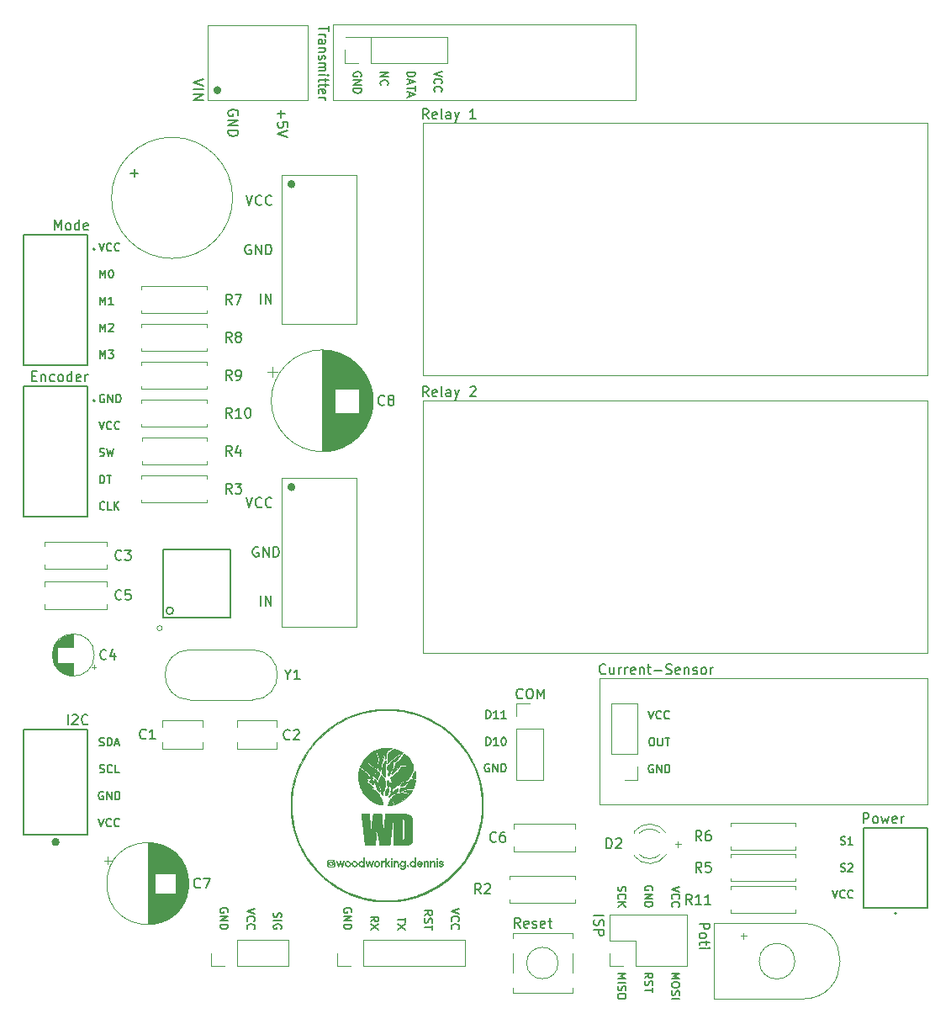
<source format=gbr>
G04 #@! TF.GenerationSoftware,KiCad,Pcbnew,(5.1.7)-1*
G04 #@! TF.CreationDate,2021-01-05T13:25:27+01:00*
G04 #@! TF.ProjectId,AbsauganlageV3,41627361-7567-4616-9e6c-61676556332e,rev?*
G04 #@! TF.SameCoordinates,Original*
G04 #@! TF.FileFunction,Legend,Top*
G04 #@! TF.FilePolarity,Positive*
%FSLAX46Y46*%
G04 Gerber Fmt 4.6, Leading zero omitted, Abs format (unit mm)*
G04 Created by KiCad (PCBNEW (5.1.7)-1) date 2021-01-05 13:25:27*
%MOMM*%
%LPD*%
G01*
G04 APERTURE LIST*
%ADD10C,0.150000*%
%ADD11C,0.100000*%
%ADD12C,0.120000*%
%ADD13C,0.010000*%
%ADD14C,0.400000*%
%ADD15C,0.127000*%
%ADD16C,0.200000*%
%ADD17C,0.152400*%
G04 APERTURE END LIST*
D10*
X242689119Y-110212309D02*
X243689119Y-110212309D01*
X242736738Y-110640880D02*
X242689119Y-110783738D01*
X242689119Y-111021833D01*
X242736738Y-111117071D01*
X242784357Y-111164690D01*
X242879595Y-111212309D01*
X242974833Y-111212309D01*
X243070071Y-111164690D01*
X243117690Y-111117071D01*
X243165309Y-111021833D01*
X243212928Y-110831357D01*
X243260547Y-110736119D01*
X243308166Y-110688500D01*
X243403404Y-110640880D01*
X243498642Y-110640880D01*
X243593880Y-110688500D01*
X243641500Y-110736119D01*
X243689119Y-110831357D01*
X243689119Y-111069452D01*
X243641500Y-111212309D01*
X242689119Y-111640880D02*
X243689119Y-111640880D01*
X243689119Y-112021833D01*
X243641500Y-112117071D01*
X243593880Y-112164690D01*
X243498642Y-112212309D01*
X243355785Y-112212309D01*
X243260547Y-112164690D01*
X243212928Y-112117071D01*
X243165309Y-112021833D01*
X243165309Y-111640880D01*
X267517071Y-103033809D02*
X267631357Y-103071904D01*
X267821833Y-103071904D01*
X267898023Y-103033809D01*
X267936119Y-102995714D01*
X267974214Y-102919523D01*
X267974214Y-102843333D01*
X267936119Y-102767142D01*
X267898023Y-102729047D01*
X267821833Y-102690952D01*
X267669452Y-102652857D01*
X267593261Y-102614761D01*
X267555166Y-102576666D01*
X267517071Y-102500476D01*
X267517071Y-102424285D01*
X267555166Y-102348095D01*
X267593261Y-102310000D01*
X267669452Y-102271904D01*
X267859928Y-102271904D01*
X267974214Y-102310000D01*
X268736119Y-103071904D02*
X268278976Y-103071904D01*
X268507547Y-103071904D02*
X268507547Y-102271904D01*
X268431357Y-102386190D01*
X268355166Y-102462380D01*
X268278976Y-102500476D01*
X267517071Y-105733809D02*
X267631357Y-105771904D01*
X267821833Y-105771904D01*
X267898023Y-105733809D01*
X267936119Y-105695714D01*
X267974214Y-105619523D01*
X267974214Y-105543333D01*
X267936119Y-105467142D01*
X267898023Y-105429047D01*
X267821833Y-105390952D01*
X267669452Y-105352857D01*
X267593261Y-105314761D01*
X267555166Y-105276666D01*
X267517071Y-105200476D01*
X267517071Y-105124285D01*
X267555166Y-105048095D01*
X267593261Y-105010000D01*
X267669452Y-104971904D01*
X267859928Y-104971904D01*
X267974214Y-105010000D01*
X268278976Y-105048095D02*
X268317071Y-105010000D01*
X268393261Y-104971904D01*
X268583738Y-104971904D01*
X268659928Y-105010000D01*
X268698023Y-105048095D01*
X268736119Y-105124285D01*
X268736119Y-105200476D01*
X268698023Y-105314761D01*
X268240880Y-105771904D01*
X268736119Y-105771904D01*
X266678976Y-107671904D02*
X266945642Y-108471904D01*
X267212309Y-107671904D01*
X267936119Y-108395714D02*
X267898023Y-108433809D01*
X267783738Y-108471904D01*
X267707547Y-108471904D01*
X267593261Y-108433809D01*
X267517071Y-108357619D01*
X267478976Y-108281428D01*
X267440880Y-108129047D01*
X267440880Y-108014761D01*
X267478976Y-107862380D01*
X267517071Y-107786190D01*
X267593261Y-107710000D01*
X267707547Y-107671904D01*
X267783738Y-107671904D01*
X267898023Y-107710000D01*
X267936119Y-107748095D01*
X268736119Y-108395714D02*
X268698023Y-108433809D01*
X268583738Y-108471904D01*
X268507547Y-108471904D01*
X268393261Y-108433809D01*
X268317071Y-108357619D01*
X268278976Y-108281428D01*
X268240880Y-108129047D01*
X268240880Y-108014761D01*
X268278976Y-107862380D01*
X268317071Y-107786190D01*
X268393261Y-107710000D01*
X268507547Y-107671904D01*
X268583738Y-107671904D01*
X268698023Y-107710000D01*
X268736119Y-107748095D01*
X235497785Y-88304642D02*
X235450166Y-88352261D01*
X235307309Y-88399880D01*
X235212071Y-88399880D01*
X235069214Y-88352261D01*
X234973976Y-88257023D01*
X234926357Y-88161785D01*
X234878738Y-87971309D01*
X234878738Y-87828452D01*
X234926357Y-87637976D01*
X234973976Y-87542738D01*
X235069214Y-87447500D01*
X235212071Y-87399880D01*
X235307309Y-87399880D01*
X235450166Y-87447500D01*
X235497785Y-87495119D01*
X236116833Y-87399880D02*
X236307309Y-87399880D01*
X236402547Y-87447500D01*
X236497785Y-87542738D01*
X236545404Y-87733214D01*
X236545404Y-88066547D01*
X236497785Y-88257023D01*
X236402547Y-88352261D01*
X236307309Y-88399880D01*
X236116833Y-88399880D01*
X236021595Y-88352261D01*
X235926357Y-88257023D01*
X235878738Y-88066547D01*
X235878738Y-87733214D01*
X235926357Y-87542738D01*
X236021595Y-87447500D01*
X236116833Y-87399880D01*
X236973976Y-88399880D02*
X236973976Y-87399880D01*
X237307309Y-88114166D01*
X237640642Y-87399880D01*
X237640642Y-88399880D01*
X231830166Y-90371904D02*
X231830166Y-89571904D01*
X232020642Y-89571904D01*
X232134928Y-89610000D01*
X232211119Y-89686190D01*
X232249214Y-89762380D01*
X232287309Y-89914761D01*
X232287309Y-90029047D01*
X232249214Y-90181428D01*
X232211119Y-90257619D01*
X232134928Y-90333809D01*
X232020642Y-90371904D01*
X231830166Y-90371904D01*
X233049214Y-90371904D02*
X232592071Y-90371904D01*
X232820642Y-90371904D02*
X232820642Y-89571904D01*
X232744452Y-89686190D01*
X232668261Y-89762380D01*
X232592071Y-89800476D01*
X233811119Y-90371904D02*
X233353976Y-90371904D01*
X233582547Y-90371904D02*
X233582547Y-89571904D01*
X233506357Y-89686190D01*
X233430166Y-89762380D01*
X233353976Y-89800476D01*
X231830166Y-93071904D02*
X231830166Y-92271904D01*
X232020642Y-92271904D01*
X232134928Y-92310000D01*
X232211119Y-92386190D01*
X232249214Y-92462380D01*
X232287309Y-92614761D01*
X232287309Y-92729047D01*
X232249214Y-92881428D01*
X232211119Y-92957619D01*
X232134928Y-93033809D01*
X232020642Y-93071904D01*
X231830166Y-93071904D01*
X233049214Y-93071904D02*
X232592071Y-93071904D01*
X232820642Y-93071904D02*
X232820642Y-92271904D01*
X232744452Y-92386190D01*
X232668261Y-92462380D01*
X232592071Y-92500476D01*
X233544452Y-92271904D02*
X233620642Y-92271904D01*
X233696833Y-92310000D01*
X233734928Y-92348095D01*
X233773023Y-92424285D01*
X233811119Y-92576666D01*
X233811119Y-92767142D01*
X233773023Y-92919523D01*
X233734928Y-92995714D01*
X233696833Y-93033809D01*
X233620642Y-93071904D01*
X233544452Y-93071904D01*
X233468261Y-93033809D01*
X233430166Y-92995714D01*
X233392071Y-92919523D01*
X233353976Y-92767142D01*
X233353976Y-92576666D01*
X233392071Y-92424285D01*
X233430166Y-92348095D01*
X233468261Y-92310000D01*
X233544452Y-92271904D01*
X232134928Y-95010000D02*
X232058738Y-94971904D01*
X231944452Y-94971904D01*
X231830166Y-95010000D01*
X231753976Y-95086190D01*
X231715880Y-95162380D01*
X231677785Y-95314761D01*
X231677785Y-95429047D01*
X231715880Y-95581428D01*
X231753976Y-95657619D01*
X231830166Y-95733809D01*
X231944452Y-95771904D01*
X232020642Y-95771904D01*
X232134928Y-95733809D01*
X232173023Y-95695714D01*
X232173023Y-95429047D01*
X232020642Y-95429047D01*
X232515880Y-95771904D02*
X232515880Y-94971904D01*
X232973023Y-95771904D01*
X232973023Y-94971904D01*
X233353976Y-95771904D02*
X233353976Y-94971904D01*
X233544452Y-94971904D01*
X233658738Y-95010000D01*
X233734928Y-95086190D01*
X233773023Y-95162380D01*
X233811119Y-95314761D01*
X233811119Y-95429047D01*
X233773023Y-95581428D01*
X233734928Y-95657619D01*
X233658738Y-95733809D01*
X233544452Y-95771904D01*
X233353976Y-95771904D01*
X211191571Y-29164595D02*
X211191571Y-29926500D01*
X210810619Y-29545547D02*
X211572523Y-29545547D01*
X211810619Y-30878880D02*
X211810619Y-30402690D01*
X211334428Y-30355071D01*
X211382047Y-30402690D01*
X211429666Y-30497928D01*
X211429666Y-30736023D01*
X211382047Y-30831261D01*
X211334428Y-30878880D01*
X211239190Y-30926500D01*
X211001095Y-30926500D01*
X210905857Y-30878880D01*
X210858238Y-30831261D01*
X210810619Y-30736023D01*
X210810619Y-30497928D01*
X210858238Y-30402690D01*
X210905857Y-30355071D01*
X211810619Y-31212214D02*
X210810619Y-31545547D01*
X211810619Y-31878880D01*
X206813000Y-29688404D02*
X206860619Y-29593166D01*
X206860619Y-29450309D01*
X206813000Y-29307452D01*
X206717761Y-29212214D01*
X206622523Y-29164595D01*
X206432047Y-29116976D01*
X206289190Y-29116976D01*
X206098714Y-29164595D01*
X206003476Y-29212214D01*
X205908238Y-29307452D01*
X205860619Y-29450309D01*
X205860619Y-29545547D01*
X205908238Y-29688404D01*
X205955857Y-29736023D01*
X206289190Y-29736023D01*
X206289190Y-29545547D01*
X205860619Y-30164595D02*
X206860619Y-30164595D01*
X205860619Y-30736023D01*
X206860619Y-30736023D01*
X205860619Y-31212214D02*
X206860619Y-31212214D01*
X206860619Y-31450309D01*
X206813000Y-31593166D01*
X206717761Y-31688404D01*
X206622523Y-31736023D01*
X206432047Y-31783642D01*
X206289190Y-31783642D01*
X206098714Y-31736023D01*
X206003476Y-31688404D01*
X205908238Y-31593166D01*
X205860619Y-31450309D01*
X205860619Y-31212214D01*
X229104095Y-109516476D02*
X228304095Y-109783142D01*
X229104095Y-110049809D01*
X228380285Y-110773619D02*
X228342190Y-110735523D01*
X228304095Y-110621238D01*
X228304095Y-110545047D01*
X228342190Y-110430761D01*
X228418380Y-110354571D01*
X228494571Y-110316476D01*
X228646952Y-110278380D01*
X228761238Y-110278380D01*
X228913619Y-110316476D01*
X228989809Y-110354571D01*
X229066000Y-110430761D01*
X229104095Y-110545047D01*
X229104095Y-110621238D01*
X229066000Y-110735523D01*
X229027904Y-110773619D01*
X228380285Y-111573619D02*
X228342190Y-111535523D01*
X228304095Y-111421238D01*
X228304095Y-111345047D01*
X228342190Y-111230761D01*
X228418380Y-111154571D01*
X228494571Y-111116476D01*
X228646952Y-111078380D01*
X228761238Y-111078380D01*
X228913619Y-111116476D01*
X228989809Y-111154571D01*
X229066000Y-111230761D01*
X229104095Y-111345047D01*
X229104095Y-111421238D01*
X229066000Y-111535523D01*
X229027904Y-111573619D01*
X225604095Y-110202190D02*
X225985047Y-109935523D01*
X225604095Y-109745047D02*
X226404095Y-109745047D01*
X226404095Y-110049809D01*
X226366000Y-110126000D01*
X226327904Y-110164095D01*
X226251714Y-110202190D01*
X226137428Y-110202190D01*
X226061238Y-110164095D01*
X226023142Y-110126000D01*
X225985047Y-110049809D01*
X225985047Y-109745047D01*
X225642190Y-110506952D02*
X225604095Y-110621238D01*
X225604095Y-110811714D01*
X225642190Y-110887904D01*
X225680285Y-110926000D01*
X225756476Y-110964095D01*
X225832666Y-110964095D01*
X225908857Y-110926000D01*
X225946952Y-110887904D01*
X225985047Y-110811714D01*
X226023142Y-110659333D01*
X226061238Y-110583142D01*
X226099333Y-110545047D01*
X226175523Y-110506952D01*
X226251714Y-110506952D01*
X226327904Y-110545047D01*
X226366000Y-110583142D01*
X226404095Y-110659333D01*
X226404095Y-110849809D01*
X226366000Y-110964095D01*
X226404095Y-111192666D02*
X226404095Y-111649809D01*
X225604095Y-111421238D02*
X226404095Y-111421238D01*
X223704095Y-110430761D02*
X223704095Y-110887904D01*
X222904095Y-110659333D02*
X223704095Y-110659333D01*
X223704095Y-111078380D02*
X222904095Y-111611714D01*
X223704095Y-111611714D02*
X222904095Y-111078380D01*
X220204095Y-110811714D02*
X220585047Y-110545047D01*
X220204095Y-110354571D02*
X221004095Y-110354571D01*
X221004095Y-110659333D01*
X220966000Y-110735523D01*
X220927904Y-110773619D01*
X220851714Y-110811714D01*
X220737428Y-110811714D01*
X220661238Y-110773619D01*
X220623142Y-110735523D01*
X220585047Y-110659333D01*
X220585047Y-110354571D01*
X221004095Y-111078380D02*
X220204095Y-111611714D01*
X221004095Y-111611714D02*
X220204095Y-111078380D01*
X218266000Y-109897428D02*
X218304095Y-109821238D01*
X218304095Y-109706952D01*
X218266000Y-109592666D01*
X218189809Y-109516476D01*
X218113619Y-109478380D01*
X217961238Y-109440285D01*
X217846952Y-109440285D01*
X217694571Y-109478380D01*
X217618380Y-109516476D01*
X217542190Y-109592666D01*
X217504095Y-109706952D01*
X217504095Y-109783142D01*
X217542190Y-109897428D01*
X217580285Y-109935523D01*
X217846952Y-109935523D01*
X217846952Y-109783142D01*
X217504095Y-110278380D02*
X218304095Y-110278380D01*
X217504095Y-110735523D01*
X218304095Y-110735523D01*
X217504095Y-111116476D02*
X218304095Y-111116476D01*
X218304095Y-111306952D01*
X218266000Y-111421238D01*
X218189809Y-111497428D01*
X218113619Y-111535523D01*
X217961238Y-111573619D01*
X217846952Y-111573619D01*
X217694571Y-111535523D01*
X217618380Y-111497428D01*
X217542190Y-111421238D01*
X217504095Y-111306952D01*
X217504095Y-111116476D01*
X210465690Y-109935523D02*
X210427595Y-110049809D01*
X210427595Y-110240285D01*
X210465690Y-110316476D01*
X210503785Y-110354571D01*
X210579976Y-110392666D01*
X210656166Y-110392666D01*
X210732357Y-110354571D01*
X210770452Y-110316476D01*
X210808547Y-110240285D01*
X210846642Y-110087904D01*
X210884738Y-110011714D01*
X210922833Y-109973619D01*
X210999023Y-109935523D01*
X211075214Y-109935523D01*
X211151404Y-109973619D01*
X211189500Y-110011714D01*
X211227595Y-110087904D01*
X211227595Y-110278380D01*
X211189500Y-110392666D01*
X210427595Y-110735523D02*
X211227595Y-110735523D01*
X211189500Y-111535523D02*
X211227595Y-111459333D01*
X211227595Y-111345047D01*
X211189500Y-111230761D01*
X211113309Y-111154571D01*
X211037119Y-111116476D01*
X210884738Y-111078380D01*
X210770452Y-111078380D01*
X210618071Y-111116476D01*
X210541880Y-111154571D01*
X210465690Y-111230761D01*
X210427595Y-111345047D01*
X210427595Y-111421238D01*
X210465690Y-111535523D01*
X210503785Y-111573619D01*
X210770452Y-111573619D01*
X210770452Y-111421238D01*
X208527595Y-109516476D02*
X207727595Y-109783142D01*
X208527595Y-110049809D01*
X207803785Y-110773619D02*
X207765690Y-110735523D01*
X207727595Y-110621238D01*
X207727595Y-110545047D01*
X207765690Y-110430761D01*
X207841880Y-110354571D01*
X207918071Y-110316476D01*
X208070452Y-110278380D01*
X208184738Y-110278380D01*
X208337119Y-110316476D01*
X208413309Y-110354571D01*
X208489500Y-110430761D01*
X208527595Y-110545047D01*
X208527595Y-110621238D01*
X208489500Y-110735523D01*
X208451404Y-110773619D01*
X207803785Y-111573619D02*
X207765690Y-111535523D01*
X207727595Y-111421238D01*
X207727595Y-111345047D01*
X207765690Y-111230761D01*
X207841880Y-111154571D01*
X207918071Y-111116476D01*
X208070452Y-111078380D01*
X208184738Y-111078380D01*
X208337119Y-111116476D01*
X208413309Y-111154571D01*
X208489500Y-111230761D01*
X208527595Y-111345047D01*
X208527595Y-111421238D01*
X208489500Y-111535523D01*
X208451404Y-111573619D01*
X205789500Y-109897428D02*
X205827595Y-109821238D01*
X205827595Y-109706952D01*
X205789500Y-109592666D01*
X205713309Y-109516476D01*
X205637119Y-109478380D01*
X205484738Y-109440285D01*
X205370452Y-109440285D01*
X205218071Y-109478380D01*
X205141880Y-109516476D01*
X205065690Y-109592666D01*
X205027595Y-109706952D01*
X205027595Y-109783142D01*
X205065690Y-109897428D01*
X205103785Y-109935523D01*
X205370452Y-109935523D01*
X205370452Y-109783142D01*
X205027595Y-110278380D02*
X205827595Y-110278380D01*
X205027595Y-110735523D01*
X205827595Y-110735523D01*
X205027595Y-111116476D02*
X205827595Y-111116476D01*
X205827595Y-111306952D01*
X205789500Y-111421238D01*
X205713309Y-111497428D01*
X205637119Y-111535523D01*
X205484738Y-111573619D01*
X205370452Y-111573619D01*
X205218071Y-111535523D01*
X205141880Y-111497428D01*
X205065690Y-111421238D01*
X205027595Y-111306952D01*
X205027595Y-111116476D01*
X192894071Y-93111309D02*
X193008357Y-93149404D01*
X193198833Y-93149404D01*
X193275023Y-93111309D01*
X193313119Y-93073214D01*
X193351214Y-92997023D01*
X193351214Y-92920833D01*
X193313119Y-92844642D01*
X193275023Y-92806547D01*
X193198833Y-92768452D01*
X193046452Y-92730357D01*
X192970261Y-92692261D01*
X192932166Y-92654166D01*
X192894071Y-92577976D01*
X192894071Y-92501785D01*
X192932166Y-92425595D01*
X192970261Y-92387500D01*
X193046452Y-92349404D01*
X193236928Y-92349404D01*
X193351214Y-92387500D01*
X193694071Y-93149404D02*
X193694071Y-92349404D01*
X193884547Y-92349404D01*
X193998833Y-92387500D01*
X194075023Y-92463690D01*
X194113119Y-92539880D01*
X194151214Y-92692261D01*
X194151214Y-92806547D01*
X194113119Y-92958928D01*
X194075023Y-93035119D01*
X193998833Y-93111309D01*
X193884547Y-93149404D01*
X193694071Y-93149404D01*
X194455976Y-92920833D02*
X194836928Y-92920833D01*
X194379785Y-93149404D02*
X194646452Y-92349404D01*
X194913119Y-93149404D01*
X192913119Y-95811309D02*
X193027404Y-95849404D01*
X193217880Y-95849404D01*
X193294071Y-95811309D01*
X193332166Y-95773214D01*
X193370261Y-95697023D01*
X193370261Y-95620833D01*
X193332166Y-95544642D01*
X193294071Y-95506547D01*
X193217880Y-95468452D01*
X193065500Y-95430357D01*
X192989309Y-95392261D01*
X192951214Y-95354166D01*
X192913119Y-95277976D01*
X192913119Y-95201785D01*
X192951214Y-95125595D01*
X192989309Y-95087500D01*
X193065500Y-95049404D01*
X193255976Y-95049404D01*
X193370261Y-95087500D01*
X194170261Y-95773214D02*
X194132166Y-95811309D01*
X194017880Y-95849404D01*
X193941690Y-95849404D01*
X193827404Y-95811309D01*
X193751214Y-95735119D01*
X193713119Y-95658928D01*
X193675023Y-95506547D01*
X193675023Y-95392261D01*
X193713119Y-95239880D01*
X193751214Y-95163690D01*
X193827404Y-95087500D01*
X193941690Y-95049404D01*
X194017880Y-95049404D01*
X194132166Y-95087500D01*
X194170261Y-95125595D01*
X194894071Y-95849404D02*
X194513119Y-95849404D01*
X194513119Y-95049404D01*
X193255976Y-97787500D02*
X193179785Y-97749404D01*
X193065500Y-97749404D01*
X192951214Y-97787500D01*
X192875023Y-97863690D01*
X192836928Y-97939880D01*
X192798833Y-98092261D01*
X192798833Y-98206547D01*
X192836928Y-98358928D01*
X192875023Y-98435119D01*
X192951214Y-98511309D01*
X193065500Y-98549404D01*
X193141690Y-98549404D01*
X193255976Y-98511309D01*
X193294071Y-98473214D01*
X193294071Y-98206547D01*
X193141690Y-98206547D01*
X193636928Y-98549404D02*
X193636928Y-97749404D01*
X194094071Y-98549404D01*
X194094071Y-97749404D01*
X194475023Y-98549404D02*
X194475023Y-97749404D01*
X194665500Y-97749404D01*
X194779785Y-97787500D01*
X194855976Y-97863690D01*
X194894071Y-97939880D01*
X194932166Y-98092261D01*
X194932166Y-98206547D01*
X194894071Y-98358928D01*
X194855976Y-98435119D01*
X194779785Y-98511309D01*
X194665500Y-98549404D01*
X194475023Y-98549404D01*
X192798833Y-100449404D02*
X193065500Y-101249404D01*
X193332166Y-100449404D01*
X194055976Y-101173214D02*
X194017880Y-101211309D01*
X193903595Y-101249404D01*
X193827404Y-101249404D01*
X193713119Y-101211309D01*
X193636928Y-101135119D01*
X193598833Y-101058928D01*
X193560738Y-100906547D01*
X193560738Y-100792261D01*
X193598833Y-100639880D01*
X193636928Y-100563690D01*
X193713119Y-100487500D01*
X193827404Y-100449404D01*
X193903595Y-100449404D01*
X194017880Y-100487500D01*
X194055976Y-100525595D01*
X194855976Y-101173214D02*
X194817880Y-101211309D01*
X194703595Y-101249404D01*
X194627404Y-101249404D01*
X194513119Y-101211309D01*
X194436928Y-101135119D01*
X194398833Y-101058928D01*
X194360738Y-100906547D01*
X194360738Y-100792261D01*
X194398833Y-100639880D01*
X194436928Y-100563690D01*
X194513119Y-100487500D01*
X194627404Y-100449404D01*
X194703595Y-100449404D01*
X194817880Y-100487500D01*
X194855976Y-100525595D01*
X193366023Y-57827000D02*
X193289833Y-57788904D01*
X193175547Y-57788904D01*
X193061261Y-57827000D01*
X192985071Y-57903190D01*
X192946976Y-57979380D01*
X192908880Y-58131761D01*
X192908880Y-58246047D01*
X192946976Y-58398428D01*
X192985071Y-58474619D01*
X193061261Y-58550809D01*
X193175547Y-58588904D01*
X193251738Y-58588904D01*
X193366023Y-58550809D01*
X193404119Y-58512714D01*
X193404119Y-58246047D01*
X193251738Y-58246047D01*
X193746976Y-58588904D02*
X193746976Y-57788904D01*
X194204119Y-58588904D01*
X194204119Y-57788904D01*
X194585071Y-58588904D02*
X194585071Y-57788904D01*
X194775547Y-57788904D01*
X194889833Y-57827000D01*
X194966023Y-57903190D01*
X195004119Y-57979380D01*
X195042214Y-58131761D01*
X195042214Y-58246047D01*
X195004119Y-58398428D01*
X194966023Y-58474619D01*
X194889833Y-58550809D01*
X194775547Y-58588904D01*
X194585071Y-58588904D01*
X192832690Y-60488904D02*
X193099357Y-61288904D01*
X193366023Y-60488904D01*
X194089833Y-61212714D02*
X194051738Y-61250809D01*
X193937452Y-61288904D01*
X193861261Y-61288904D01*
X193746976Y-61250809D01*
X193670785Y-61174619D01*
X193632690Y-61098428D01*
X193594595Y-60946047D01*
X193594595Y-60831761D01*
X193632690Y-60679380D01*
X193670785Y-60603190D01*
X193746976Y-60527000D01*
X193861261Y-60488904D01*
X193937452Y-60488904D01*
X194051738Y-60527000D01*
X194089833Y-60565095D01*
X194889833Y-61212714D02*
X194851738Y-61250809D01*
X194737452Y-61288904D01*
X194661261Y-61288904D01*
X194546976Y-61250809D01*
X194470785Y-61174619D01*
X194432690Y-61098428D01*
X194394595Y-60946047D01*
X194394595Y-60831761D01*
X194432690Y-60679380D01*
X194470785Y-60603190D01*
X194546976Y-60527000D01*
X194661261Y-60488904D01*
X194737452Y-60488904D01*
X194851738Y-60527000D01*
X194889833Y-60565095D01*
X192908880Y-63950809D02*
X193023166Y-63988904D01*
X193213642Y-63988904D01*
X193289833Y-63950809D01*
X193327928Y-63912714D01*
X193366023Y-63836523D01*
X193366023Y-63760333D01*
X193327928Y-63684142D01*
X193289833Y-63646047D01*
X193213642Y-63607952D01*
X193061261Y-63569857D01*
X192985071Y-63531761D01*
X192946976Y-63493666D01*
X192908880Y-63417476D01*
X192908880Y-63341285D01*
X192946976Y-63265095D01*
X192985071Y-63227000D01*
X193061261Y-63188904D01*
X193251738Y-63188904D01*
X193366023Y-63227000D01*
X193632690Y-63188904D02*
X193823166Y-63988904D01*
X193975547Y-63417476D01*
X194127928Y-63988904D01*
X194318404Y-63188904D01*
X192946976Y-66688904D02*
X192946976Y-65888904D01*
X193137452Y-65888904D01*
X193251738Y-65927000D01*
X193327928Y-66003190D01*
X193366023Y-66079380D01*
X193404119Y-66231761D01*
X193404119Y-66346047D01*
X193366023Y-66498428D01*
X193327928Y-66574619D01*
X193251738Y-66650809D01*
X193137452Y-66688904D01*
X192946976Y-66688904D01*
X193632690Y-65888904D02*
X194089833Y-65888904D01*
X193861261Y-66688904D02*
X193861261Y-65888904D01*
X193404119Y-69312714D02*
X193366023Y-69350809D01*
X193251738Y-69388904D01*
X193175547Y-69388904D01*
X193061261Y-69350809D01*
X192985071Y-69274619D01*
X192946976Y-69198428D01*
X192908880Y-69046047D01*
X192908880Y-68931761D01*
X192946976Y-68779380D01*
X192985071Y-68703190D01*
X193061261Y-68627000D01*
X193175547Y-68588904D01*
X193251738Y-68588904D01*
X193366023Y-68627000D01*
X193404119Y-68665095D01*
X194127928Y-69388904D02*
X193746976Y-69388904D01*
X193746976Y-68588904D01*
X194394595Y-69388904D02*
X194394595Y-68588904D01*
X194851738Y-69388904D02*
X194508880Y-68931761D01*
X194851738Y-68588904D02*
X194394595Y-69046047D01*
X192832690Y-42548904D02*
X193099357Y-43348904D01*
X193366023Y-42548904D01*
X194089833Y-43272714D02*
X194051738Y-43310809D01*
X193937452Y-43348904D01*
X193861261Y-43348904D01*
X193746976Y-43310809D01*
X193670785Y-43234619D01*
X193632690Y-43158428D01*
X193594595Y-43006047D01*
X193594595Y-42891761D01*
X193632690Y-42739380D01*
X193670785Y-42663190D01*
X193746976Y-42587000D01*
X193861261Y-42548904D01*
X193937452Y-42548904D01*
X194051738Y-42587000D01*
X194089833Y-42625095D01*
X194889833Y-43272714D02*
X194851738Y-43310809D01*
X194737452Y-43348904D01*
X194661261Y-43348904D01*
X194546976Y-43310809D01*
X194470785Y-43234619D01*
X194432690Y-43158428D01*
X194394595Y-43006047D01*
X194394595Y-42891761D01*
X194432690Y-42739380D01*
X194470785Y-42663190D01*
X194546976Y-42587000D01*
X194661261Y-42548904D01*
X194737452Y-42548904D01*
X194851738Y-42587000D01*
X194889833Y-42625095D01*
X192946976Y-46048904D02*
X192946976Y-45248904D01*
X193213642Y-45820333D01*
X193480309Y-45248904D01*
X193480309Y-46048904D01*
X194013642Y-45248904D02*
X194089833Y-45248904D01*
X194166023Y-45287000D01*
X194204119Y-45325095D01*
X194242214Y-45401285D01*
X194280309Y-45553666D01*
X194280309Y-45744142D01*
X194242214Y-45896523D01*
X194204119Y-45972714D01*
X194166023Y-46010809D01*
X194089833Y-46048904D01*
X194013642Y-46048904D01*
X193937452Y-46010809D01*
X193899357Y-45972714D01*
X193861261Y-45896523D01*
X193823166Y-45744142D01*
X193823166Y-45553666D01*
X193861261Y-45401285D01*
X193899357Y-45325095D01*
X193937452Y-45287000D01*
X194013642Y-45248904D01*
X192946976Y-48748904D02*
X192946976Y-47948904D01*
X193213642Y-48520333D01*
X193480309Y-47948904D01*
X193480309Y-48748904D01*
X194280309Y-48748904D02*
X193823166Y-48748904D01*
X194051738Y-48748904D02*
X194051738Y-47948904D01*
X193975547Y-48063190D01*
X193899357Y-48139380D01*
X193823166Y-48177476D01*
X192946976Y-51448904D02*
X192946976Y-50648904D01*
X193213642Y-51220333D01*
X193480309Y-50648904D01*
X193480309Y-51448904D01*
X193823166Y-50725095D02*
X193861261Y-50687000D01*
X193937452Y-50648904D01*
X194127928Y-50648904D01*
X194204119Y-50687000D01*
X194242214Y-50725095D01*
X194280309Y-50801285D01*
X194280309Y-50877476D01*
X194242214Y-50991761D01*
X193785071Y-51448904D01*
X194280309Y-51448904D01*
X192946976Y-54148904D02*
X192946976Y-53348904D01*
X193213642Y-53920333D01*
X193480309Y-53348904D01*
X193480309Y-54148904D01*
X193785071Y-53348904D02*
X194280309Y-53348904D01*
X194013642Y-53653666D01*
X194127928Y-53653666D01*
X194204119Y-53691761D01*
X194242214Y-53729857D01*
X194280309Y-53806047D01*
X194280309Y-53996523D01*
X194242214Y-54072714D01*
X194204119Y-54110809D01*
X194127928Y-54148904D01*
X193899357Y-54148904D01*
X193823166Y-54110809D01*
X193785071Y-54072714D01*
X243848571Y-85828142D02*
X243800952Y-85875761D01*
X243658095Y-85923380D01*
X243562857Y-85923380D01*
X243420000Y-85875761D01*
X243324761Y-85780523D01*
X243277142Y-85685285D01*
X243229523Y-85494809D01*
X243229523Y-85351952D01*
X243277142Y-85161476D01*
X243324761Y-85066238D01*
X243420000Y-84971000D01*
X243562857Y-84923380D01*
X243658095Y-84923380D01*
X243800952Y-84971000D01*
X243848571Y-85018619D01*
X244705714Y-85256714D02*
X244705714Y-85923380D01*
X244277142Y-85256714D02*
X244277142Y-85780523D01*
X244324761Y-85875761D01*
X244420000Y-85923380D01*
X244562857Y-85923380D01*
X244658095Y-85875761D01*
X244705714Y-85828142D01*
X245181904Y-85923380D02*
X245181904Y-85256714D01*
X245181904Y-85447190D02*
X245229523Y-85351952D01*
X245277142Y-85304333D01*
X245372380Y-85256714D01*
X245467619Y-85256714D01*
X245800952Y-85923380D02*
X245800952Y-85256714D01*
X245800952Y-85447190D02*
X245848571Y-85351952D01*
X245896190Y-85304333D01*
X245991428Y-85256714D01*
X246086666Y-85256714D01*
X246800952Y-85875761D02*
X246705714Y-85923380D01*
X246515238Y-85923380D01*
X246420000Y-85875761D01*
X246372380Y-85780523D01*
X246372380Y-85399571D01*
X246420000Y-85304333D01*
X246515238Y-85256714D01*
X246705714Y-85256714D01*
X246800952Y-85304333D01*
X246848571Y-85399571D01*
X246848571Y-85494809D01*
X246372380Y-85590047D01*
X247277142Y-85256714D02*
X247277142Y-85923380D01*
X247277142Y-85351952D02*
X247324761Y-85304333D01*
X247420000Y-85256714D01*
X247562857Y-85256714D01*
X247658095Y-85304333D01*
X247705714Y-85399571D01*
X247705714Y-85923380D01*
X248039047Y-85256714D02*
X248420000Y-85256714D01*
X248181904Y-84923380D02*
X248181904Y-85780523D01*
X248229523Y-85875761D01*
X248324761Y-85923380D01*
X248420000Y-85923380D01*
X248753333Y-85542428D02*
X249515238Y-85542428D01*
X249943809Y-85875761D02*
X250086666Y-85923380D01*
X250324761Y-85923380D01*
X250420000Y-85875761D01*
X250467619Y-85828142D01*
X250515238Y-85732904D01*
X250515238Y-85637666D01*
X250467619Y-85542428D01*
X250420000Y-85494809D01*
X250324761Y-85447190D01*
X250134285Y-85399571D01*
X250039047Y-85351952D01*
X249991428Y-85304333D01*
X249943809Y-85209095D01*
X249943809Y-85113857D01*
X249991428Y-85018619D01*
X250039047Y-84971000D01*
X250134285Y-84923380D01*
X250372380Y-84923380D01*
X250515238Y-84971000D01*
X251324761Y-85875761D02*
X251229523Y-85923380D01*
X251039047Y-85923380D01*
X250943809Y-85875761D01*
X250896190Y-85780523D01*
X250896190Y-85399571D01*
X250943809Y-85304333D01*
X251039047Y-85256714D01*
X251229523Y-85256714D01*
X251324761Y-85304333D01*
X251372380Y-85399571D01*
X251372380Y-85494809D01*
X250896190Y-85590047D01*
X251800952Y-85256714D02*
X251800952Y-85923380D01*
X251800952Y-85351952D02*
X251848571Y-85304333D01*
X251943809Y-85256714D01*
X252086666Y-85256714D01*
X252181904Y-85304333D01*
X252229523Y-85399571D01*
X252229523Y-85923380D01*
X252658095Y-85875761D02*
X252753333Y-85923380D01*
X252943809Y-85923380D01*
X253039047Y-85875761D01*
X253086666Y-85780523D01*
X253086666Y-85732904D01*
X253039047Y-85637666D01*
X252943809Y-85590047D01*
X252800952Y-85590047D01*
X252705714Y-85542428D01*
X252658095Y-85447190D01*
X252658095Y-85399571D01*
X252705714Y-85304333D01*
X252800952Y-85256714D01*
X252943809Y-85256714D01*
X253039047Y-85304333D01*
X253658095Y-85923380D02*
X253562857Y-85875761D01*
X253515238Y-85828142D01*
X253467619Y-85732904D01*
X253467619Y-85447190D01*
X253515238Y-85351952D01*
X253562857Y-85304333D01*
X253658095Y-85256714D01*
X253800952Y-85256714D01*
X253896190Y-85304333D01*
X253943809Y-85351952D01*
X253991428Y-85447190D01*
X253991428Y-85732904D01*
X253943809Y-85828142D01*
X253896190Y-85875761D01*
X253800952Y-85923380D01*
X253658095Y-85923380D01*
X254420000Y-85923380D02*
X254420000Y-85256714D01*
X254420000Y-85447190D02*
X254467619Y-85351952D01*
X254515238Y-85304333D01*
X254610476Y-85256714D01*
X254705714Y-85256714D01*
X226020571Y-57983380D02*
X225687238Y-57507190D01*
X225449142Y-57983380D02*
X225449142Y-56983380D01*
X225830095Y-56983380D01*
X225925333Y-57031000D01*
X225972952Y-57078619D01*
X226020571Y-57173857D01*
X226020571Y-57316714D01*
X225972952Y-57411952D01*
X225925333Y-57459571D01*
X225830095Y-57507190D01*
X225449142Y-57507190D01*
X226830095Y-57935761D02*
X226734857Y-57983380D01*
X226544380Y-57983380D01*
X226449142Y-57935761D01*
X226401523Y-57840523D01*
X226401523Y-57459571D01*
X226449142Y-57364333D01*
X226544380Y-57316714D01*
X226734857Y-57316714D01*
X226830095Y-57364333D01*
X226877714Y-57459571D01*
X226877714Y-57554809D01*
X226401523Y-57650047D01*
X227449142Y-57983380D02*
X227353904Y-57935761D01*
X227306285Y-57840523D01*
X227306285Y-56983380D01*
X228258666Y-57983380D02*
X228258666Y-57459571D01*
X228211047Y-57364333D01*
X228115809Y-57316714D01*
X227925333Y-57316714D01*
X227830095Y-57364333D01*
X228258666Y-57935761D02*
X228163428Y-57983380D01*
X227925333Y-57983380D01*
X227830095Y-57935761D01*
X227782476Y-57840523D01*
X227782476Y-57745285D01*
X227830095Y-57650047D01*
X227925333Y-57602428D01*
X228163428Y-57602428D01*
X228258666Y-57554809D01*
X228639619Y-57316714D02*
X228877714Y-57983380D01*
X229115809Y-57316714D02*
X228877714Y-57983380D01*
X228782476Y-58221476D01*
X228734857Y-58269095D01*
X228639619Y-58316714D01*
X230211047Y-57078619D02*
X230258666Y-57031000D01*
X230353904Y-56983380D01*
X230592000Y-56983380D01*
X230687238Y-57031000D01*
X230734857Y-57078619D01*
X230782476Y-57173857D01*
X230782476Y-57269095D01*
X230734857Y-57411952D01*
X230163428Y-57983380D01*
X230782476Y-57983380D01*
X226020571Y-30043380D02*
X225687238Y-29567190D01*
X225449142Y-30043380D02*
X225449142Y-29043380D01*
X225830095Y-29043380D01*
X225925333Y-29091000D01*
X225972952Y-29138619D01*
X226020571Y-29233857D01*
X226020571Y-29376714D01*
X225972952Y-29471952D01*
X225925333Y-29519571D01*
X225830095Y-29567190D01*
X225449142Y-29567190D01*
X226830095Y-29995761D02*
X226734857Y-30043380D01*
X226544380Y-30043380D01*
X226449142Y-29995761D01*
X226401523Y-29900523D01*
X226401523Y-29519571D01*
X226449142Y-29424333D01*
X226544380Y-29376714D01*
X226734857Y-29376714D01*
X226830095Y-29424333D01*
X226877714Y-29519571D01*
X226877714Y-29614809D01*
X226401523Y-29710047D01*
X227449142Y-30043380D02*
X227353904Y-29995761D01*
X227306285Y-29900523D01*
X227306285Y-29043380D01*
X228258666Y-30043380D02*
X228258666Y-29519571D01*
X228211047Y-29424333D01*
X228115809Y-29376714D01*
X227925333Y-29376714D01*
X227830095Y-29424333D01*
X228258666Y-29995761D02*
X228163428Y-30043380D01*
X227925333Y-30043380D01*
X227830095Y-29995761D01*
X227782476Y-29900523D01*
X227782476Y-29805285D01*
X227830095Y-29710047D01*
X227925333Y-29662428D01*
X228163428Y-29662428D01*
X228258666Y-29614809D01*
X228639619Y-29376714D02*
X228877714Y-30043380D01*
X229115809Y-29376714D02*
X228877714Y-30043380D01*
X228782476Y-30281476D01*
X228734857Y-30329095D01*
X228639619Y-30376714D01*
X230782476Y-30043380D02*
X230211047Y-30043380D01*
X230496761Y-30043380D02*
X230496761Y-29043380D01*
X230401523Y-29186238D01*
X230306285Y-29281476D01*
X230211047Y-29329095D01*
X207643190Y-68162380D02*
X207976523Y-69162380D01*
X208309857Y-68162380D01*
X209214619Y-69067142D02*
X209167000Y-69114761D01*
X209024142Y-69162380D01*
X208928904Y-69162380D01*
X208786047Y-69114761D01*
X208690809Y-69019523D01*
X208643190Y-68924285D01*
X208595571Y-68733809D01*
X208595571Y-68590952D01*
X208643190Y-68400476D01*
X208690809Y-68305238D01*
X208786047Y-68210000D01*
X208928904Y-68162380D01*
X209024142Y-68162380D01*
X209167000Y-68210000D01*
X209214619Y-68257619D01*
X210214619Y-69067142D02*
X210167000Y-69114761D01*
X210024142Y-69162380D01*
X209928904Y-69162380D01*
X209786047Y-69114761D01*
X209690809Y-69019523D01*
X209643190Y-68924285D01*
X209595571Y-68733809D01*
X209595571Y-68590952D01*
X209643190Y-68400476D01*
X209690809Y-68305238D01*
X209786047Y-68210000D01*
X209928904Y-68162380D01*
X210024142Y-68162380D01*
X210167000Y-68210000D01*
X210214619Y-68257619D01*
X208881285Y-73160000D02*
X208786047Y-73112380D01*
X208643190Y-73112380D01*
X208500333Y-73160000D01*
X208405095Y-73255238D01*
X208357476Y-73350476D01*
X208309857Y-73540952D01*
X208309857Y-73683809D01*
X208357476Y-73874285D01*
X208405095Y-73969523D01*
X208500333Y-74064761D01*
X208643190Y-74112380D01*
X208738428Y-74112380D01*
X208881285Y-74064761D01*
X208928904Y-74017142D01*
X208928904Y-73683809D01*
X208738428Y-73683809D01*
X209357476Y-74112380D02*
X209357476Y-73112380D01*
X209928904Y-74112380D01*
X209928904Y-73112380D01*
X210405095Y-74112380D02*
X210405095Y-73112380D01*
X210643190Y-73112380D01*
X210786047Y-73160000D01*
X210881285Y-73255238D01*
X210928904Y-73350476D01*
X210976523Y-73540952D01*
X210976523Y-73683809D01*
X210928904Y-73874285D01*
X210881285Y-73969523D01*
X210786047Y-74064761D01*
X210643190Y-74112380D01*
X210405095Y-74112380D01*
X209119380Y-79062380D02*
X209119380Y-78062380D01*
X209595571Y-79062380D02*
X209595571Y-78062380D01*
X210167000Y-79062380D01*
X210167000Y-78062380D01*
X207643190Y-37745880D02*
X207976523Y-38745880D01*
X208309857Y-37745880D01*
X209214619Y-38650642D02*
X209167000Y-38698261D01*
X209024142Y-38745880D01*
X208928904Y-38745880D01*
X208786047Y-38698261D01*
X208690809Y-38603023D01*
X208643190Y-38507785D01*
X208595571Y-38317309D01*
X208595571Y-38174452D01*
X208643190Y-37983976D01*
X208690809Y-37888738D01*
X208786047Y-37793500D01*
X208928904Y-37745880D01*
X209024142Y-37745880D01*
X209167000Y-37793500D01*
X209214619Y-37841119D01*
X210214619Y-38650642D02*
X210167000Y-38698261D01*
X210024142Y-38745880D01*
X209928904Y-38745880D01*
X209786047Y-38698261D01*
X209690809Y-38603023D01*
X209643190Y-38507785D01*
X209595571Y-38317309D01*
X209595571Y-38174452D01*
X209643190Y-37983976D01*
X209690809Y-37888738D01*
X209786047Y-37793500D01*
X209928904Y-37745880D01*
X210024142Y-37745880D01*
X210167000Y-37793500D01*
X210214619Y-37841119D01*
X208119380Y-42743500D02*
X208024142Y-42695880D01*
X207881285Y-42695880D01*
X207738428Y-42743500D01*
X207643190Y-42838738D01*
X207595571Y-42933976D01*
X207547952Y-43124452D01*
X207547952Y-43267309D01*
X207595571Y-43457785D01*
X207643190Y-43553023D01*
X207738428Y-43648261D01*
X207881285Y-43695880D01*
X207976523Y-43695880D01*
X208119380Y-43648261D01*
X208167000Y-43600642D01*
X208167000Y-43267309D01*
X207976523Y-43267309D01*
X208595571Y-43695880D02*
X208595571Y-42695880D01*
X209167000Y-43695880D01*
X209167000Y-42695880D01*
X209643190Y-43695880D02*
X209643190Y-42695880D01*
X209881285Y-42695880D01*
X210024142Y-42743500D01*
X210119380Y-42838738D01*
X210167000Y-42933976D01*
X210214619Y-43124452D01*
X210214619Y-43267309D01*
X210167000Y-43457785D01*
X210119380Y-43553023D01*
X210024142Y-43648261D01*
X209881285Y-43695880D01*
X209643190Y-43695880D01*
X209119380Y-48645880D02*
X209119380Y-47645880D01*
X209595571Y-48645880D02*
X209595571Y-47645880D01*
X210167000Y-48645880D01*
X210167000Y-47645880D01*
D11*
X257441738Y-112261642D02*
X258051261Y-112261642D01*
X257746500Y-112566404D02*
X257746500Y-111956880D01*
X250837738Y-103054142D02*
X251447261Y-103054142D01*
X251142500Y-103358904D02*
X251142500Y-102749380D01*
D10*
X248170833Y-89635404D02*
X248437500Y-90435404D01*
X248704166Y-89635404D01*
X249427976Y-90359214D02*
X249389880Y-90397309D01*
X249275595Y-90435404D01*
X249199404Y-90435404D01*
X249085119Y-90397309D01*
X249008928Y-90321119D01*
X248970833Y-90244928D01*
X248932738Y-90092547D01*
X248932738Y-89978261D01*
X248970833Y-89825880D01*
X249008928Y-89749690D01*
X249085119Y-89673500D01*
X249199404Y-89635404D01*
X249275595Y-89635404D01*
X249389880Y-89673500D01*
X249427976Y-89711595D01*
X250227976Y-90359214D02*
X250189880Y-90397309D01*
X250075595Y-90435404D01*
X249999404Y-90435404D01*
X249885119Y-90397309D01*
X249808928Y-90321119D01*
X249770833Y-90244928D01*
X249732738Y-90092547D01*
X249732738Y-89978261D01*
X249770833Y-89825880D01*
X249808928Y-89749690D01*
X249885119Y-89673500D01*
X249999404Y-89635404D01*
X250075595Y-89635404D01*
X250189880Y-89673500D01*
X250227976Y-89711595D01*
X248437500Y-92335404D02*
X248589880Y-92335404D01*
X248666071Y-92373500D01*
X248742261Y-92449690D01*
X248780357Y-92602071D01*
X248780357Y-92868738D01*
X248742261Y-93021119D01*
X248666071Y-93097309D01*
X248589880Y-93135404D01*
X248437500Y-93135404D01*
X248361309Y-93097309D01*
X248285119Y-93021119D01*
X248247023Y-92868738D01*
X248247023Y-92602071D01*
X248285119Y-92449690D01*
X248361309Y-92373500D01*
X248437500Y-92335404D01*
X249123214Y-92335404D02*
X249123214Y-92983023D01*
X249161309Y-93059214D01*
X249199404Y-93097309D01*
X249275595Y-93135404D01*
X249427976Y-93135404D01*
X249504166Y-93097309D01*
X249542261Y-93059214D01*
X249580357Y-92983023D01*
X249580357Y-92335404D01*
X249847023Y-92335404D02*
X250304166Y-92335404D01*
X250075595Y-93135404D02*
X250075595Y-92335404D01*
X248627976Y-95073500D02*
X248551785Y-95035404D01*
X248437500Y-95035404D01*
X248323214Y-95073500D01*
X248247023Y-95149690D01*
X248208928Y-95225880D01*
X248170833Y-95378261D01*
X248170833Y-95492547D01*
X248208928Y-95644928D01*
X248247023Y-95721119D01*
X248323214Y-95797309D01*
X248437500Y-95835404D01*
X248513690Y-95835404D01*
X248627976Y-95797309D01*
X248666071Y-95759214D01*
X248666071Y-95492547D01*
X248513690Y-95492547D01*
X249008928Y-95835404D02*
X249008928Y-95035404D01*
X249466071Y-95835404D01*
X249466071Y-95035404D01*
X249847023Y-95835404D02*
X249847023Y-95035404D01*
X250037500Y-95035404D01*
X250151785Y-95073500D01*
X250227976Y-95149690D01*
X250266071Y-95225880D01*
X250304166Y-95378261D01*
X250304166Y-95492547D01*
X250266071Y-95644928D01*
X250227976Y-95721119D01*
X250151785Y-95797309D01*
X250037500Y-95835404D01*
X249847023Y-95835404D01*
X250496095Y-116048476D02*
X251296095Y-116048476D01*
X250724666Y-116315142D01*
X251296095Y-116581809D01*
X250496095Y-116581809D01*
X251296095Y-117115142D02*
X251296095Y-117267523D01*
X251258000Y-117343714D01*
X251181809Y-117419904D01*
X251029428Y-117458000D01*
X250762761Y-117458000D01*
X250610380Y-117419904D01*
X250534190Y-117343714D01*
X250496095Y-117267523D01*
X250496095Y-117115142D01*
X250534190Y-117038952D01*
X250610380Y-116962761D01*
X250762761Y-116924666D01*
X251029428Y-116924666D01*
X251181809Y-116962761D01*
X251258000Y-117038952D01*
X251296095Y-117115142D01*
X250534190Y-117762761D02*
X250496095Y-117877047D01*
X250496095Y-118067523D01*
X250534190Y-118143714D01*
X250572285Y-118181809D01*
X250648476Y-118219904D01*
X250724666Y-118219904D01*
X250800857Y-118181809D01*
X250838952Y-118143714D01*
X250877047Y-118067523D01*
X250915142Y-117915142D01*
X250953238Y-117838952D01*
X250991333Y-117800857D01*
X251067523Y-117762761D01*
X251143714Y-117762761D01*
X251219904Y-117800857D01*
X251258000Y-117838952D01*
X251296095Y-117915142D01*
X251296095Y-118105619D01*
X251258000Y-118219904D01*
X250496095Y-118562761D02*
X251296095Y-118562761D01*
X247796095Y-116505619D02*
X248177047Y-116238952D01*
X247796095Y-116048476D02*
X248596095Y-116048476D01*
X248596095Y-116353238D01*
X248558000Y-116429428D01*
X248519904Y-116467523D01*
X248443714Y-116505619D01*
X248329428Y-116505619D01*
X248253238Y-116467523D01*
X248215142Y-116429428D01*
X248177047Y-116353238D01*
X248177047Y-116048476D01*
X247834190Y-116810380D02*
X247796095Y-116924666D01*
X247796095Y-117115142D01*
X247834190Y-117191333D01*
X247872285Y-117229428D01*
X247948476Y-117267523D01*
X248024666Y-117267523D01*
X248100857Y-117229428D01*
X248138952Y-117191333D01*
X248177047Y-117115142D01*
X248215142Y-116962761D01*
X248253238Y-116886571D01*
X248291333Y-116848476D01*
X248367523Y-116810380D01*
X248443714Y-116810380D01*
X248519904Y-116848476D01*
X248558000Y-116886571D01*
X248596095Y-116962761D01*
X248596095Y-117153238D01*
X248558000Y-117267523D01*
X248596095Y-117496095D02*
X248596095Y-117953238D01*
X247796095Y-117724666D02*
X248596095Y-117724666D01*
X245096095Y-116048476D02*
X245896095Y-116048476D01*
X245324666Y-116315142D01*
X245896095Y-116581809D01*
X245096095Y-116581809D01*
X245096095Y-116962761D02*
X245896095Y-116962761D01*
X245134190Y-117305619D02*
X245096095Y-117419904D01*
X245096095Y-117610380D01*
X245134190Y-117686571D01*
X245172285Y-117724666D01*
X245248476Y-117762761D01*
X245324666Y-117762761D01*
X245400857Y-117724666D01*
X245438952Y-117686571D01*
X245477047Y-117610380D01*
X245515142Y-117458000D01*
X245553238Y-117381809D01*
X245591333Y-117343714D01*
X245667523Y-117305619D01*
X245743714Y-117305619D01*
X245819904Y-117343714D01*
X245858000Y-117381809D01*
X245896095Y-117458000D01*
X245896095Y-117648476D01*
X245858000Y-117762761D01*
X245896095Y-118258000D02*
X245896095Y-118410380D01*
X245858000Y-118486571D01*
X245781809Y-118562761D01*
X245629428Y-118600857D01*
X245362761Y-118600857D01*
X245210380Y-118562761D01*
X245134190Y-118486571D01*
X245096095Y-118410380D01*
X245096095Y-118258000D01*
X245134190Y-118181809D01*
X245210380Y-118105619D01*
X245362761Y-118067523D01*
X245629428Y-118067523D01*
X245781809Y-118105619D01*
X245858000Y-118181809D01*
X245896095Y-118258000D01*
X251296095Y-107293976D02*
X250496095Y-107560642D01*
X251296095Y-107827309D01*
X250572285Y-108551119D02*
X250534190Y-108513023D01*
X250496095Y-108398738D01*
X250496095Y-108322547D01*
X250534190Y-108208261D01*
X250610380Y-108132071D01*
X250686571Y-108093976D01*
X250838952Y-108055880D01*
X250953238Y-108055880D01*
X251105619Y-108093976D01*
X251181809Y-108132071D01*
X251258000Y-108208261D01*
X251296095Y-108322547D01*
X251296095Y-108398738D01*
X251258000Y-108513023D01*
X251219904Y-108551119D01*
X250572285Y-109351119D02*
X250534190Y-109313023D01*
X250496095Y-109198738D01*
X250496095Y-109122547D01*
X250534190Y-109008261D01*
X250610380Y-108932071D01*
X250686571Y-108893976D01*
X250838952Y-108855880D01*
X250953238Y-108855880D01*
X251105619Y-108893976D01*
X251181809Y-108932071D01*
X251258000Y-109008261D01*
X251296095Y-109122547D01*
X251296095Y-109198738D01*
X251258000Y-109313023D01*
X251219904Y-109351119D01*
X248558000Y-107674928D02*
X248596095Y-107598738D01*
X248596095Y-107484452D01*
X248558000Y-107370166D01*
X248481809Y-107293976D01*
X248405619Y-107255880D01*
X248253238Y-107217785D01*
X248138952Y-107217785D01*
X247986571Y-107255880D01*
X247910380Y-107293976D01*
X247834190Y-107370166D01*
X247796095Y-107484452D01*
X247796095Y-107560642D01*
X247834190Y-107674928D01*
X247872285Y-107713023D01*
X248138952Y-107713023D01*
X248138952Y-107560642D01*
X247796095Y-108055880D02*
X248596095Y-108055880D01*
X247796095Y-108513023D01*
X248596095Y-108513023D01*
X247796095Y-108893976D02*
X248596095Y-108893976D01*
X248596095Y-109084452D01*
X248558000Y-109198738D01*
X248481809Y-109274928D01*
X248405619Y-109313023D01*
X248253238Y-109351119D01*
X248138952Y-109351119D01*
X247986571Y-109313023D01*
X247910380Y-109274928D01*
X247834190Y-109198738D01*
X247796095Y-109084452D01*
X247796095Y-108893976D01*
X245134190Y-107293976D02*
X245096095Y-107408261D01*
X245096095Y-107598738D01*
X245134190Y-107674928D01*
X245172285Y-107713023D01*
X245248476Y-107751119D01*
X245324666Y-107751119D01*
X245400857Y-107713023D01*
X245438952Y-107674928D01*
X245477047Y-107598738D01*
X245515142Y-107446357D01*
X245553238Y-107370166D01*
X245591333Y-107332071D01*
X245667523Y-107293976D01*
X245743714Y-107293976D01*
X245819904Y-107332071D01*
X245858000Y-107370166D01*
X245896095Y-107446357D01*
X245896095Y-107636833D01*
X245858000Y-107751119D01*
X245172285Y-108551119D02*
X245134190Y-108513023D01*
X245096095Y-108398738D01*
X245096095Y-108322547D01*
X245134190Y-108208261D01*
X245210380Y-108132071D01*
X245286571Y-108093976D01*
X245438952Y-108055880D01*
X245553238Y-108055880D01*
X245705619Y-108093976D01*
X245781809Y-108132071D01*
X245858000Y-108208261D01*
X245896095Y-108322547D01*
X245896095Y-108398738D01*
X245858000Y-108513023D01*
X245819904Y-108551119D01*
X245096095Y-108893976D02*
X245896095Y-108893976D01*
X245096095Y-109351119D02*
X245553238Y-109008261D01*
X245896095Y-109351119D02*
X245438952Y-108893976D01*
X253293619Y-111029904D02*
X254293619Y-111029904D01*
X254293619Y-111410857D01*
X254246000Y-111506095D01*
X254198380Y-111553714D01*
X254103142Y-111601333D01*
X253960285Y-111601333D01*
X253865047Y-111553714D01*
X253817428Y-111506095D01*
X253769809Y-111410857D01*
X253769809Y-111029904D01*
X253293619Y-112172761D02*
X253341238Y-112077523D01*
X253388857Y-112029904D01*
X253484095Y-111982285D01*
X253769809Y-111982285D01*
X253865047Y-112029904D01*
X253912666Y-112077523D01*
X253960285Y-112172761D01*
X253960285Y-112315619D01*
X253912666Y-112410857D01*
X253865047Y-112458476D01*
X253769809Y-112506095D01*
X253484095Y-112506095D01*
X253388857Y-112458476D01*
X253341238Y-112410857D01*
X253293619Y-112315619D01*
X253293619Y-112172761D01*
X253960285Y-112791809D02*
X253960285Y-113172761D01*
X254293619Y-112934666D02*
X253436476Y-112934666D01*
X253341238Y-112982285D01*
X253293619Y-113077523D01*
X253293619Y-113172761D01*
X253293619Y-113506095D02*
X253960285Y-113506095D01*
X254293619Y-113506095D02*
X254246000Y-113458476D01*
X254198380Y-113506095D01*
X254246000Y-113553714D01*
X254293619Y-113506095D01*
X254198380Y-113506095D01*
X227373095Y-25256190D02*
X226573095Y-25522857D01*
X227373095Y-25789523D01*
X226649285Y-26513333D02*
X226611190Y-26475238D01*
X226573095Y-26360952D01*
X226573095Y-26284761D01*
X226611190Y-26170476D01*
X226687380Y-26094285D01*
X226763571Y-26056190D01*
X226915952Y-26018095D01*
X227030238Y-26018095D01*
X227182619Y-26056190D01*
X227258809Y-26094285D01*
X227335000Y-26170476D01*
X227373095Y-26284761D01*
X227373095Y-26360952D01*
X227335000Y-26475238D01*
X227296904Y-26513333D01*
X226649285Y-27313333D02*
X226611190Y-27275238D01*
X226573095Y-27160952D01*
X226573095Y-27084761D01*
X226611190Y-26970476D01*
X226687380Y-26894285D01*
X226763571Y-26856190D01*
X226915952Y-26818095D01*
X227030238Y-26818095D01*
X227182619Y-26856190D01*
X227258809Y-26894285D01*
X227335000Y-26970476D01*
X227373095Y-27084761D01*
X227373095Y-27160952D01*
X227335000Y-27275238D01*
X227296904Y-27313333D01*
X223873095Y-25370476D02*
X224673095Y-25370476D01*
X224673095Y-25560952D01*
X224635000Y-25675238D01*
X224558809Y-25751428D01*
X224482619Y-25789523D01*
X224330238Y-25827619D01*
X224215952Y-25827619D01*
X224063571Y-25789523D01*
X223987380Y-25751428D01*
X223911190Y-25675238D01*
X223873095Y-25560952D01*
X223873095Y-25370476D01*
X224101666Y-26132380D02*
X224101666Y-26513333D01*
X223873095Y-26056190D02*
X224673095Y-26322857D01*
X223873095Y-26589523D01*
X224673095Y-26741904D02*
X224673095Y-27199047D01*
X223873095Y-26970476D02*
X224673095Y-26970476D01*
X224101666Y-27427619D02*
X224101666Y-27808571D01*
X223873095Y-27351428D02*
X224673095Y-27618095D01*
X223873095Y-27884761D01*
X221173095Y-25370476D02*
X221973095Y-25370476D01*
X221173095Y-25827619D01*
X221973095Y-25827619D01*
X221249285Y-26665714D02*
X221211190Y-26627619D01*
X221173095Y-26513333D01*
X221173095Y-26437142D01*
X221211190Y-26322857D01*
X221287380Y-26246666D01*
X221363571Y-26208571D01*
X221515952Y-26170476D01*
X221630238Y-26170476D01*
X221782619Y-26208571D01*
X221858809Y-26246666D01*
X221935000Y-26322857D01*
X221973095Y-26437142D01*
X221973095Y-26513333D01*
X221935000Y-26627619D01*
X221896904Y-26665714D01*
X219235000Y-25789523D02*
X219273095Y-25713333D01*
X219273095Y-25599047D01*
X219235000Y-25484761D01*
X219158809Y-25408571D01*
X219082619Y-25370476D01*
X218930238Y-25332380D01*
X218815952Y-25332380D01*
X218663571Y-25370476D01*
X218587380Y-25408571D01*
X218511190Y-25484761D01*
X218473095Y-25599047D01*
X218473095Y-25675238D01*
X218511190Y-25789523D01*
X218549285Y-25827619D01*
X218815952Y-25827619D01*
X218815952Y-25675238D01*
X218473095Y-26170476D02*
X219273095Y-26170476D01*
X218473095Y-26627619D01*
X219273095Y-26627619D01*
X218473095Y-27008571D02*
X219273095Y-27008571D01*
X219273095Y-27199047D01*
X219235000Y-27313333D01*
X219158809Y-27389523D01*
X219082619Y-27427619D01*
X218930238Y-27465714D01*
X218815952Y-27465714D01*
X218663571Y-27427619D01*
X218587380Y-27389523D01*
X218511190Y-27313333D01*
X218473095Y-27199047D01*
X218473095Y-27008571D01*
X269803809Y-100909380D02*
X269803809Y-99909380D01*
X270184761Y-99909380D01*
X270280000Y-99957000D01*
X270327619Y-100004619D01*
X270375238Y-100099857D01*
X270375238Y-100242714D01*
X270327619Y-100337952D01*
X270280000Y-100385571D01*
X270184761Y-100433190D01*
X269803809Y-100433190D01*
X270946666Y-100909380D02*
X270851428Y-100861761D01*
X270803809Y-100814142D01*
X270756190Y-100718904D01*
X270756190Y-100433190D01*
X270803809Y-100337952D01*
X270851428Y-100290333D01*
X270946666Y-100242714D01*
X271089523Y-100242714D01*
X271184761Y-100290333D01*
X271232380Y-100337952D01*
X271280000Y-100433190D01*
X271280000Y-100718904D01*
X271232380Y-100814142D01*
X271184761Y-100861761D01*
X271089523Y-100909380D01*
X270946666Y-100909380D01*
X271613333Y-100242714D02*
X271803809Y-100909380D01*
X271994285Y-100433190D01*
X272184761Y-100909380D01*
X272375238Y-100242714D01*
X273137142Y-100861761D02*
X273041904Y-100909380D01*
X272851428Y-100909380D01*
X272756190Y-100861761D01*
X272708571Y-100766523D01*
X272708571Y-100385571D01*
X272756190Y-100290333D01*
X272851428Y-100242714D01*
X273041904Y-100242714D01*
X273137142Y-100290333D01*
X273184761Y-100385571D01*
X273184761Y-100480809D01*
X272708571Y-100576047D01*
X273613333Y-100909380D02*
X273613333Y-100242714D01*
X273613333Y-100433190D02*
X273660952Y-100337952D01*
X273708571Y-100290333D01*
X273803809Y-100242714D01*
X273899047Y-100242714D01*
X215939619Y-20740357D02*
X215939619Y-21254642D01*
X214939619Y-20997500D02*
X215939619Y-20997500D01*
X214939619Y-21554642D02*
X215606285Y-21554642D01*
X215415809Y-21554642D02*
X215511047Y-21597500D01*
X215558666Y-21640357D01*
X215606285Y-21726071D01*
X215606285Y-21811785D01*
X214939619Y-22497500D02*
X215463428Y-22497500D01*
X215558666Y-22454642D01*
X215606285Y-22368928D01*
X215606285Y-22197500D01*
X215558666Y-22111785D01*
X214987238Y-22497500D02*
X214939619Y-22411785D01*
X214939619Y-22197500D01*
X214987238Y-22111785D01*
X215082476Y-22068928D01*
X215177714Y-22068928D01*
X215272952Y-22111785D01*
X215320571Y-22197500D01*
X215320571Y-22411785D01*
X215368190Y-22497500D01*
X215606285Y-22926071D02*
X214939619Y-22926071D01*
X215511047Y-22926071D02*
X215558666Y-22968928D01*
X215606285Y-23054642D01*
X215606285Y-23183214D01*
X215558666Y-23268928D01*
X215463428Y-23311785D01*
X214939619Y-23311785D01*
X214987238Y-23697500D02*
X214939619Y-23783214D01*
X214939619Y-23954642D01*
X214987238Y-24040357D01*
X215082476Y-24083214D01*
X215130095Y-24083214D01*
X215225333Y-24040357D01*
X215272952Y-23954642D01*
X215272952Y-23826071D01*
X215320571Y-23740357D01*
X215415809Y-23697500D01*
X215463428Y-23697500D01*
X215558666Y-23740357D01*
X215606285Y-23826071D01*
X215606285Y-23954642D01*
X215558666Y-24040357D01*
X214939619Y-24468928D02*
X215606285Y-24468928D01*
X215511047Y-24468928D02*
X215558666Y-24511785D01*
X215606285Y-24597500D01*
X215606285Y-24726071D01*
X215558666Y-24811785D01*
X215463428Y-24854642D01*
X214939619Y-24854642D01*
X215463428Y-24854642D02*
X215558666Y-24897500D01*
X215606285Y-24983214D01*
X215606285Y-25111785D01*
X215558666Y-25197500D01*
X215463428Y-25240357D01*
X214939619Y-25240357D01*
X214939619Y-25668928D02*
X215606285Y-25668928D01*
X215939619Y-25668928D02*
X215892000Y-25626071D01*
X215844380Y-25668928D01*
X215892000Y-25711785D01*
X215939619Y-25668928D01*
X215844380Y-25668928D01*
X215606285Y-25968928D02*
X215606285Y-26311785D01*
X215939619Y-26097500D02*
X215082476Y-26097500D01*
X214987238Y-26140357D01*
X214939619Y-26226071D01*
X214939619Y-26311785D01*
X215606285Y-26483214D02*
X215606285Y-26826071D01*
X215939619Y-26611785D02*
X215082476Y-26611785D01*
X214987238Y-26654642D01*
X214939619Y-26740357D01*
X214939619Y-26826071D01*
X214987238Y-27468928D02*
X214939619Y-27383214D01*
X214939619Y-27211785D01*
X214987238Y-27126071D01*
X215082476Y-27083214D01*
X215463428Y-27083214D01*
X215558666Y-27126071D01*
X215606285Y-27211785D01*
X215606285Y-27383214D01*
X215558666Y-27468928D01*
X215463428Y-27511785D01*
X215368190Y-27511785D01*
X215272952Y-27083214D01*
X214939619Y-27897500D02*
X215606285Y-27897500D01*
X215415809Y-27897500D02*
X215511047Y-27940357D01*
X215558666Y-27983214D01*
X215606285Y-28068928D01*
X215606285Y-28154642D01*
X203366619Y-26082761D02*
X202366619Y-26416095D01*
X203366619Y-26749428D01*
X202366619Y-27082761D02*
X203366619Y-27082761D01*
X202366619Y-27558952D02*
X203366619Y-27558952D01*
X202366619Y-28130380D01*
X203366619Y-28130380D01*
X189714309Y-91003380D02*
X189714309Y-90003380D01*
X190142880Y-90098619D02*
X190190500Y-90051000D01*
X190285738Y-90003380D01*
X190523833Y-90003380D01*
X190619071Y-90051000D01*
X190666690Y-90098619D01*
X190714309Y-90193857D01*
X190714309Y-90289095D01*
X190666690Y-90431952D01*
X190095261Y-91003380D01*
X190714309Y-91003380D01*
X191714309Y-90908142D02*
X191666690Y-90955761D01*
X191523833Y-91003380D01*
X191428595Y-91003380D01*
X191285738Y-90955761D01*
X191190500Y-90860523D01*
X191142880Y-90765285D01*
X191095261Y-90574809D01*
X191095261Y-90431952D01*
X191142880Y-90241476D01*
X191190500Y-90146238D01*
X191285738Y-90051000D01*
X191428595Y-90003380D01*
X191523833Y-90003380D01*
X191666690Y-90051000D01*
X191714309Y-90098619D01*
X186110904Y-55935571D02*
X186444238Y-55935571D01*
X186587095Y-56459380D02*
X186110904Y-56459380D01*
X186110904Y-55459380D01*
X186587095Y-55459380D01*
X187015666Y-55792714D02*
X187015666Y-56459380D01*
X187015666Y-55887952D02*
X187063285Y-55840333D01*
X187158523Y-55792714D01*
X187301380Y-55792714D01*
X187396619Y-55840333D01*
X187444238Y-55935571D01*
X187444238Y-56459380D01*
X188349000Y-56411761D02*
X188253761Y-56459380D01*
X188063285Y-56459380D01*
X187968047Y-56411761D01*
X187920428Y-56364142D01*
X187872809Y-56268904D01*
X187872809Y-55983190D01*
X187920428Y-55887952D01*
X187968047Y-55840333D01*
X188063285Y-55792714D01*
X188253761Y-55792714D01*
X188349000Y-55840333D01*
X188920428Y-56459380D02*
X188825190Y-56411761D01*
X188777571Y-56364142D01*
X188729952Y-56268904D01*
X188729952Y-55983190D01*
X188777571Y-55887952D01*
X188825190Y-55840333D01*
X188920428Y-55792714D01*
X189063285Y-55792714D01*
X189158523Y-55840333D01*
X189206142Y-55887952D01*
X189253761Y-55983190D01*
X189253761Y-56268904D01*
X189206142Y-56364142D01*
X189158523Y-56411761D01*
X189063285Y-56459380D01*
X188920428Y-56459380D01*
X190110904Y-56459380D02*
X190110904Y-55459380D01*
X190110904Y-56411761D02*
X190015666Y-56459380D01*
X189825190Y-56459380D01*
X189729952Y-56411761D01*
X189682333Y-56364142D01*
X189634714Y-56268904D01*
X189634714Y-55983190D01*
X189682333Y-55887952D01*
X189729952Y-55840333D01*
X189825190Y-55792714D01*
X190015666Y-55792714D01*
X190110904Y-55840333D01*
X190968047Y-56411761D02*
X190872809Y-56459380D01*
X190682333Y-56459380D01*
X190587095Y-56411761D01*
X190539476Y-56316523D01*
X190539476Y-55935571D01*
X190587095Y-55840333D01*
X190682333Y-55792714D01*
X190872809Y-55792714D01*
X190968047Y-55840333D01*
X191015666Y-55935571D01*
X191015666Y-56030809D01*
X190539476Y-56126047D01*
X191444238Y-56459380D02*
X191444238Y-55792714D01*
X191444238Y-55983190D02*
X191491857Y-55887952D01*
X191539476Y-55840333D01*
X191634714Y-55792714D01*
X191729952Y-55792714D01*
X188388833Y-41219380D02*
X188388833Y-40219380D01*
X188722166Y-40933666D01*
X189055500Y-40219380D01*
X189055500Y-41219380D01*
X189674547Y-41219380D02*
X189579309Y-41171761D01*
X189531690Y-41124142D01*
X189484071Y-41028904D01*
X189484071Y-40743190D01*
X189531690Y-40647952D01*
X189579309Y-40600333D01*
X189674547Y-40552714D01*
X189817404Y-40552714D01*
X189912642Y-40600333D01*
X189960261Y-40647952D01*
X190007880Y-40743190D01*
X190007880Y-41028904D01*
X189960261Y-41124142D01*
X189912642Y-41171761D01*
X189817404Y-41219380D01*
X189674547Y-41219380D01*
X190865023Y-41219380D02*
X190865023Y-40219380D01*
X190865023Y-41171761D02*
X190769785Y-41219380D01*
X190579309Y-41219380D01*
X190484071Y-41171761D01*
X190436452Y-41124142D01*
X190388833Y-41028904D01*
X190388833Y-40743190D01*
X190436452Y-40647952D01*
X190484071Y-40600333D01*
X190579309Y-40552714D01*
X190769785Y-40552714D01*
X190865023Y-40600333D01*
X191722166Y-41171761D02*
X191626928Y-41219380D01*
X191436452Y-41219380D01*
X191341214Y-41171761D01*
X191293595Y-41076523D01*
X191293595Y-40695571D01*
X191341214Y-40600333D01*
X191436452Y-40552714D01*
X191626928Y-40552714D01*
X191722166Y-40600333D01*
X191769785Y-40695571D01*
X191769785Y-40790809D01*
X191293595Y-40886047D01*
D12*
X216408000Y-20574000D02*
X246888000Y-20574000D01*
X220218000Y-21844000D02*
X217678000Y-21844000D01*
X246888000Y-28194000D02*
X246888000Y-20574000D01*
X216408000Y-28194000D02*
X246888000Y-28194000D01*
X216408000Y-20574000D02*
X216408000Y-28194000D01*
X243205000Y-86360000D02*
X276225000Y-86360000D01*
X243205000Y-99060000D02*
X243205000Y-86360000D01*
X276225000Y-99060000D02*
X243205000Y-99060000D01*
X276225000Y-86360000D02*
X276225000Y-99060000D01*
X276225000Y-83820000D02*
X276225000Y-58420000D01*
X225425000Y-83820000D02*
X276225000Y-83820000D01*
X225425000Y-58420000D02*
X225425000Y-83820000D01*
X276225000Y-58420000D02*
X225425000Y-58420000D01*
X225425000Y-30480000D02*
X276225000Y-30480000D01*
X225425000Y-55880000D02*
X225425000Y-30480000D01*
X276225000Y-55880000D02*
X225425000Y-55880000D01*
X276225000Y-30480000D02*
X276225000Y-55880000D01*
D13*
G36*
X221994024Y-89440026D02*
G01*
X222150846Y-89440828D01*
X222289547Y-89442115D01*
X222407832Y-89443846D01*
X222503408Y-89445980D01*
X222573981Y-89448475D01*
X222617258Y-89451292D01*
X222631000Y-89454199D01*
X222645661Y-89461691D01*
X222684862Y-89469459D01*
X222741431Y-89476244D01*
X222769906Y-89478589D01*
X222853790Y-89485959D01*
X222950695Y-89496518D01*
X223042325Y-89508237D01*
X223059625Y-89510720D01*
X223136483Y-89521809D01*
X223211680Y-89532286D01*
X223272746Y-89540426D01*
X223289812Y-89542567D01*
X223366645Y-89553540D01*
X223466639Y-89570223D01*
X223582029Y-89591138D01*
X223705051Y-89614803D01*
X223827940Y-89639739D01*
X223942931Y-89664465D01*
X224012125Y-89680279D01*
X224155853Y-89715226D01*
X224302504Y-89752824D01*
X224442095Y-89790423D01*
X224564641Y-89825374D01*
X224607437Y-89838261D01*
X224712929Y-89871224D01*
X224821452Y-89906110D01*
X224924920Y-89940246D01*
X225015246Y-89970958D01*
X225084344Y-89995575D01*
X225091625Y-89998293D01*
X225152240Y-90020989D01*
X225211301Y-90042935D01*
X225238468Y-90052944D01*
X225330448Y-90086932D01*
X225398477Y-90112827D01*
X225448588Y-90132969D01*
X225480562Y-90146844D01*
X225520112Y-90164087D01*
X225576305Y-90187817D01*
X225631375Y-90210593D01*
X225868701Y-90314045D01*
X226121742Y-90436136D01*
X226383603Y-90573218D01*
X226647388Y-90721638D01*
X226906201Y-90877749D01*
X226980750Y-90924837D01*
X227040407Y-90962539D01*
X227091782Y-90994291D01*
X227127861Y-91015794D01*
X227139500Y-91022108D01*
X227165178Y-91036987D01*
X227206186Y-91063585D01*
X227238718Y-91085796D01*
X227296054Y-91125757D01*
X227361051Y-91171035D01*
X227397468Y-91196393D01*
X227503250Y-91272364D01*
X227625499Y-91364019D01*
X227757130Y-91465751D01*
X227891057Y-91571953D01*
X228020191Y-91677018D01*
X228137447Y-91775342D01*
X228219000Y-91846324D01*
X228258943Y-91881823D01*
X228311699Y-91928631D01*
X228366303Y-91977018D01*
X228369812Y-91980125D01*
X228440440Y-92045067D01*
X228526980Y-92128435D01*
X228624246Y-92224925D01*
X228727054Y-92329235D01*
X228830220Y-92436061D01*
X228928559Y-92540102D01*
X229016886Y-92636054D01*
X229075746Y-92702156D01*
X229132880Y-92767409D01*
X229182814Y-92824045D01*
X229221773Y-92867814D01*
X229245981Y-92894464D01*
X229251894Y-92900500D01*
X229266666Y-92917043D01*
X229297135Y-92954506D01*
X229339885Y-93008455D01*
X229391499Y-93074459D01*
X229448559Y-93148084D01*
X229507647Y-93224899D01*
X229565348Y-93300472D01*
X229618244Y-93370369D01*
X229662917Y-93430159D01*
X229695951Y-93475410D01*
X229704743Y-93487875D01*
X229750480Y-93553220D01*
X229799880Y-93622934D01*
X229839685Y-93678375D01*
X229874597Y-93728020D01*
X229903278Y-93771520D01*
X229918429Y-93797437D01*
X229934727Y-93826415D01*
X229962678Y-93871933D01*
X229996247Y-93924164D01*
X229996426Y-93924437D01*
X230037304Y-93987413D01*
X230079608Y-94053787D01*
X230107906Y-94099062D01*
X230137207Y-94146551D01*
X230161341Y-94185521D01*
X230171771Y-94202250D01*
X230194681Y-94240048D01*
X230225723Y-94293027D01*
X230260493Y-94353449D01*
X230294588Y-94413575D01*
X230323602Y-94465668D01*
X230343132Y-94501991D01*
X230347962Y-94511812D01*
X230367540Y-94552084D01*
X230377962Y-94571343D01*
X230408127Y-94626943D01*
X230448211Y-94705031D01*
X230495106Y-94799142D01*
X230545705Y-94902809D01*
X230596902Y-95009565D01*
X230645590Y-95112944D01*
X230688664Y-95206478D01*
X230723015Y-95283702D01*
X230742122Y-95329375D01*
X230765308Y-95386708D01*
X230787425Y-95439632D01*
X230798171Y-95464312D01*
X230810508Y-95492574D01*
X230824201Y-95526011D01*
X230841539Y-95570518D01*
X230864812Y-95631994D01*
X230896309Y-95716336D01*
X230902949Y-95734187D01*
X230925585Y-95793837D01*
X230947351Y-95849201D01*
X230959807Y-95879461D01*
X230974482Y-95918306D01*
X230981205Y-95945191D01*
X230981250Y-95946391D01*
X230987043Y-95971435D01*
X231001205Y-96010284D01*
X231003353Y-96015430D01*
X231018762Y-96056603D01*
X231038582Y-96116063D01*
X231058724Y-96181504D01*
X231060225Y-96186625D01*
X231080066Y-96252648D01*
X231099556Y-96314344D01*
X231114689Y-96359050D01*
X231115494Y-96361250D01*
X231132787Y-96413302D01*
X231150253Y-96473517D01*
X231154108Y-96488250D01*
X231181299Y-96595552D01*
X231208640Y-96703558D01*
X231234221Y-96804717D01*
X231256133Y-96891476D01*
X231272465Y-96956284D01*
X231274531Y-96964500D01*
X231302036Y-97083194D01*
X231330846Y-97223903D01*
X231359168Y-97377046D01*
X231385206Y-97533038D01*
X231402298Y-97647125D01*
X231413958Y-97727864D01*
X231425866Y-97807475D01*
X231436230Y-97874091D01*
X231440662Y-97901125D01*
X231448736Y-97958407D01*
X231457146Y-98033639D01*
X231464400Y-98113071D01*
X231466099Y-98135281D01*
X231472147Y-98199115D01*
X231479568Y-98248929D01*
X231487183Y-98277748D01*
X231490935Y-98282125D01*
X231493954Y-98297408D01*
X231496609Y-98340899D01*
X231498903Y-98409055D01*
X231500834Y-98498336D01*
X231502404Y-98605201D01*
X231503614Y-98726108D01*
X231504463Y-98857516D01*
X231504954Y-98995884D01*
X231505087Y-99137672D01*
X231504861Y-99279338D01*
X231504279Y-99417340D01*
X231503340Y-99548139D01*
X231502046Y-99668192D01*
X231500396Y-99773959D01*
X231498393Y-99861898D01*
X231496035Y-99928469D01*
X231493325Y-99970131D01*
X231490603Y-99983395D01*
X231483633Y-100000343D01*
X231475335Y-100042615D01*
X231466741Y-100103872D01*
X231458882Y-100177777D01*
X231458753Y-100179187D01*
X231448895Y-100273332D01*
X231435100Y-100385257D01*
X231418365Y-100508468D01*
X231399687Y-100636475D01*
X231380062Y-100762785D01*
X231360485Y-100880907D01*
X231341953Y-100984349D01*
X231325462Y-101066619D01*
X231316997Y-101102979D01*
X231306183Y-101148164D01*
X231291769Y-101211726D01*
X231276627Y-101280960D01*
X231274601Y-101290437D01*
X231254365Y-101380356D01*
X231229354Y-101483869D01*
X231201785Y-101592479D01*
X231173874Y-101697687D01*
X231147839Y-101790994D01*
X231125898Y-101863903D01*
X231121357Y-101877812D01*
X231106850Y-101926008D01*
X231092178Y-101981615D01*
X231090416Y-101988937D01*
X231074224Y-102044727D01*
X231054502Y-102097206D01*
X231052129Y-102102461D01*
X231036148Y-102143325D01*
X231028912Y-102174638D01*
X231028874Y-102176053D01*
X231021862Y-102206189D01*
X231005160Y-102245091D01*
X230988298Y-102284362D01*
X230981250Y-102314375D01*
X230974084Y-102344877D01*
X230957863Y-102382648D01*
X230935858Y-102431917D01*
X230919532Y-102477898D01*
X230905045Y-102521713D01*
X230884247Y-102579213D01*
X230870194Y-102616000D01*
X230848663Y-102672588D01*
X230830057Y-102724247D01*
X230821977Y-102748507D01*
X230806981Y-102787577D01*
X230793359Y-102812007D01*
X230777619Y-102840839D01*
X230766756Y-102870000D01*
X230753137Y-102906386D01*
X230727874Y-102965895D01*
X230693442Y-103043210D01*
X230652317Y-103133014D01*
X230606973Y-103229991D01*
X230559885Y-103328825D01*
X230513527Y-103424200D01*
X230470376Y-103510799D01*
X230448977Y-103552625D01*
X230421005Y-103606739D01*
X230387157Y-103672351D01*
X230362968Y-103719312D01*
X230331716Y-103778757D01*
X230300710Y-103835686D01*
X230281111Y-103870125D01*
X230210982Y-103988288D01*
X230153703Y-104083610D01*
X230106386Y-104160824D01*
X230066143Y-104224663D01*
X230043832Y-104259062D01*
X230011173Y-104309778D01*
X229984889Y-104352307D01*
X229970515Y-104377686D01*
X229970309Y-104378125D01*
X229955460Y-104403801D01*
X229928865Y-104444778D01*
X229906703Y-104477180D01*
X229878331Y-104518991D01*
X229859241Y-104549436D01*
X229854125Y-104560013D01*
X229844610Y-104579573D01*
X229817806Y-104620455D01*
X229776324Y-104679243D01*
X229722773Y-104752519D01*
X229659765Y-104836867D01*
X229589909Y-104928870D01*
X229515817Y-105025109D01*
X229440099Y-105122169D01*
X229365365Y-105216632D01*
X229294226Y-105305080D01*
X229229291Y-105384098D01*
X229180534Y-105441750D01*
X229050504Y-105588253D01*
X228903152Y-105746580D01*
X228744366Y-105910865D01*
X228580036Y-106075243D01*
X228416051Y-106233852D01*
X228258301Y-106380825D01*
X228112673Y-106510300D01*
X228075830Y-106541807D01*
X227971968Y-106627071D01*
X227848515Y-106724003D01*
X227711078Y-106828539D01*
X227565262Y-106936612D01*
X227416676Y-107044159D01*
X227270925Y-107147113D01*
X227133616Y-107241410D01*
X227010357Y-107322984D01*
X226920416Y-107379529D01*
X226855493Y-107419001D01*
X226790528Y-107458549D01*
X226738157Y-107490480D01*
X226732131Y-107494160D01*
X226674068Y-107528115D01*
X226597386Y-107570684D01*
X226505881Y-107619954D01*
X226403350Y-107674013D01*
X226293588Y-107730948D01*
X226180393Y-107788848D01*
X226067559Y-107845799D01*
X225958885Y-107899890D01*
X225858165Y-107949208D01*
X225769197Y-107991840D01*
X225695776Y-108025875D01*
X225641698Y-108049400D01*
X225610761Y-108060502D01*
X225606649Y-108061125D01*
X225588115Y-108067052D01*
X225551364Y-108082041D01*
X225531285Y-108090818D01*
X225443866Y-108127893D01*
X225334084Y-108171558D01*
X225209874Y-108218905D01*
X225079170Y-108267026D01*
X224949905Y-108313015D01*
X224830014Y-108353963D01*
X224727432Y-108386964D01*
X224702687Y-108394444D01*
X224652839Y-108409266D01*
X224588318Y-108428492D01*
X224536000Y-108444106D01*
X224473390Y-108461950D01*
X224393341Y-108483568D01*
X224309296Y-108505364D01*
X224274062Y-108514196D01*
X224195347Y-108533733D01*
X224117239Y-108553230D01*
X224051860Y-108569657D01*
X224028000Y-108575705D01*
X223901715Y-108605440D01*
X223752659Y-108636577D01*
X223589152Y-108667687D01*
X223419515Y-108697343D01*
X223252067Y-108724118D01*
X223095128Y-108746582D01*
X222957020Y-108763309D01*
X222904780Y-108768446D01*
X222847397Y-108775301D01*
X222803401Y-108783786D01*
X222781482Y-108792181D01*
X222780812Y-108792992D01*
X222763608Y-108795707D01*
X222717074Y-108798223D01*
X222643627Y-108800504D01*
X222545687Y-108802513D01*
X222425673Y-108804215D01*
X222286003Y-108805575D01*
X222129096Y-108806555D01*
X221957372Y-108807120D01*
X221821375Y-108807250D01*
X221640191Y-108807017D01*
X221472025Y-108806342D01*
X221319296Y-108805262D01*
X221184422Y-108803811D01*
X221069822Y-108802027D01*
X220977915Y-108799945D01*
X220911119Y-108797601D01*
X220871854Y-108795030D01*
X220861937Y-108792992D01*
X220842860Y-108784708D01*
X220800787Y-108776151D01*
X220744407Y-108769043D01*
X220737969Y-108768446D01*
X220610682Y-108754670D01*
X220460936Y-108734533D01*
X220297050Y-108709463D01*
X220127345Y-108680889D01*
X219960140Y-108650238D01*
X219803756Y-108618937D01*
X219666514Y-108588414D01*
X219614750Y-108575705D01*
X219560117Y-108561909D01*
X219486775Y-108543548D01*
X219406845Y-108523652D01*
X219368687Y-108514196D01*
X219287194Y-108493480D01*
X219203702Y-108471338D01*
X219131655Y-108451367D01*
X219106750Y-108444106D01*
X219041895Y-108424755D01*
X218978932Y-108405999D01*
X218940062Y-108394444D01*
X218843804Y-108364215D01*
X218727998Y-108325216D01*
X218600577Y-108280357D01*
X218469475Y-108232543D01*
X218342627Y-108184683D01*
X218227966Y-108139684D01*
X218133428Y-108100452D01*
X218111464Y-108090818D01*
X218069908Y-108073070D01*
X218041679Y-108062457D01*
X218036100Y-108061125D01*
X218012611Y-108053997D01*
X217964877Y-108033891D01*
X217896694Y-108002718D01*
X217811859Y-107962391D01*
X217714168Y-107914822D01*
X217607418Y-107861923D01*
X217495403Y-107805607D01*
X217381922Y-107747786D01*
X217270769Y-107690372D01*
X217165742Y-107635279D01*
X217070636Y-107584418D01*
X216989248Y-107539701D01*
X216925374Y-107503042D01*
X216910618Y-107494160D01*
X216861258Y-107464045D01*
X216797396Y-107425137D01*
X216731666Y-107385131D01*
X216722333Y-107379454D01*
X216499867Y-107237734D01*
X216265094Y-107076396D01*
X216025196Y-106900887D01*
X215787357Y-106716652D01*
X215558759Y-106529139D01*
X215346585Y-106343794D01*
X215298087Y-106299485D01*
X215074621Y-106086939D01*
X214852915Y-105863784D01*
X214638672Y-105636151D01*
X214437593Y-105410172D01*
X214255380Y-105191976D01*
X214182979Y-105100437D01*
X214129165Y-105030364D01*
X214070737Y-104953024D01*
X214010749Y-104872602D01*
X213952254Y-104793283D01*
X213898307Y-104719253D01*
X213851961Y-104654695D01*
X213816270Y-104603796D01*
X213794289Y-104570741D01*
X213788625Y-104560013D01*
X213780419Y-104543828D01*
X213759188Y-104509785D01*
X213737031Y-104476393D01*
X213708893Y-104434761D01*
X213686417Y-104400799D01*
X213664168Y-104365995D01*
X213636715Y-104321841D01*
X213598626Y-104259825D01*
X213594679Y-104253383D01*
X213562725Y-104201705D01*
X213533973Y-104155997D01*
X213518750Y-104132412D01*
X213499336Y-104101464D01*
X213469950Y-104052741D01*
X213436457Y-103995987D01*
X213431437Y-103987375D01*
X213398604Y-103931068D01*
X213369892Y-103882029D01*
X213350755Y-103849571D01*
X213348868Y-103846409D01*
X213337493Y-103826605D01*
X213321001Y-103796332D01*
X213297299Y-103751623D01*
X213264293Y-103688512D01*
X213219890Y-103603036D01*
X213193772Y-103552625D01*
X213153428Y-103473091D01*
X213108521Y-103381868D01*
X213061527Y-103284271D01*
X213014921Y-103185618D01*
X212971177Y-103091224D01*
X212932770Y-103006406D01*
X212902175Y-102936479D01*
X212881867Y-102886761D01*
X212875993Y-102870000D01*
X212861305Y-102832501D01*
X212849390Y-102812007D01*
X212834155Y-102783998D01*
X212820772Y-102748507D01*
X212807051Y-102708219D01*
X212786853Y-102653237D01*
X212772555Y-102616000D01*
X212750670Y-102558006D01*
X212731490Y-102503605D01*
X212723217Y-102477898D01*
X212704521Y-102426027D01*
X212684886Y-102382648D01*
X212668333Y-102344544D01*
X212661597Y-102316774D01*
X212655623Y-102288123D01*
X212641268Y-102247840D01*
X212640213Y-102245336D01*
X212625085Y-102205409D01*
X212605139Y-102147012D01*
X212584463Y-102082152D01*
X212582658Y-102076250D01*
X212562006Y-102010986D01*
X212541604Y-101950677D01*
X212525603Y-101907558D01*
X212524569Y-101905055D01*
X212509657Y-101861949D01*
X212502869Y-101827553D01*
X212502828Y-101825680D01*
X212498179Y-101794600D01*
X212486365Y-101748049D01*
X212479955Y-101727000D01*
X212454177Y-101640355D01*
X212425481Y-101533256D01*
X212396626Y-101416487D01*
X212370375Y-101300831D01*
X212368148Y-101290437D01*
X212353134Y-101221425D01*
X212338444Y-101156295D01*
X212326950Y-101107754D01*
X212325752Y-101102979D01*
X212310956Y-101036453D01*
X212293523Y-100944877D01*
X212274451Y-100834743D01*
X212254734Y-100712543D01*
X212235370Y-100584769D01*
X212217355Y-100457912D01*
X212201685Y-100338465D01*
X212189355Y-100232919D01*
X212183996Y-100179187D01*
X212176159Y-100105112D01*
X212167569Y-100043571D01*
X212159257Y-100000900D01*
X212152254Y-99983440D01*
X212152146Y-99983395D01*
X212149156Y-99966962D01*
X212146510Y-99922341D01*
X212144209Y-99853092D01*
X212142255Y-99762774D01*
X212140650Y-99654948D01*
X212139394Y-99533173D01*
X212138488Y-99401010D01*
X212137935Y-99262018D01*
X212137735Y-99119758D01*
X212137739Y-99115562D01*
X212241591Y-99115562D01*
X212242396Y-99313719D01*
X212245122Y-99487602D01*
X212250240Y-99644656D01*
X212258218Y-99792323D01*
X212269525Y-99938048D01*
X212284632Y-100089273D01*
X212304006Y-100253444D01*
X212322146Y-100393500D01*
X212409566Y-100931391D01*
X212526778Y-101459809D01*
X212672976Y-101977751D01*
X212847352Y-102484218D01*
X213049102Y-102978210D01*
X213277419Y-103458727D01*
X213531497Y-103924768D01*
X213810529Y-104375334D01*
X214113709Y-104809423D01*
X214440231Y-105226037D01*
X214789289Y-105624175D01*
X215160076Y-106002836D01*
X215551786Y-106361021D01*
X215963614Y-106697730D01*
X216394752Y-107011961D01*
X216844395Y-107302716D01*
X217311736Y-107568994D01*
X217795969Y-107809795D01*
X218296288Y-108024118D01*
X218551125Y-108120638D01*
X219011200Y-108273703D01*
X219484603Y-108404735D01*
X219964820Y-108512328D01*
X220445341Y-108595078D01*
X220919652Y-108651579D01*
X221067312Y-108663758D01*
X221158465Y-108670441D01*
X221245238Y-108676795D01*
X221319452Y-108682223D01*
X221372929Y-108686125D01*
X221384812Y-108686988D01*
X221447356Y-108689688D01*
X221536254Y-108690961D01*
X221646148Y-108690936D01*
X221771681Y-108689736D01*
X221907495Y-108687487D01*
X222048231Y-108684315D01*
X222188533Y-108680345D01*
X222323041Y-108675702D01*
X222446398Y-108670512D01*
X222553247Y-108664901D01*
X222638229Y-108658993D01*
X222658886Y-108657161D01*
X223204780Y-108591103D01*
X223735784Y-108497916D01*
X224254374Y-108377049D01*
X224763026Y-108227954D01*
X225075750Y-108120638D01*
X225583776Y-107919870D01*
X226076119Y-107692126D01*
X226551970Y-107438407D01*
X227010525Y-107159714D01*
X227450977Y-106857045D01*
X227872519Y-106531402D01*
X228274346Y-106183784D01*
X228655651Y-105815192D01*
X229015628Y-105426626D01*
X229353470Y-105019086D01*
X229668372Y-104593572D01*
X229959527Y-104151084D01*
X230226129Y-103692622D01*
X230467372Y-103219187D01*
X230682450Y-102731779D01*
X230870555Y-102231398D01*
X231030883Y-101719043D01*
X231162626Y-101195716D01*
X231264979Y-100662416D01*
X231304728Y-100393500D01*
X231327711Y-100214273D01*
X231346066Y-100053729D01*
X231360260Y-99904422D01*
X231370762Y-99758909D01*
X231378043Y-99609747D01*
X231382571Y-99449493D01*
X231384816Y-99270702D01*
X231385283Y-99115562D01*
X231384478Y-98917405D01*
X231381752Y-98743522D01*
X231376634Y-98586468D01*
X231368656Y-98438801D01*
X231357349Y-98293076D01*
X231342242Y-98141851D01*
X231322868Y-97977680D01*
X231304728Y-97837625D01*
X231217509Y-97300493D01*
X231100881Y-96773763D01*
X230955724Y-96258313D01*
X230782919Y-95755024D01*
X230583343Y-95264776D01*
X230357879Y-94788448D01*
X230107405Y-94326920D01*
X229832801Y-93881073D01*
X229534947Y-93451785D01*
X229214724Y-93039938D01*
X228873010Y-92646411D01*
X228510686Y-92272083D01*
X228128632Y-91917835D01*
X227727727Y-91584546D01*
X227308852Y-91273096D01*
X226872886Y-90984366D01*
X226420709Y-90719235D01*
X225953202Y-90478583D01*
X225471243Y-90263289D01*
X224975713Y-90074234D01*
X224467492Y-89912298D01*
X223947459Y-89778360D01*
X223416495Y-89673301D01*
X223091375Y-89624271D01*
X222912148Y-89601288D01*
X222751604Y-89582933D01*
X222602297Y-89568739D01*
X222456784Y-89558237D01*
X222307622Y-89550956D01*
X222147368Y-89546428D01*
X221968577Y-89544183D01*
X221813437Y-89543716D01*
X221615280Y-89544521D01*
X221441397Y-89547247D01*
X221284343Y-89552365D01*
X221136676Y-89560343D01*
X220990951Y-89571650D01*
X220839726Y-89586757D01*
X220675555Y-89606131D01*
X220535500Y-89624271D01*
X219998368Y-89711490D01*
X219471638Y-89828118D01*
X218956188Y-89973275D01*
X218452899Y-90146080D01*
X217962651Y-90345656D01*
X217486323Y-90571120D01*
X217024795Y-90821594D01*
X216578948Y-91096198D01*
X216149660Y-91394052D01*
X215737813Y-91714275D01*
X215344286Y-92055989D01*
X214969958Y-92418313D01*
X214615710Y-92800367D01*
X214282421Y-93201272D01*
X213970971Y-93620147D01*
X213682241Y-94056113D01*
X213417110Y-94508290D01*
X213176458Y-94975797D01*
X212961164Y-95457756D01*
X212772109Y-95953286D01*
X212610173Y-96461507D01*
X212476235Y-96981540D01*
X212371176Y-97512504D01*
X212322146Y-97837625D01*
X212299163Y-98016851D01*
X212280808Y-98177395D01*
X212266614Y-98326702D01*
X212256112Y-98472215D01*
X212248831Y-98621377D01*
X212244303Y-98781631D01*
X212242058Y-98960422D01*
X212241591Y-99115562D01*
X212137739Y-99115562D01*
X212137889Y-98977789D01*
X212138400Y-98839671D01*
X212139268Y-98708964D01*
X212140494Y-98589229D01*
X212142080Y-98484024D01*
X212144027Y-98396911D01*
X212146337Y-98331448D01*
X212149011Y-98291197D01*
X212151522Y-98279479D01*
X212158299Y-98262536D01*
X212166532Y-98220275D01*
X212175189Y-98159033D01*
X212183240Y-98085145D01*
X212183378Y-98083687D01*
X212205784Y-97882836D01*
X212236256Y-97664272D01*
X212272808Y-97440399D01*
X212313453Y-97223620D01*
X212344871Y-97075625D01*
X212361361Y-97001972D01*
X212376791Y-96932464D01*
X212388738Y-96878039D01*
X212392347Y-96861312D01*
X212403390Y-96813866D01*
X212419551Y-96749430D01*
X212437416Y-96681597D01*
X212438187Y-96678750D01*
X212456833Y-96609374D01*
X212474874Y-96541229D01*
X212488452Y-96488890D01*
X212488614Y-96488250D01*
X212504747Y-96429767D01*
X212522278Y-96373271D01*
X212526395Y-96361250D01*
X212540762Y-96318323D01*
X212560123Y-96257547D01*
X212580470Y-96191517D01*
X212581948Y-96186625D01*
X212602434Y-96121332D01*
X212622716Y-96061005D01*
X212638663Y-96017893D01*
X212639680Y-96015430D01*
X212654582Y-95975048D01*
X212661907Y-95945887D01*
X212662038Y-95943992D01*
X212668881Y-95918652D01*
X212685424Y-95877989D01*
X212693249Y-95861187D01*
X212712205Y-95818081D01*
X212723310Y-95785394D01*
X212724461Y-95778382D01*
X212730696Y-95751557D01*
X212745205Y-95711722D01*
X212747210Y-95706944D01*
X212767052Y-95658521D01*
X212789656Y-95600848D01*
X212796297Y-95583375D01*
X212817672Y-95528583D01*
X212838766Y-95477575D01*
X212844578Y-95464312D01*
X212862628Y-95422373D01*
X212885849Y-95366141D01*
X212900627Y-95329375D01*
X212925769Y-95269846D01*
X212962117Y-95188835D01*
X213006564Y-95092810D01*
X213056004Y-94988237D01*
X213107331Y-94881582D01*
X213157436Y-94779312D01*
X213203215Y-94687893D01*
X213241560Y-94613793D01*
X213264787Y-94571343D01*
X213285049Y-94532557D01*
X213294787Y-94511812D01*
X213309032Y-94484182D01*
X213334980Y-94437645D01*
X213367966Y-94380502D01*
X213382062Y-94356574D01*
X213414480Y-94300526D01*
X213439539Y-94254635D01*
X213453540Y-94225793D01*
X213455250Y-94220128D01*
X213465849Y-94200892D01*
X213487000Y-94178437D01*
X213510667Y-94152238D01*
X213518749Y-94135444D01*
X213526900Y-94116737D01*
X213548700Y-94078066D01*
X213580177Y-94025874D01*
X213617357Y-93966605D01*
X213656265Y-93906705D01*
X213692926Y-93852617D01*
X213694985Y-93849674D01*
X213716047Y-93816560D01*
X213726094Y-93794811D01*
X213726188Y-93794111D01*
X213735487Y-93776045D01*
X213759049Y-93739941D01*
X213792055Y-93693134D01*
X213797032Y-93686312D01*
X213843587Y-93621930D01*
X213895931Y-93548304D01*
X213938211Y-93487875D01*
X213965761Y-93449468D01*
X214006289Y-93394788D01*
X214056373Y-93328272D01*
X214112594Y-93254359D01*
X214171532Y-93177487D01*
X214229767Y-93102094D01*
X214283878Y-93032618D01*
X214330446Y-92973497D01*
X214366050Y-92929169D01*
X214387271Y-92904073D01*
X214390855Y-92900500D01*
X214404206Y-92886386D01*
X214434612Y-92852559D01*
X214478296Y-92803271D01*
X214531485Y-92742772D01*
X214567003Y-92702156D01*
X214643861Y-92616249D01*
X214734794Y-92518097D01*
X214834617Y-92413004D01*
X214938145Y-92306273D01*
X215040194Y-92203205D01*
X215135579Y-92109104D01*
X215219115Y-92029274D01*
X215272937Y-91980125D01*
X215327267Y-91931984D01*
X215380498Y-91884761D01*
X215421661Y-91848183D01*
X215423750Y-91846324D01*
X215526155Y-91757595D01*
X215646190Y-91657572D01*
X215776769Y-91551864D01*
X215910804Y-91446075D01*
X216041210Y-91345814D01*
X216160899Y-91256685D01*
X216245281Y-91196393D01*
X216305704Y-91154315D01*
X216369992Y-91109523D01*
X216404031Y-91085796D01*
X216449540Y-91054979D01*
X216487146Y-91031115D01*
X216503250Y-91022108D01*
X216526264Y-91009154D01*
X216568941Y-90983278D01*
X216624266Y-90948775D01*
X216662000Y-90924837D01*
X216918022Y-90767152D01*
X217181055Y-90616078D01*
X217444203Y-90475264D01*
X217700569Y-90348361D01*
X217943260Y-90239019D01*
X218011375Y-90210593D01*
X218071588Y-90185666D01*
X218126857Y-90162280D01*
X218162187Y-90146844D01*
X218209395Y-90126795D01*
X218264157Y-90105237D01*
X218273312Y-90101814D01*
X218383642Y-90060920D01*
X218478716Y-90025465D01*
X218551125Y-89998293D01*
X218616728Y-89974706D01*
X218704654Y-89944663D01*
X218806816Y-89910834D01*
X218915128Y-89875894D01*
X219021503Y-89842513D01*
X219035312Y-89838261D01*
X219148037Y-89805152D01*
X219281880Y-89768313D01*
X219426857Y-89730394D01*
X219572983Y-89694046D01*
X219630625Y-89680279D01*
X219735905Y-89656530D01*
X219854319Y-89631574D01*
X219978103Y-89606889D01*
X220099493Y-89583956D01*
X220210724Y-89564256D01*
X220304032Y-89549269D01*
X220352937Y-89542567D01*
X220405257Y-89535784D01*
X220476501Y-89526000D01*
X220554196Y-89514942D01*
X220583125Y-89510720D01*
X220671218Y-89499017D01*
X220768533Y-89488037D01*
X220856773Y-89479807D01*
X220872843Y-89478589D01*
X220934771Y-89472632D01*
X220982479Y-89465141D01*
X221008795Y-89457373D01*
X221011750Y-89454199D01*
X221027242Y-89451118D01*
X221072189Y-89448319D01*
X221144298Y-89445844D01*
X221241275Y-89443733D01*
X221360826Y-89442027D01*
X221500657Y-89440767D01*
X221658475Y-89439995D01*
X221821375Y-89439750D01*
X221994024Y-89440026D01*
G37*
X221994024Y-89440026D02*
X222150846Y-89440828D01*
X222289547Y-89442115D01*
X222407832Y-89443846D01*
X222503408Y-89445980D01*
X222573981Y-89448475D01*
X222617258Y-89451292D01*
X222631000Y-89454199D01*
X222645661Y-89461691D01*
X222684862Y-89469459D01*
X222741431Y-89476244D01*
X222769906Y-89478589D01*
X222853790Y-89485959D01*
X222950695Y-89496518D01*
X223042325Y-89508237D01*
X223059625Y-89510720D01*
X223136483Y-89521809D01*
X223211680Y-89532286D01*
X223272746Y-89540426D01*
X223289812Y-89542567D01*
X223366645Y-89553540D01*
X223466639Y-89570223D01*
X223582029Y-89591138D01*
X223705051Y-89614803D01*
X223827940Y-89639739D01*
X223942931Y-89664465D01*
X224012125Y-89680279D01*
X224155853Y-89715226D01*
X224302504Y-89752824D01*
X224442095Y-89790423D01*
X224564641Y-89825374D01*
X224607437Y-89838261D01*
X224712929Y-89871224D01*
X224821452Y-89906110D01*
X224924920Y-89940246D01*
X225015246Y-89970958D01*
X225084344Y-89995575D01*
X225091625Y-89998293D01*
X225152240Y-90020989D01*
X225211301Y-90042935D01*
X225238468Y-90052944D01*
X225330448Y-90086932D01*
X225398477Y-90112827D01*
X225448588Y-90132969D01*
X225480562Y-90146844D01*
X225520112Y-90164087D01*
X225576305Y-90187817D01*
X225631375Y-90210593D01*
X225868701Y-90314045D01*
X226121742Y-90436136D01*
X226383603Y-90573218D01*
X226647388Y-90721638D01*
X226906201Y-90877749D01*
X226980750Y-90924837D01*
X227040407Y-90962539D01*
X227091782Y-90994291D01*
X227127861Y-91015794D01*
X227139500Y-91022108D01*
X227165178Y-91036987D01*
X227206186Y-91063585D01*
X227238718Y-91085796D01*
X227296054Y-91125757D01*
X227361051Y-91171035D01*
X227397468Y-91196393D01*
X227503250Y-91272364D01*
X227625499Y-91364019D01*
X227757130Y-91465751D01*
X227891057Y-91571953D01*
X228020191Y-91677018D01*
X228137447Y-91775342D01*
X228219000Y-91846324D01*
X228258943Y-91881823D01*
X228311699Y-91928631D01*
X228366303Y-91977018D01*
X228369812Y-91980125D01*
X228440440Y-92045067D01*
X228526980Y-92128435D01*
X228624246Y-92224925D01*
X228727054Y-92329235D01*
X228830220Y-92436061D01*
X228928559Y-92540102D01*
X229016886Y-92636054D01*
X229075746Y-92702156D01*
X229132880Y-92767409D01*
X229182814Y-92824045D01*
X229221773Y-92867814D01*
X229245981Y-92894464D01*
X229251894Y-92900500D01*
X229266666Y-92917043D01*
X229297135Y-92954506D01*
X229339885Y-93008455D01*
X229391499Y-93074459D01*
X229448559Y-93148084D01*
X229507647Y-93224899D01*
X229565348Y-93300472D01*
X229618244Y-93370369D01*
X229662917Y-93430159D01*
X229695951Y-93475410D01*
X229704743Y-93487875D01*
X229750480Y-93553220D01*
X229799880Y-93622934D01*
X229839685Y-93678375D01*
X229874597Y-93728020D01*
X229903278Y-93771520D01*
X229918429Y-93797437D01*
X229934727Y-93826415D01*
X229962678Y-93871933D01*
X229996247Y-93924164D01*
X229996426Y-93924437D01*
X230037304Y-93987413D01*
X230079608Y-94053787D01*
X230107906Y-94099062D01*
X230137207Y-94146551D01*
X230161341Y-94185521D01*
X230171771Y-94202250D01*
X230194681Y-94240048D01*
X230225723Y-94293027D01*
X230260493Y-94353449D01*
X230294588Y-94413575D01*
X230323602Y-94465668D01*
X230343132Y-94501991D01*
X230347962Y-94511812D01*
X230367540Y-94552084D01*
X230377962Y-94571343D01*
X230408127Y-94626943D01*
X230448211Y-94705031D01*
X230495106Y-94799142D01*
X230545705Y-94902809D01*
X230596902Y-95009565D01*
X230645590Y-95112944D01*
X230688664Y-95206478D01*
X230723015Y-95283702D01*
X230742122Y-95329375D01*
X230765308Y-95386708D01*
X230787425Y-95439632D01*
X230798171Y-95464312D01*
X230810508Y-95492574D01*
X230824201Y-95526011D01*
X230841539Y-95570518D01*
X230864812Y-95631994D01*
X230896309Y-95716336D01*
X230902949Y-95734187D01*
X230925585Y-95793837D01*
X230947351Y-95849201D01*
X230959807Y-95879461D01*
X230974482Y-95918306D01*
X230981205Y-95945191D01*
X230981250Y-95946391D01*
X230987043Y-95971435D01*
X231001205Y-96010284D01*
X231003353Y-96015430D01*
X231018762Y-96056603D01*
X231038582Y-96116063D01*
X231058724Y-96181504D01*
X231060225Y-96186625D01*
X231080066Y-96252648D01*
X231099556Y-96314344D01*
X231114689Y-96359050D01*
X231115494Y-96361250D01*
X231132787Y-96413302D01*
X231150253Y-96473517D01*
X231154108Y-96488250D01*
X231181299Y-96595552D01*
X231208640Y-96703558D01*
X231234221Y-96804717D01*
X231256133Y-96891476D01*
X231272465Y-96956284D01*
X231274531Y-96964500D01*
X231302036Y-97083194D01*
X231330846Y-97223903D01*
X231359168Y-97377046D01*
X231385206Y-97533038D01*
X231402298Y-97647125D01*
X231413958Y-97727864D01*
X231425866Y-97807475D01*
X231436230Y-97874091D01*
X231440662Y-97901125D01*
X231448736Y-97958407D01*
X231457146Y-98033639D01*
X231464400Y-98113071D01*
X231466099Y-98135281D01*
X231472147Y-98199115D01*
X231479568Y-98248929D01*
X231487183Y-98277748D01*
X231490935Y-98282125D01*
X231493954Y-98297408D01*
X231496609Y-98340899D01*
X231498903Y-98409055D01*
X231500834Y-98498336D01*
X231502404Y-98605201D01*
X231503614Y-98726108D01*
X231504463Y-98857516D01*
X231504954Y-98995884D01*
X231505087Y-99137672D01*
X231504861Y-99279338D01*
X231504279Y-99417340D01*
X231503340Y-99548139D01*
X231502046Y-99668192D01*
X231500396Y-99773959D01*
X231498393Y-99861898D01*
X231496035Y-99928469D01*
X231493325Y-99970131D01*
X231490603Y-99983395D01*
X231483633Y-100000343D01*
X231475335Y-100042615D01*
X231466741Y-100103872D01*
X231458882Y-100177777D01*
X231458753Y-100179187D01*
X231448895Y-100273332D01*
X231435100Y-100385257D01*
X231418365Y-100508468D01*
X231399687Y-100636475D01*
X231380062Y-100762785D01*
X231360485Y-100880907D01*
X231341953Y-100984349D01*
X231325462Y-101066619D01*
X231316997Y-101102979D01*
X231306183Y-101148164D01*
X231291769Y-101211726D01*
X231276627Y-101280960D01*
X231274601Y-101290437D01*
X231254365Y-101380356D01*
X231229354Y-101483869D01*
X231201785Y-101592479D01*
X231173874Y-101697687D01*
X231147839Y-101790994D01*
X231125898Y-101863903D01*
X231121357Y-101877812D01*
X231106850Y-101926008D01*
X231092178Y-101981615D01*
X231090416Y-101988937D01*
X231074224Y-102044727D01*
X231054502Y-102097206D01*
X231052129Y-102102461D01*
X231036148Y-102143325D01*
X231028912Y-102174638D01*
X231028874Y-102176053D01*
X231021862Y-102206189D01*
X231005160Y-102245091D01*
X230988298Y-102284362D01*
X230981250Y-102314375D01*
X230974084Y-102344877D01*
X230957863Y-102382648D01*
X230935858Y-102431917D01*
X230919532Y-102477898D01*
X230905045Y-102521713D01*
X230884247Y-102579213D01*
X230870194Y-102616000D01*
X230848663Y-102672588D01*
X230830057Y-102724247D01*
X230821977Y-102748507D01*
X230806981Y-102787577D01*
X230793359Y-102812007D01*
X230777619Y-102840839D01*
X230766756Y-102870000D01*
X230753137Y-102906386D01*
X230727874Y-102965895D01*
X230693442Y-103043210D01*
X230652317Y-103133014D01*
X230606973Y-103229991D01*
X230559885Y-103328825D01*
X230513527Y-103424200D01*
X230470376Y-103510799D01*
X230448977Y-103552625D01*
X230421005Y-103606739D01*
X230387157Y-103672351D01*
X230362968Y-103719312D01*
X230331716Y-103778757D01*
X230300710Y-103835686D01*
X230281111Y-103870125D01*
X230210982Y-103988288D01*
X230153703Y-104083610D01*
X230106386Y-104160824D01*
X230066143Y-104224663D01*
X230043832Y-104259062D01*
X230011173Y-104309778D01*
X229984889Y-104352307D01*
X229970515Y-104377686D01*
X229970309Y-104378125D01*
X229955460Y-104403801D01*
X229928865Y-104444778D01*
X229906703Y-104477180D01*
X229878331Y-104518991D01*
X229859241Y-104549436D01*
X229854125Y-104560013D01*
X229844610Y-104579573D01*
X229817806Y-104620455D01*
X229776324Y-104679243D01*
X229722773Y-104752519D01*
X229659765Y-104836867D01*
X229589909Y-104928870D01*
X229515817Y-105025109D01*
X229440099Y-105122169D01*
X229365365Y-105216632D01*
X229294226Y-105305080D01*
X229229291Y-105384098D01*
X229180534Y-105441750D01*
X229050504Y-105588253D01*
X228903152Y-105746580D01*
X228744366Y-105910865D01*
X228580036Y-106075243D01*
X228416051Y-106233852D01*
X228258301Y-106380825D01*
X228112673Y-106510300D01*
X228075830Y-106541807D01*
X227971968Y-106627071D01*
X227848515Y-106724003D01*
X227711078Y-106828539D01*
X227565262Y-106936612D01*
X227416676Y-107044159D01*
X227270925Y-107147113D01*
X227133616Y-107241410D01*
X227010357Y-107322984D01*
X226920416Y-107379529D01*
X226855493Y-107419001D01*
X226790528Y-107458549D01*
X226738157Y-107490480D01*
X226732131Y-107494160D01*
X226674068Y-107528115D01*
X226597386Y-107570684D01*
X226505881Y-107619954D01*
X226403350Y-107674013D01*
X226293588Y-107730948D01*
X226180393Y-107788848D01*
X226067559Y-107845799D01*
X225958885Y-107899890D01*
X225858165Y-107949208D01*
X225769197Y-107991840D01*
X225695776Y-108025875D01*
X225641698Y-108049400D01*
X225610761Y-108060502D01*
X225606649Y-108061125D01*
X225588115Y-108067052D01*
X225551364Y-108082041D01*
X225531285Y-108090818D01*
X225443866Y-108127893D01*
X225334084Y-108171558D01*
X225209874Y-108218905D01*
X225079170Y-108267026D01*
X224949905Y-108313015D01*
X224830014Y-108353963D01*
X224727432Y-108386964D01*
X224702687Y-108394444D01*
X224652839Y-108409266D01*
X224588318Y-108428492D01*
X224536000Y-108444106D01*
X224473390Y-108461950D01*
X224393341Y-108483568D01*
X224309296Y-108505364D01*
X224274062Y-108514196D01*
X224195347Y-108533733D01*
X224117239Y-108553230D01*
X224051860Y-108569657D01*
X224028000Y-108575705D01*
X223901715Y-108605440D01*
X223752659Y-108636577D01*
X223589152Y-108667687D01*
X223419515Y-108697343D01*
X223252067Y-108724118D01*
X223095128Y-108746582D01*
X222957020Y-108763309D01*
X222904780Y-108768446D01*
X222847397Y-108775301D01*
X222803401Y-108783786D01*
X222781482Y-108792181D01*
X222780812Y-108792992D01*
X222763608Y-108795707D01*
X222717074Y-108798223D01*
X222643627Y-108800504D01*
X222545687Y-108802513D01*
X222425673Y-108804215D01*
X222286003Y-108805575D01*
X222129096Y-108806555D01*
X221957372Y-108807120D01*
X221821375Y-108807250D01*
X221640191Y-108807017D01*
X221472025Y-108806342D01*
X221319296Y-108805262D01*
X221184422Y-108803811D01*
X221069822Y-108802027D01*
X220977915Y-108799945D01*
X220911119Y-108797601D01*
X220871854Y-108795030D01*
X220861937Y-108792992D01*
X220842860Y-108784708D01*
X220800787Y-108776151D01*
X220744407Y-108769043D01*
X220737969Y-108768446D01*
X220610682Y-108754670D01*
X220460936Y-108734533D01*
X220297050Y-108709463D01*
X220127345Y-108680889D01*
X219960140Y-108650238D01*
X219803756Y-108618937D01*
X219666514Y-108588414D01*
X219614750Y-108575705D01*
X219560117Y-108561909D01*
X219486775Y-108543548D01*
X219406845Y-108523652D01*
X219368687Y-108514196D01*
X219287194Y-108493480D01*
X219203702Y-108471338D01*
X219131655Y-108451367D01*
X219106750Y-108444106D01*
X219041895Y-108424755D01*
X218978932Y-108405999D01*
X218940062Y-108394444D01*
X218843804Y-108364215D01*
X218727998Y-108325216D01*
X218600577Y-108280357D01*
X218469475Y-108232543D01*
X218342627Y-108184683D01*
X218227966Y-108139684D01*
X218133428Y-108100452D01*
X218111464Y-108090818D01*
X218069908Y-108073070D01*
X218041679Y-108062457D01*
X218036100Y-108061125D01*
X218012611Y-108053997D01*
X217964877Y-108033891D01*
X217896694Y-108002718D01*
X217811859Y-107962391D01*
X217714168Y-107914822D01*
X217607418Y-107861923D01*
X217495403Y-107805607D01*
X217381922Y-107747786D01*
X217270769Y-107690372D01*
X217165742Y-107635279D01*
X217070636Y-107584418D01*
X216989248Y-107539701D01*
X216925374Y-107503042D01*
X216910618Y-107494160D01*
X216861258Y-107464045D01*
X216797396Y-107425137D01*
X216731666Y-107385131D01*
X216722333Y-107379454D01*
X216499867Y-107237734D01*
X216265094Y-107076396D01*
X216025196Y-106900887D01*
X215787357Y-106716652D01*
X215558759Y-106529139D01*
X215346585Y-106343794D01*
X215298087Y-106299485D01*
X215074621Y-106086939D01*
X214852915Y-105863784D01*
X214638672Y-105636151D01*
X214437593Y-105410172D01*
X214255380Y-105191976D01*
X214182979Y-105100437D01*
X214129165Y-105030364D01*
X214070737Y-104953024D01*
X214010749Y-104872602D01*
X213952254Y-104793283D01*
X213898307Y-104719253D01*
X213851961Y-104654695D01*
X213816270Y-104603796D01*
X213794289Y-104570741D01*
X213788625Y-104560013D01*
X213780419Y-104543828D01*
X213759188Y-104509785D01*
X213737031Y-104476393D01*
X213708893Y-104434761D01*
X213686417Y-104400799D01*
X213664168Y-104365995D01*
X213636715Y-104321841D01*
X213598626Y-104259825D01*
X213594679Y-104253383D01*
X213562725Y-104201705D01*
X213533973Y-104155997D01*
X213518750Y-104132412D01*
X213499336Y-104101464D01*
X213469950Y-104052741D01*
X213436457Y-103995987D01*
X213431437Y-103987375D01*
X213398604Y-103931068D01*
X213369892Y-103882029D01*
X213350755Y-103849571D01*
X213348868Y-103846409D01*
X213337493Y-103826605D01*
X213321001Y-103796332D01*
X213297299Y-103751623D01*
X213264293Y-103688512D01*
X213219890Y-103603036D01*
X213193772Y-103552625D01*
X213153428Y-103473091D01*
X213108521Y-103381868D01*
X213061527Y-103284271D01*
X213014921Y-103185618D01*
X212971177Y-103091224D01*
X212932770Y-103006406D01*
X212902175Y-102936479D01*
X212881867Y-102886761D01*
X212875993Y-102870000D01*
X212861305Y-102832501D01*
X212849390Y-102812007D01*
X212834155Y-102783998D01*
X212820772Y-102748507D01*
X212807051Y-102708219D01*
X212786853Y-102653237D01*
X212772555Y-102616000D01*
X212750670Y-102558006D01*
X212731490Y-102503605D01*
X212723217Y-102477898D01*
X212704521Y-102426027D01*
X212684886Y-102382648D01*
X212668333Y-102344544D01*
X212661597Y-102316774D01*
X212655623Y-102288123D01*
X212641268Y-102247840D01*
X212640213Y-102245336D01*
X212625085Y-102205409D01*
X212605139Y-102147012D01*
X212584463Y-102082152D01*
X212582658Y-102076250D01*
X212562006Y-102010986D01*
X212541604Y-101950677D01*
X212525603Y-101907558D01*
X212524569Y-101905055D01*
X212509657Y-101861949D01*
X212502869Y-101827553D01*
X212502828Y-101825680D01*
X212498179Y-101794600D01*
X212486365Y-101748049D01*
X212479955Y-101727000D01*
X212454177Y-101640355D01*
X212425481Y-101533256D01*
X212396626Y-101416487D01*
X212370375Y-101300831D01*
X212368148Y-101290437D01*
X212353134Y-101221425D01*
X212338444Y-101156295D01*
X212326950Y-101107754D01*
X212325752Y-101102979D01*
X212310956Y-101036453D01*
X212293523Y-100944877D01*
X212274451Y-100834743D01*
X212254734Y-100712543D01*
X212235370Y-100584769D01*
X212217355Y-100457912D01*
X212201685Y-100338465D01*
X212189355Y-100232919D01*
X212183996Y-100179187D01*
X212176159Y-100105112D01*
X212167569Y-100043571D01*
X212159257Y-100000900D01*
X212152254Y-99983440D01*
X212152146Y-99983395D01*
X212149156Y-99966962D01*
X212146510Y-99922341D01*
X212144209Y-99853092D01*
X212142255Y-99762774D01*
X212140650Y-99654948D01*
X212139394Y-99533173D01*
X212138488Y-99401010D01*
X212137935Y-99262018D01*
X212137735Y-99119758D01*
X212137739Y-99115562D01*
X212241591Y-99115562D01*
X212242396Y-99313719D01*
X212245122Y-99487602D01*
X212250240Y-99644656D01*
X212258218Y-99792323D01*
X212269525Y-99938048D01*
X212284632Y-100089273D01*
X212304006Y-100253444D01*
X212322146Y-100393500D01*
X212409566Y-100931391D01*
X212526778Y-101459809D01*
X212672976Y-101977751D01*
X212847352Y-102484218D01*
X213049102Y-102978210D01*
X213277419Y-103458727D01*
X213531497Y-103924768D01*
X213810529Y-104375334D01*
X214113709Y-104809423D01*
X214440231Y-105226037D01*
X214789289Y-105624175D01*
X215160076Y-106002836D01*
X215551786Y-106361021D01*
X215963614Y-106697730D01*
X216394752Y-107011961D01*
X216844395Y-107302716D01*
X217311736Y-107568994D01*
X217795969Y-107809795D01*
X218296288Y-108024118D01*
X218551125Y-108120638D01*
X219011200Y-108273703D01*
X219484603Y-108404735D01*
X219964820Y-108512328D01*
X220445341Y-108595078D01*
X220919652Y-108651579D01*
X221067312Y-108663758D01*
X221158465Y-108670441D01*
X221245238Y-108676795D01*
X221319452Y-108682223D01*
X221372929Y-108686125D01*
X221384812Y-108686988D01*
X221447356Y-108689688D01*
X221536254Y-108690961D01*
X221646148Y-108690936D01*
X221771681Y-108689736D01*
X221907495Y-108687487D01*
X222048231Y-108684315D01*
X222188533Y-108680345D01*
X222323041Y-108675702D01*
X222446398Y-108670512D01*
X222553247Y-108664901D01*
X222638229Y-108658993D01*
X222658886Y-108657161D01*
X223204780Y-108591103D01*
X223735784Y-108497916D01*
X224254374Y-108377049D01*
X224763026Y-108227954D01*
X225075750Y-108120638D01*
X225583776Y-107919870D01*
X226076119Y-107692126D01*
X226551970Y-107438407D01*
X227010525Y-107159714D01*
X227450977Y-106857045D01*
X227872519Y-106531402D01*
X228274346Y-106183784D01*
X228655651Y-105815192D01*
X229015628Y-105426626D01*
X229353470Y-105019086D01*
X229668372Y-104593572D01*
X229959527Y-104151084D01*
X230226129Y-103692622D01*
X230467372Y-103219187D01*
X230682450Y-102731779D01*
X230870555Y-102231398D01*
X231030883Y-101719043D01*
X231162626Y-101195716D01*
X231264979Y-100662416D01*
X231304728Y-100393500D01*
X231327711Y-100214273D01*
X231346066Y-100053729D01*
X231360260Y-99904422D01*
X231370762Y-99758909D01*
X231378043Y-99609747D01*
X231382571Y-99449493D01*
X231384816Y-99270702D01*
X231385283Y-99115562D01*
X231384478Y-98917405D01*
X231381752Y-98743522D01*
X231376634Y-98586468D01*
X231368656Y-98438801D01*
X231357349Y-98293076D01*
X231342242Y-98141851D01*
X231322868Y-97977680D01*
X231304728Y-97837625D01*
X231217509Y-97300493D01*
X231100881Y-96773763D01*
X230955724Y-96258313D01*
X230782919Y-95755024D01*
X230583343Y-95264776D01*
X230357879Y-94788448D01*
X230107405Y-94326920D01*
X229832801Y-93881073D01*
X229534947Y-93451785D01*
X229214724Y-93039938D01*
X228873010Y-92646411D01*
X228510686Y-92272083D01*
X228128632Y-91917835D01*
X227727727Y-91584546D01*
X227308852Y-91273096D01*
X226872886Y-90984366D01*
X226420709Y-90719235D01*
X225953202Y-90478583D01*
X225471243Y-90263289D01*
X224975713Y-90074234D01*
X224467492Y-89912298D01*
X223947459Y-89778360D01*
X223416495Y-89673301D01*
X223091375Y-89624271D01*
X222912148Y-89601288D01*
X222751604Y-89582933D01*
X222602297Y-89568739D01*
X222456784Y-89558237D01*
X222307622Y-89550956D01*
X222147368Y-89546428D01*
X221968577Y-89544183D01*
X221813437Y-89543716D01*
X221615280Y-89544521D01*
X221441397Y-89547247D01*
X221284343Y-89552365D01*
X221136676Y-89560343D01*
X220990951Y-89571650D01*
X220839726Y-89586757D01*
X220675555Y-89606131D01*
X220535500Y-89624271D01*
X219998368Y-89711490D01*
X219471638Y-89828118D01*
X218956188Y-89973275D01*
X218452899Y-90146080D01*
X217962651Y-90345656D01*
X217486323Y-90571120D01*
X217024795Y-90821594D01*
X216578948Y-91096198D01*
X216149660Y-91394052D01*
X215737813Y-91714275D01*
X215344286Y-92055989D01*
X214969958Y-92418313D01*
X214615710Y-92800367D01*
X214282421Y-93201272D01*
X213970971Y-93620147D01*
X213682241Y-94056113D01*
X213417110Y-94508290D01*
X213176458Y-94975797D01*
X212961164Y-95457756D01*
X212772109Y-95953286D01*
X212610173Y-96461507D01*
X212476235Y-96981540D01*
X212371176Y-97512504D01*
X212322146Y-97837625D01*
X212299163Y-98016851D01*
X212280808Y-98177395D01*
X212266614Y-98326702D01*
X212256112Y-98472215D01*
X212248831Y-98621377D01*
X212244303Y-98781631D01*
X212242058Y-98960422D01*
X212241591Y-99115562D01*
X212137739Y-99115562D01*
X212137889Y-98977789D01*
X212138400Y-98839671D01*
X212139268Y-98708964D01*
X212140494Y-98589229D01*
X212142080Y-98484024D01*
X212144027Y-98396911D01*
X212146337Y-98331448D01*
X212149011Y-98291197D01*
X212151522Y-98279479D01*
X212158299Y-98262536D01*
X212166532Y-98220275D01*
X212175189Y-98159033D01*
X212183240Y-98085145D01*
X212183378Y-98083687D01*
X212205784Y-97882836D01*
X212236256Y-97664272D01*
X212272808Y-97440399D01*
X212313453Y-97223620D01*
X212344871Y-97075625D01*
X212361361Y-97001972D01*
X212376791Y-96932464D01*
X212388738Y-96878039D01*
X212392347Y-96861312D01*
X212403390Y-96813866D01*
X212419551Y-96749430D01*
X212437416Y-96681597D01*
X212438187Y-96678750D01*
X212456833Y-96609374D01*
X212474874Y-96541229D01*
X212488452Y-96488890D01*
X212488614Y-96488250D01*
X212504747Y-96429767D01*
X212522278Y-96373271D01*
X212526395Y-96361250D01*
X212540762Y-96318323D01*
X212560123Y-96257547D01*
X212580470Y-96191517D01*
X212581948Y-96186625D01*
X212602434Y-96121332D01*
X212622716Y-96061005D01*
X212638663Y-96017893D01*
X212639680Y-96015430D01*
X212654582Y-95975048D01*
X212661907Y-95945887D01*
X212662038Y-95943992D01*
X212668881Y-95918652D01*
X212685424Y-95877989D01*
X212693249Y-95861187D01*
X212712205Y-95818081D01*
X212723310Y-95785394D01*
X212724461Y-95778382D01*
X212730696Y-95751557D01*
X212745205Y-95711722D01*
X212747210Y-95706944D01*
X212767052Y-95658521D01*
X212789656Y-95600848D01*
X212796297Y-95583375D01*
X212817672Y-95528583D01*
X212838766Y-95477575D01*
X212844578Y-95464312D01*
X212862628Y-95422373D01*
X212885849Y-95366141D01*
X212900627Y-95329375D01*
X212925769Y-95269846D01*
X212962117Y-95188835D01*
X213006564Y-95092810D01*
X213056004Y-94988237D01*
X213107331Y-94881582D01*
X213157436Y-94779312D01*
X213203215Y-94687893D01*
X213241560Y-94613793D01*
X213264787Y-94571343D01*
X213285049Y-94532557D01*
X213294787Y-94511812D01*
X213309032Y-94484182D01*
X213334980Y-94437645D01*
X213367966Y-94380502D01*
X213382062Y-94356574D01*
X213414480Y-94300526D01*
X213439539Y-94254635D01*
X213453540Y-94225793D01*
X213455250Y-94220128D01*
X213465849Y-94200892D01*
X213487000Y-94178437D01*
X213510667Y-94152238D01*
X213518749Y-94135444D01*
X213526900Y-94116737D01*
X213548700Y-94078066D01*
X213580177Y-94025874D01*
X213617357Y-93966605D01*
X213656265Y-93906705D01*
X213692926Y-93852617D01*
X213694985Y-93849674D01*
X213716047Y-93816560D01*
X213726094Y-93794811D01*
X213726188Y-93794111D01*
X213735487Y-93776045D01*
X213759049Y-93739941D01*
X213792055Y-93693134D01*
X213797032Y-93686312D01*
X213843587Y-93621930D01*
X213895931Y-93548304D01*
X213938211Y-93487875D01*
X213965761Y-93449468D01*
X214006289Y-93394788D01*
X214056373Y-93328272D01*
X214112594Y-93254359D01*
X214171532Y-93177487D01*
X214229767Y-93102094D01*
X214283878Y-93032618D01*
X214330446Y-92973497D01*
X214366050Y-92929169D01*
X214387271Y-92904073D01*
X214390855Y-92900500D01*
X214404206Y-92886386D01*
X214434612Y-92852559D01*
X214478296Y-92803271D01*
X214531485Y-92742772D01*
X214567003Y-92702156D01*
X214643861Y-92616249D01*
X214734794Y-92518097D01*
X214834617Y-92413004D01*
X214938145Y-92306273D01*
X215040194Y-92203205D01*
X215135579Y-92109104D01*
X215219115Y-92029274D01*
X215272937Y-91980125D01*
X215327267Y-91931984D01*
X215380498Y-91884761D01*
X215421661Y-91848183D01*
X215423750Y-91846324D01*
X215526155Y-91757595D01*
X215646190Y-91657572D01*
X215776769Y-91551864D01*
X215910804Y-91446075D01*
X216041210Y-91345814D01*
X216160899Y-91256685D01*
X216245281Y-91196393D01*
X216305704Y-91154315D01*
X216369992Y-91109523D01*
X216404031Y-91085796D01*
X216449540Y-91054979D01*
X216487146Y-91031115D01*
X216503250Y-91022108D01*
X216526264Y-91009154D01*
X216568941Y-90983278D01*
X216624266Y-90948775D01*
X216662000Y-90924837D01*
X216918022Y-90767152D01*
X217181055Y-90616078D01*
X217444203Y-90475264D01*
X217700569Y-90348361D01*
X217943260Y-90239019D01*
X218011375Y-90210593D01*
X218071588Y-90185666D01*
X218126857Y-90162280D01*
X218162187Y-90146844D01*
X218209395Y-90126795D01*
X218264157Y-90105237D01*
X218273312Y-90101814D01*
X218383642Y-90060920D01*
X218478716Y-90025465D01*
X218551125Y-89998293D01*
X218616728Y-89974706D01*
X218704654Y-89944663D01*
X218806816Y-89910834D01*
X218915128Y-89875894D01*
X219021503Y-89842513D01*
X219035312Y-89838261D01*
X219148037Y-89805152D01*
X219281880Y-89768313D01*
X219426857Y-89730394D01*
X219572983Y-89694046D01*
X219630625Y-89680279D01*
X219735905Y-89656530D01*
X219854319Y-89631574D01*
X219978103Y-89606889D01*
X220099493Y-89583956D01*
X220210724Y-89564256D01*
X220304032Y-89549269D01*
X220352937Y-89542567D01*
X220405257Y-89535784D01*
X220476501Y-89526000D01*
X220554196Y-89514942D01*
X220583125Y-89510720D01*
X220671218Y-89499017D01*
X220768533Y-89488037D01*
X220856773Y-89479807D01*
X220872843Y-89478589D01*
X220934771Y-89472632D01*
X220982479Y-89465141D01*
X221008795Y-89457373D01*
X221011750Y-89454199D01*
X221027242Y-89451118D01*
X221072189Y-89448319D01*
X221144298Y-89445844D01*
X221241275Y-89443733D01*
X221360826Y-89442027D01*
X221500657Y-89440767D01*
X221658475Y-89439995D01*
X221821375Y-89439750D01*
X221994024Y-89440026D01*
G36*
X223450910Y-104733853D02*
G01*
X223525458Y-104765856D01*
X223551282Y-104784980D01*
X223599375Y-104825447D01*
X223599375Y-104784348D01*
X223605363Y-104753487D01*
X223629619Y-104743574D01*
X223639987Y-104743250D01*
X223680600Y-104743250D01*
X223675706Y-105059636D01*
X223673786Y-105168699D01*
X223671538Y-105250733D01*
X223668473Y-105310458D01*
X223664098Y-105352596D01*
X223657923Y-105381867D01*
X223649456Y-105402992D01*
X223638206Y-105420691D01*
X223638133Y-105420793D01*
X223580824Y-105474823D01*
X223504378Y-105513359D01*
X223418735Y-105533646D01*
X223333839Y-105532930D01*
X223282349Y-105519337D01*
X223243937Y-105499324D01*
X223198937Y-105469796D01*
X223190045Y-105463193D01*
X223157538Y-105436718D01*
X223147390Y-105419380D01*
X223156202Y-105401753D01*
X223164472Y-105392290D01*
X223185648Y-105371950D01*
X223202397Y-105373397D01*
X223225027Y-105392821D01*
X223291808Y-105435615D01*
X223370378Y-105455546D01*
X223450541Y-105451459D01*
X223516426Y-105425808D01*
X223562580Y-105386495D01*
X223589096Y-105333448D01*
X223599085Y-105259731D01*
X223599375Y-105240867D01*
X223599375Y-105169052D01*
X223551282Y-105209519D01*
X223479951Y-105251150D01*
X223402752Y-105265901D01*
X223325293Y-105256495D01*
X223253184Y-105225653D01*
X223192033Y-105176099D01*
X223147449Y-105110556D01*
X223125041Y-105031745D01*
X223123473Y-105001851D01*
X223127391Y-104977650D01*
X223204845Y-104977650D01*
X223206742Y-105017611D01*
X223227481Y-105095832D01*
X223270155Y-105154477D01*
X223329785Y-105190814D01*
X223401390Y-105202112D01*
X223479991Y-105185638D01*
X223498456Y-105177671D01*
X223555344Y-105134960D01*
X223588829Y-105071509D01*
X223599375Y-104989867D01*
X223594778Y-104937339D01*
X223576512Y-104896422D01*
X223547235Y-104860515D01*
X223503909Y-104821205D01*
X223458775Y-104801963D01*
X223424204Y-104796591D01*
X223350215Y-104799233D01*
X223291584Y-104826227D01*
X223240881Y-104881143D01*
X223237280Y-104886356D01*
X223212781Y-104931385D01*
X223204845Y-104977650D01*
X223127391Y-104977650D01*
X223137407Y-104915790D01*
X223174628Y-104842722D01*
X223229863Y-104785320D01*
X223297838Y-104746259D01*
X223373279Y-104728212D01*
X223450910Y-104733853D01*
G37*
X223450910Y-104733853D02*
X223525458Y-104765856D01*
X223551282Y-104784980D01*
X223599375Y-104825447D01*
X223599375Y-104784348D01*
X223605363Y-104753487D01*
X223629619Y-104743574D01*
X223639987Y-104743250D01*
X223680600Y-104743250D01*
X223675706Y-105059636D01*
X223673786Y-105168699D01*
X223671538Y-105250733D01*
X223668473Y-105310458D01*
X223664098Y-105352596D01*
X223657923Y-105381867D01*
X223649456Y-105402992D01*
X223638206Y-105420691D01*
X223638133Y-105420793D01*
X223580824Y-105474823D01*
X223504378Y-105513359D01*
X223418735Y-105533646D01*
X223333839Y-105532930D01*
X223282349Y-105519337D01*
X223243937Y-105499324D01*
X223198937Y-105469796D01*
X223190045Y-105463193D01*
X223157538Y-105436718D01*
X223147390Y-105419380D01*
X223156202Y-105401753D01*
X223164472Y-105392290D01*
X223185648Y-105371950D01*
X223202397Y-105373397D01*
X223225027Y-105392821D01*
X223291808Y-105435615D01*
X223370378Y-105455546D01*
X223450541Y-105451459D01*
X223516426Y-105425808D01*
X223562580Y-105386495D01*
X223589096Y-105333448D01*
X223599085Y-105259731D01*
X223599375Y-105240867D01*
X223599375Y-105169052D01*
X223551282Y-105209519D01*
X223479951Y-105251150D01*
X223402752Y-105265901D01*
X223325293Y-105256495D01*
X223253184Y-105225653D01*
X223192033Y-105176099D01*
X223147449Y-105110556D01*
X223125041Y-105031745D01*
X223123473Y-105001851D01*
X223127391Y-104977650D01*
X223204845Y-104977650D01*
X223206742Y-105017611D01*
X223227481Y-105095832D01*
X223270155Y-105154477D01*
X223329785Y-105190814D01*
X223401390Y-105202112D01*
X223479991Y-105185638D01*
X223498456Y-105177671D01*
X223555344Y-105134960D01*
X223588829Y-105071509D01*
X223599375Y-104989867D01*
X223594778Y-104937339D01*
X223576512Y-104896422D01*
X223547235Y-104860515D01*
X223503909Y-104821205D01*
X223458775Y-104801963D01*
X223424204Y-104796591D01*
X223350215Y-104799233D01*
X223291584Y-104826227D01*
X223240881Y-104881143D01*
X223237280Y-104886356D01*
X223212781Y-104931385D01*
X223204845Y-104977650D01*
X223127391Y-104977650D01*
X223137407Y-104915790D01*
X223174628Y-104842722D01*
X223229863Y-104785320D01*
X223297838Y-104746259D01*
X223373279Y-104728212D01*
X223450910Y-104733853D01*
G36*
X216286462Y-104617172D02*
G01*
X216375192Y-104622441D01*
X216439816Y-104635808D01*
X216484151Y-104661023D01*
X216512017Y-104701837D01*
X216527234Y-104762003D01*
X216533618Y-104845271D01*
X216534990Y-104955392D01*
X216535000Y-104974972D01*
X216534070Y-105089101D01*
X216528726Y-105175778D01*
X216515130Y-105238769D01*
X216489446Y-105281839D01*
X216447838Y-105308755D01*
X216386469Y-105323281D01*
X216301504Y-105329182D01*
X216189106Y-105330225D01*
X216173096Y-105330202D01*
X216076531Y-105329366D01*
X216006273Y-105326911D01*
X215956896Y-105322310D01*
X215922977Y-105315038D01*
X215899091Y-105304568D01*
X215897237Y-105303445D01*
X215869693Y-105282969D01*
X215849558Y-105257463D01*
X215835713Y-105221956D01*
X215827039Y-105171479D01*
X215822418Y-105101062D01*
X215820730Y-105005734D01*
X215820651Y-104973437D01*
X215852375Y-104973437D01*
X215852560Y-105067278D01*
X215853605Y-105134770D01*
X215856244Y-105181312D01*
X215861212Y-105212305D01*
X215869244Y-105233149D01*
X215881074Y-105249243D01*
X215891340Y-105259909D01*
X215907187Y-105274596D01*
X215924198Y-105285036D01*
X215947743Y-105291952D01*
X215983191Y-105296069D01*
X216035909Y-105298111D01*
X216111267Y-105298804D01*
X216180036Y-105298875D01*
X216274896Y-105298614D01*
X216343355Y-105297402D01*
X216390757Y-105294596D01*
X216422450Y-105289550D01*
X216443779Y-105281621D01*
X216460092Y-105270164D01*
X216466508Y-105264357D01*
X216480321Y-105249987D01*
X216490154Y-105233482D01*
X216496682Y-105209582D01*
X216500581Y-105173023D01*
X216502523Y-105118545D01*
X216503186Y-105040885D01*
X216503250Y-104977886D01*
X216503073Y-104883103D01*
X216502066Y-104814733D01*
X216499515Y-104767438D01*
X216494705Y-104735881D01*
X216486919Y-104714723D01*
X216475445Y-104698629D01*
X216464284Y-104686965D01*
X216448363Y-104672221D01*
X216431265Y-104661760D01*
X216407588Y-104654848D01*
X216371932Y-104650751D01*
X216318898Y-104648734D01*
X216243086Y-104648062D01*
X216177812Y-104648000D01*
X216083971Y-104648185D01*
X216016479Y-104649230D01*
X215969937Y-104651869D01*
X215938944Y-104656837D01*
X215918100Y-104664869D01*
X215902006Y-104676699D01*
X215891340Y-104686965D01*
X215876596Y-104702886D01*
X215866135Y-104719984D01*
X215859223Y-104743661D01*
X215855126Y-104779317D01*
X215853109Y-104832351D01*
X215852437Y-104908163D01*
X215852375Y-104973437D01*
X215820651Y-104973437D01*
X215820625Y-104963165D01*
X215820625Y-104724200D01*
X215928575Y-104616250D01*
X216169806Y-104616250D01*
X216286462Y-104617172D01*
G37*
X216286462Y-104617172D02*
X216375192Y-104622441D01*
X216439816Y-104635808D01*
X216484151Y-104661023D01*
X216512017Y-104701837D01*
X216527234Y-104762003D01*
X216533618Y-104845271D01*
X216534990Y-104955392D01*
X216535000Y-104974972D01*
X216534070Y-105089101D01*
X216528726Y-105175778D01*
X216515130Y-105238769D01*
X216489446Y-105281839D01*
X216447838Y-105308755D01*
X216386469Y-105323281D01*
X216301504Y-105329182D01*
X216189106Y-105330225D01*
X216173096Y-105330202D01*
X216076531Y-105329366D01*
X216006273Y-105326911D01*
X215956896Y-105322310D01*
X215922977Y-105315038D01*
X215899091Y-105304568D01*
X215897237Y-105303445D01*
X215869693Y-105282969D01*
X215849558Y-105257463D01*
X215835713Y-105221956D01*
X215827039Y-105171479D01*
X215822418Y-105101062D01*
X215820730Y-105005734D01*
X215820651Y-104973437D01*
X215852375Y-104973437D01*
X215852560Y-105067278D01*
X215853605Y-105134770D01*
X215856244Y-105181312D01*
X215861212Y-105212305D01*
X215869244Y-105233149D01*
X215881074Y-105249243D01*
X215891340Y-105259909D01*
X215907187Y-105274596D01*
X215924198Y-105285036D01*
X215947743Y-105291952D01*
X215983191Y-105296069D01*
X216035909Y-105298111D01*
X216111267Y-105298804D01*
X216180036Y-105298875D01*
X216274896Y-105298614D01*
X216343355Y-105297402D01*
X216390757Y-105294596D01*
X216422450Y-105289550D01*
X216443779Y-105281621D01*
X216460092Y-105270164D01*
X216466508Y-105264357D01*
X216480321Y-105249987D01*
X216490154Y-105233482D01*
X216496682Y-105209582D01*
X216500581Y-105173023D01*
X216502523Y-105118545D01*
X216503186Y-105040885D01*
X216503250Y-104977886D01*
X216503073Y-104883103D01*
X216502066Y-104814733D01*
X216499515Y-104767438D01*
X216494705Y-104735881D01*
X216486919Y-104714723D01*
X216475445Y-104698629D01*
X216464284Y-104686965D01*
X216448363Y-104672221D01*
X216431265Y-104661760D01*
X216407588Y-104654848D01*
X216371932Y-104650751D01*
X216318898Y-104648734D01*
X216243086Y-104648062D01*
X216177812Y-104648000D01*
X216083971Y-104648185D01*
X216016479Y-104649230D01*
X215969937Y-104651869D01*
X215938944Y-104656837D01*
X215918100Y-104664869D01*
X215902006Y-104676699D01*
X215891340Y-104686965D01*
X215876596Y-104702886D01*
X215866135Y-104719984D01*
X215859223Y-104743661D01*
X215855126Y-104779317D01*
X215853109Y-104832351D01*
X215852437Y-104908163D01*
X215852375Y-104973437D01*
X215820651Y-104973437D01*
X215820625Y-104963165D01*
X215820625Y-104724200D01*
X215928575Y-104616250D01*
X216169806Y-104616250D01*
X216286462Y-104617172D01*
G36*
X217962368Y-104741892D02*
G01*
X218040114Y-104782041D01*
X218101021Y-104842720D01*
X218117694Y-104869615D01*
X218147570Y-104955768D01*
X218149640Y-105041417D01*
X218126910Y-105121407D01*
X218082391Y-105190583D01*
X218019089Y-105243789D01*
X217940014Y-105275871D01*
X217876437Y-105283000D01*
X217812722Y-105273639D01*
X217746829Y-105249495D01*
X217740865Y-105246444D01*
X217671561Y-105194593D01*
X217626406Y-105129080D01*
X217604035Y-105055137D01*
X217603744Y-105031572D01*
X217682248Y-105031572D01*
X217700871Y-105098820D01*
X217737655Y-105156393D01*
X217790678Y-105198205D01*
X217858020Y-105218167D01*
X217876437Y-105219031D01*
X217926102Y-105212131D01*
X217963273Y-105199190D01*
X218015478Y-105156898D01*
X218054506Y-105094855D01*
X218073863Y-105024350D01*
X218074875Y-105005187D01*
X218061679Y-104933472D01*
X218026470Y-104867170D01*
X217975814Y-104817748D01*
X217963273Y-104810292D01*
X217911976Y-104796667D01*
X217849374Y-104797836D01*
X217790142Y-104812229D01*
X217754539Y-104832653D01*
X217707161Y-104892401D01*
X217683704Y-104960737D01*
X217682248Y-105031572D01*
X217603744Y-105031572D01*
X217603080Y-104977995D01*
X217622175Y-104902885D01*
X217659955Y-104835040D01*
X217715051Y-104779692D01*
X217786099Y-104742071D01*
X217871731Y-104727411D01*
X217876437Y-104727375D01*
X217962368Y-104741892D01*
G37*
X217962368Y-104741892D02*
X218040114Y-104782041D01*
X218101021Y-104842720D01*
X218117694Y-104869615D01*
X218147570Y-104955768D01*
X218149640Y-105041417D01*
X218126910Y-105121407D01*
X218082391Y-105190583D01*
X218019089Y-105243789D01*
X217940014Y-105275871D01*
X217876437Y-105283000D01*
X217812722Y-105273639D01*
X217746829Y-105249495D01*
X217740865Y-105246444D01*
X217671561Y-105194593D01*
X217626406Y-105129080D01*
X217604035Y-105055137D01*
X217603744Y-105031572D01*
X217682248Y-105031572D01*
X217700871Y-105098820D01*
X217737655Y-105156393D01*
X217790678Y-105198205D01*
X217858020Y-105218167D01*
X217876437Y-105219031D01*
X217926102Y-105212131D01*
X217963273Y-105199190D01*
X218015478Y-105156898D01*
X218054506Y-105094855D01*
X218073863Y-105024350D01*
X218074875Y-105005187D01*
X218061679Y-104933472D01*
X218026470Y-104867170D01*
X217975814Y-104817748D01*
X217963273Y-104810292D01*
X217911976Y-104796667D01*
X217849374Y-104797836D01*
X217790142Y-104812229D01*
X217754539Y-104832653D01*
X217707161Y-104892401D01*
X217683704Y-104960737D01*
X217682248Y-105031572D01*
X217603744Y-105031572D01*
X217603080Y-104977995D01*
X217622175Y-104902885D01*
X217659955Y-104835040D01*
X217715051Y-104779692D01*
X217786099Y-104742071D01*
X217871731Y-104727411D01*
X217876437Y-104727375D01*
X217962368Y-104741892D01*
G36*
X218644993Y-104741892D02*
G01*
X218722739Y-104782041D01*
X218783646Y-104842720D01*
X218800319Y-104869615D01*
X218830195Y-104955768D01*
X218832265Y-105041417D01*
X218809535Y-105121407D01*
X218765016Y-105190583D01*
X218701714Y-105243789D01*
X218622639Y-105275871D01*
X218559062Y-105283000D01*
X218495347Y-105273639D01*
X218429454Y-105249495D01*
X218423490Y-105246444D01*
X218354186Y-105194593D01*
X218309031Y-105129080D01*
X218286660Y-105055137D01*
X218286369Y-105031572D01*
X218364873Y-105031572D01*
X218383496Y-105098820D01*
X218420280Y-105156393D01*
X218473303Y-105198205D01*
X218540645Y-105218167D01*
X218559062Y-105219031D01*
X218608727Y-105212131D01*
X218645898Y-105199190D01*
X218698103Y-105156898D01*
X218737131Y-105094855D01*
X218756488Y-105024350D01*
X218757500Y-105005187D01*
X218744304Y-104933472D01*
X218709095Y-104867170D01*
X218658439Y-104817748D01*
X218645898Y-104810292D01*
X218594601Y-104796667D01*
X218531999Y-104797836D01*
X218472767Y-104812229D01*
X218437164Y-104832653D01*
X218389786Y-104892401D01*
X218366329Y-104960737D01*
X218364873Y-105031572D01*
X218286369Y-105031572D01*
X218285705Y-104977995D01*
X218304800Y-104902885D01*
X218342580Y-104835040D01*
X218397676Y-104779692D01*
X218468724Y-104742071D01*
X218554356Y-104727411D01*
X218559062Y-104727375D01*
X218644993Y-104741892D01*
G37*
X218644993Y-104741892D02*
X218722739Y-104782041D01*
X218783646Y-104842720D01*
X218800319Y-104869615D01*
X218830195Y-104955768D01*
X218832265Y-105041417D01*
X218809535Y-105121407D01*
X218765016Y-105190583D01*
X218701714Y-105243789D01*
X218622639Y-105275871D01*
X218559062Y-105283000D01*
X218495347Y-105273639D01*
X218429454Y-105249495D01*
X218423490Y-105246444D01*
X218354186Y-105194593D01*
X218309031Y-105129080D01*
X218286660Y-105055137D01*
X218286369Y-105031572D01*
X218364873Y-105031572D01*
X218383496Y-105098820D01*
X218420280Y-105156393D01*
X218473303Y-105198205D01*
X218540645Y-105218167D01*
X218559062Y-105219031D01*
X218608727Y-105212131D01*
X218645898Y-105199190D01*
X218698103Y-105156898D01*
X218737131Y-105094855D01*
X218756488Y-105024350D01*
X218757500Y-105005187D01*
X218744304Y-104933472D01*
X218709095Y-104867170D01*
X218658439Y-104817748D01*
X218645898Y-104810292D01*
X218594601Y-104796667D01*
X218531999Y-104797836D01*
X218472767Y-104812229D01*
X218437164Y-104832653D01*
X218389786Y-104892401D01*
X218366329Y-104960737D01*
X218364873Y-105031572D01*
X218286369Y-105031572D01*
X218285705Y-104977995D01*
X218304800Y-104902885D01*
X218342580Y-104835040D01*
X218397676Y-104779692D01*
X218468724Y-104742071D01*
X218554356Y-104727411D01*
X218559062Y-104727375D01*
X218644993Y-104741892D01*
G36*
X219519500Y-105267125D02*
G01*
X219479812Y-105267125D01*
X219450283Y-105261129D01*
X219440525Y-105236802D01*
X219440125Y-105224670D01*
X219440125Y-105182215D01*
X219404406Y-105215675D01*
X219332302Y-105263071D01*
X219250633Y-105281314D01*
X219163337Y-105269986D01*
X219106839Y-105247281D01*
X219037755Y-105195608D01*
X218990931Y-105125687D01*
X218968116Y-105043504D01*
X218968581Y-105029492D01*
X219046206Y-105029492D01*
X219065990Y-105102280D01*
X219107353Y-105164089D01*
X219154851Y-105200082D01*
X219199484Y-105212538D01*
X219257451Y-105214417D01*
X219264954Y-105213783D01*
X219318850Y-105202579D01*
X219361337Y-105176296D01*
X219387985Y-105149859D01*
X219419248Y-105111442D01*
X219434799Y-105075699D01*
X219439862Y-105028130D01*
X219440125Y-105005187D01*
X219437568Y-104949766D01*
X219426416Y-104911416D01*
X219401443Y-104875641D01*
X219387985Y-104860515D01*
X219344659Y-104821205D01*
X219299525Y-104801963D01*
X219264954Y-104796591D01*
X219190075Y-104799447D01*
X219130977Y-104827167D01*
X219080524Y-104883142D01*
X219079445Y-104884735D01*
X219050018Y-104954165D01*
X219046206Y-105029492D01*
X218968581Y-105029492D01*
X218971055Y-104955044D01*
X218997792Y-104873710D01*
X219047030Y-104804750D01*
X219113646Y-104756962D01*
X219190761Y-104731894D01*
X219271498Y-104731093D01*
X219348978Y-104756107D01*
X219392032Y-104784980D01*
X219440125Y-104825447D01*
X219440125Y-104409875D01*
X219519500Y-104409875D01*
X219519500Y-105267125D01*
G37*
X219519500Y-105267125D02*
X219479812Y-105267125D01*
X219450283Y-105261129D01*
X219440525Y-105236802D01*
X219440125Y-105224670D01*
X219440125Y-105182215D01*
X219404406Y-105215675D01*
X219332302Y-105263071D01*
X219250633Y-105281314D01*
X219163337Y-105269986D01*
X219106839Y-105247281D01*
X219037755Y-105195608D01*
X218990931Y-105125687D01*
X218968116Y-105043504D01*
X218968581Y-105029492D01*
X219046206Y-105029492D01*
X219065990Y-105102280D01*
X219107353Y-105164089D01*
X219154851Y-105200082D01*
X219199484Y-105212538D01*
X219257451Y-105214417D01*
X219264954Y-105213783D01*
X219318850Y-105202579D01*
X219361337Y-105176296D01*
X219387985Y-105149859D01*
X219419248Y-105111442D01*
X219434799Y-105075699D01*
X219439862Y-105028130D01*
X219440125Y-105005187D01*
X219437568Y-104949766D01*
X219426416Y-104911416D01*
X219401443Y-104875641D01*
X219387985Y-104860515D01*
X219344659Y-104821205D01*
X219299525Y-104801963D01*
X219264954Y-104796591D01*
X219190075Y-104799447D01*
X219130977Y-104827167D01*
X219080524Y-104883142D01*
X219079445Y-104884735D01*
X219050018Y-104954165D01*
X219046206Y-105029492D01*
X218968581Y-105029492D01*
X218971055Y-104955044D01*
X218997792Y-104873710D01*
X219047030Y-104804750D01*
X219113646Y-104756962D01*
X219190761Y-104731894D01*
X219271498Y-104731093D01*
X219348978Y-104756107D01*
X219392032Y-104784980D01*
X219440125Y-104825447D01*
X219440125Y-104409875D01*
X219519500Y-104409875D01*
X219519500Y-105267125D01*
G36*
X220883368Y-104741892D02*
G01*
X220961114Y-104782041D01*
X221022021Y-104842720D01*
X221038694Y-104869615D01*
X221068570Y-104955768D01*
X221070640Y-105041417D01*
X221047910Y-105121407D01*
X221003391Y-105190583D01*
X220940089Y-105243789D01*
X220861014Y-105275871D01*
X220797437Y-105283000D01*
X220733722Y-105273639D01*
X220667829Y-105249495D01*
X220661865Y-105246444D01*
X220592561Y-105194593D01*
X220547406Y-105129080D01*
X220525035Y-105055137D01*
X220524744Y-105031572D01*
X220603248Y-105031572D01*
X220621871Y-105098820D01*
X220658655Y-105156393D01*
X220711678Y-105198205D01*
X220779020Y-105218167D01*
X220797437Y-105219031D01*
X220847102Y-105212131D01*
X220884273Y-105199190D01*
X220936478Y-105156898D01*
X220975506Y-105094855D01*
X220994863Y-105024350D01*
X220995875Y-105005187D01*
X220982679Y-104933472D01*
X220947470Y-104867170D01*
X220896814Y-104817748D01*
X220884273Y-104810292D01*
X220832976Y-104796667D01*
X220770374Y-104797836D01*
X220711142Y-104812229D01*
X220675539Y-104832653D01*
X220628161Y-104892401D01*
X220604704Y-104960737D01*
X220603248Y-105031572D01*
X220524744Y-105031572D01*
X220524080Y-104977995D01*
X220543175Y-104902885D01*
X220580955Y-104835040D01*
X220636051Y-104779692D01*
X220707099Y-104742071D01*
X220792731Y-104727411D01*
X220797437Y-104727375D01*
X220883368Y-104741892D01*
G37*
X220883368Y-104741892D02*
X220961114Y-104782041D01*
X221022021Y-104842720D01*
X221038694Y-104869615D01*
X221068570Y-104955768D01*
X221070640Y-105041417D01*
X221047910Y-105121407D01*
X221003391Y-105190583D01*
X220940089Y-105243789D01*
X220861014Y-105275871D01*
X220797437Y-105283000D01*
X220733722Y-105273639D01*
X220667829Y-105249495D01*
X220661865Y-105246444D01*
X220592561Y-105194593D01*
X220547406Y-105129080D01*
X220525035Y-105055137D01*
X220524744Y-105031572D01*
X220603248Y-105031572D01*
X220621871Y-105098820D01*
X220658655Y-105156393D01*
X220711678Y-105198205D01*
X220779020Y-105218167D01*
X220797437Y-105219031D01*
X220847102Y-105212131D01*
X220884273Y-105199190D01*
X220936478Y-105156898D01*
X220975506Y-105094855D01*
X220994863Y-105024350D01*
X220995875Y-105005187D01*
X220982679Y-104933472D01*
X220947470Y-104867170D01*
X220896814Y-104817748D01*
X220884273Y-104810292D01*
X220832976Y-104796667D01*
X220770374Y-104797836D01*
X220711142Y-104812229D01*
X220675539Y-104832653D01*
X220628161Y-104892401D01*
X220604704Y-104960737D01*
X220603248Y-105031572D01*
X220524744Y-105031572D01*
X220524080Y-104977995D01*
X220543175Y-104902885D01*
X220580955Y-104835040D01*
X220636051Y-104779692D01*
X220707099Y-104742071D01*
X220792731Y-104727411D01*
X220797437Y-104727375D01*
X220883368Y-104741892D01*
G36*
X224678875Y-105267125D02*
G01*
X224639187Y-105267125D01*
X224609658Y-105261129D01*
X224599900Y-105236802D01*
X224599500Y-105224670D01*
X224599500Y-105182215D01*
X224563781Y-105215675D01*
X224491677Y-105263071D01*
X224410008Y-105281314D01*
X224322712Y-105269986D01*
X224266214Y-105247281D01*
X224197130Y-105195608D01*
X224150306Y-105125687D01*
X224127491Y-105043504D01*
X224127956Y-105029492D01*
X224205581Y-105029492D01*
X224225365Y-105102280D01*
X224266728Y-105164089D01*
X224314226Y-105200082D01*
X224358859Y-105212538D01*
X224416826Y-105214417D01*
X224424329Y-105213783D01*
X224478225Y-105202579D01*
X224520712Y-105176296D01*
X224547360Y-105149859D01*
X224578623Y-105111442D01*
X224594174Y-105075699D01*
X224599237Y-105028130D01*
X224599500Y-105005187D01*
X224596943Y-104949766D01*
X224585791Y-104911416D01*
X224560818Y-104875641D01*
X224547360Y-104860515D01*
X224504034Y-104821205D01*
X224458900Y-104801963D01*
X224424329Y-104796591D01*
X224349450Y-104799447D01*
X224290352Y-104827167D01*
X224239899Y-104883142D01*
X224238820Y-104884735D01*
X224209393Y-104954165D01*
X224205581Y-105029492D01*
X224127956Y-105029492D01*
X224130430Y-104955044D01*
X224157167Y-104873710D01*
X224206405Y-104804750D01*
X224273021Y-104756962D01*
X224350136Y-104731894D01*
X224430873Y-104731093D01*
X224508353Y-104756107D01*
X224551407Y-104784980D01*
X224599500Y-104825447D01*
X224599500Y-104409875D01*
X224678875Y-104409875D01*
X224678875Y-105267125D01*
G37*
X224678875Y-105267125D02*
X224639187Y-105267125D01*
X224609658Y-105261129D01*
X224599900Y-105236802D01*
X224599500Y-105224670D01*
X224599500Y-105182215D01*
X224563781Y-105215675D01*
X224491677Y-105263071D01*
X224410008Y-105281314D01*
X224322712Y-105269986D01*
X224266214Y-105247281D01*
X224197130Y-105195608D01*
X224150306Y-105125687D01*
X224127491Y-105043504D01*
X224127956Y-105029492D01*
X224205581Y-105029492D01*
X224225365Y-105102280D01*
X224266728Y-105164089D01*
X224314226Y-105200082D01*
X224358859Y-105212538D01*
X224416826Y-105214417D01*
X224424329Y-105213783D01*
X224478225Y-105202579D01*
X224520712Y-105176296D01*
X224547360Y-105149859D01*
X224578623Y-105111442D01*
X224594174Y-105075699D01*
X224599237Y-105028130D01*
X224599500Y-105005187D01*
X224596943Y-104949766D01*
X224585791Y-104911416D01*
X224560818Y-104875641D01*
X224547360Y-104860515D01*
X224504034Y-104821205D01*
X224458900Y-104801963D01*
X224424329Y-104796591D01*
X224349450Y-104799447D01*
X224290352Y-104827167D01*
X224239899Y-104883142D01*
X224238820Y-104884735D01*
X224209393Y-104954165D01*
X224205581Y-105029492D01*
X224127956Y-105029492D01*
X224130430Y-104955044D01*
X224157167Y-104873710D01*
X224206405Y-104804750D01*
X224273021Y-104756962D01*
X224350136Y-104731894D01*
X224430873Y-104731093D01*
X224508353Y-104756107D01*
X224551407Y-104784980D01*
X224599500Y-104825447D01*
X224599500Y-104409875D01*
X224678875Y-104409875D01*
X224678875Y-105267125D01*
G36*
X225228533Y-104760079D02*
G01*
X225289929Y-104806092D01*
X225335579Y-104872384D01*
X225359420Y-104948998D01*
X225361500Y-104978449D01*
X225361500Y-105029000D01*
X224913558Y-105029000D01*
X224924348Y-105072656D01*
X224954628Y-105137041D01*
X225004703Y-105183758D01*
X225067192Y-105210665D01*
X225134714Y-105215621D01*
X225199887Y-105196484D01*
X225242774Y-105165044D01*
X225270667Y-105140931D01*
X225291559Y-105138470D01*
X225312925Y-105150771D01*
X225333145Y-105166909D01*
X225333678Y-105180644D01*
X225312515Y-105201725D01*
X225300288Y-105212072D01*
X225218093Y-105262711D01*
X225130228Y-105282470D01*
X225039545Y-105271044D01*
X224979865Y-105246444D01*
X224912826Y-105194047D01*
X224864412Y-105121578D01*
X224839724Y-105037691D01*
X224837625Y-105005187D01*
X224848504Y-104940790D01*
X224920244Y-104940790D01*
X224931182Y-104954490D01*
X224962161Y-104961889D01*
X225017063Y-104964915D01*
X225099769Y-104965499D01*
X225101283Y-104965500D01*
X225285566Y-104965500D01*
X225275341Y-104921843D01*
X225256879Y-104882305D01*
X225224566Y-104841108D01*
X225217807Y-104834531D01*
X225159093Y-104799791D01*
X225093292Y-104791722D01*
X225028054Y-104808868D01*
X224971029Y-104849778D01*
X224942964Y-104886757D01*
X224925465Y-104918855D01*
X224920244Y-104940790D01*
X224848504Y-104940790D01*
X224852142Y-104919256D01*
X224892291Y-104841510D01*
X224952970Y-104780603D01*
X224979865Y-104763930D01*
X225064708Y-104733018D01*
X225147840Y-104732777D01*
X225228533Y-104760079D01*
G37*
X225228533Y-104760079D02*
X225289929Y-104806092D01*
X225335579Y-104872384D01*
X225359420Y-104948998D01*
X225361500Y-104978449D01*
X225361500Y-105029000D01*
X224913558Y-105029000D01*
X224924348Y-105072656D01*
X224954628Y-105137041D01*
X225004703Y-105183758D01*
X225067192Y-105210665D01*
X225134714Y-105215621D01*
X225199887Y-105196484D01*
X225242774Y-105165044D01*
X225270667Y-105140931D01*
X225291559Y-105138470D01*
X225312925Y-105150771D01*
X225333145Y-105166909D01*
X225333678Y-105180644D01*
X225312515Y-105201725D01*
X225300288Y-105212072D01*
X225218093Y-105262711D01*
X225130228Y-105282470D01*
X225039545Y-105271044D01*
X224979865Y-105246444D01*
X224912826Y-105194047D01*
X224864412Y-105121578D01*
X224839724Y-105037691D01*
X224837625Y-105005187D01*
X224848504Y-104940790D01*
X224920244Y-104940790D01*
X224931182Y-104954490D01*
X224962161Y-104961889D01*
X225017063Y-104964915D01*
X225099769Y-104965499D01*
X225101283Y-104965500D01*
X225285566Y-104965500D01*
X225275341Y-104921843D01*
X225256879Y-104882305D01*
X225224566Y-104841108D01*
X225217807Y-104834531D01*
X225159093Y-104799791D01*
X225093292Y-104791722D01*
X225028054Y-104808868D01*
X224971029Y-104849778D01*
X224942964Y-104886757D01*
X224925465Y-104918855D01*
X224920244Y-104940790D01*
X224848504Y-104940790D01*
X224852142Y-104919256D01*
X224892291Y-104841510D01*
X224952970Y-104780603D01*
X224979865Y-104763930D01*
X225064708Y-104733018D01*
X225147840Y-104732777D01*
X225228533Y-104760079D01*
G36*
X227315195Y-104728853D02*
G01*
X227383115Y-104749988D01*
X227442712Y-104792462D01*
X227477317Y-104827067D01*
X227441595Y-104846185D01*
X227413177Y-104856155D01*
X227388642Y-104846291D01*
X227368657Y-104828089D01*
X227318221Y-104798193D01*
X227257837Y-104791791D01*
X227199828Y-104809748D01*
X227190657Y-104815587D01*
X227159099Y-104849936D01*
X227157048Y-104885277D01*
X227182492Y-104918780D01*
X227233421Y-104947611D01*
X227298158Y-104966963D01*
X227375602Y-104993815D01*
X227432215Y-105034319D01*
X227465347Y-105084355D01*
X227472351Y-105139802D01*
X227450577Y-105196542D01*
X227448098Y-105200183D01*
X227397685Y-105246445D01*
X227329261Y-105274467D01*
X227252215Y-105282044D01*
X227175940Y-105266971D01*
X227171258Y-105265165D01*
X227129336Y-105241903D01*
X227096180Y-105216087D01*
X227073213Y-105191482D01*
X227072924Y-105176096D01*
X227086892Y-105163739D01*
X227109301Y-105154692D01*
X227137136Y-105162912D01*
X227168154Y-105182073D01*
X227226011Y-105209278D01*
X227284553Y-105217120D01*
X227336655Y-105207192D01*
X227375190Y-105181088D01*
X227393035Y-105140404D01*
X227393500Y-105131653D01*
X227384551Y-105098603D01*
X227355118Y-105070559D01*
X227301319Y-105044907D01*
X227231062Y-105022331D01*
X227152054Y-104991360D01*
X227100069Y-104951632D01*
X227077018Y-104904753D01*
X227076000Y-104891816D01*
X227089715Y-104829023D01*
X227126713Y-104779645D01*
X227180773Y-104745367D01*
X227245674Y-104727875D01*
X227315195Y-104728853D01*
G37*
X227315195Y-104728853D02*
X227383115Y-104749988D01*
X227442712Y-104792462D01*
X227477317Y-104827067D01*
X227441595Y-104846185D01*
X227413177Y-104856155D01*
X227388642Y-104846291D01*
X227368657Y-104828089D01*
X227318221Y-104798193D01*
X227257837Y-104791791D01*
X227199828Y-104809748D01*
X227190657Y-104815587D01*
X227159099Y-104849936D01*
X227157048Y-104885277D01*
X227182492Y-104918780D01*
X227233421Y-104947611D01*
X227298158Y-104966963D01*
X227375602Y-104993815D01*
X227432215Y-105034319D01*
X227465347Y-105084355D01*
X227472351Y-105139802D01*
X227450577Y-105196542D01*
X227448098Y-105200183D01*
X227397685Y-105246445D01*
X227329261Y-105274467D01*
X227252215Y-105282044D01*
X227175940Y-105266971D01*
X227171258Y-105265165D01*
X227129336Y-105241903D01*
X227096180Y-105216087D01*
X227073213Y-105191482D01*
X227072924Y-105176096D01*
X227086892Y-105163739D01*
X227109301Y-105154692D01*
X227137136Y-105162912D01*
X227168154Y-105182073D01*
X227226011Y-105209278D01*
X227284553Y-105217120D01*
X227336655Y-105207192D01*
X227375190Y-105181088D01*
X227393035Y-105140404D01*
X227393500Y-105131653D01*
X227384551Y-105098603D01*
X227355118Y-105070559D01*
X227301319Y-105044907D01*
X227231062Y-105022331D01*
X227152054Y-104991360D01*
X227100069Y-104951632D01*
X227077018Y-104904753D01*
X227076000Y-104891816D01*
X227089715Y-104829023D01*
X227126713Y-104779645D01*
X227180773Y-104745367D01*
X227245674Y-104727875D01*
X227315195Y-104728853D01*
G36*
X217495882Y-104749511D02*
G01*
X217499339Y-104763093D01*
X217492216Y-104784412D01*
X217477381Y-104830379D01*
X217456636Y-104895356D01*
X217431785Y-104973701D01*
X217415575Y-105025031D01*
X217386729Y-105115701D01*
X217365061Y-105180386D01*
X217348446Y-105223458D01*
X217334757Y-105249288D01*
X217321870Y-105262248D01*
X217307657Y-105266709D01*
X217297853Y-105267125D01*
X217281019Y-105265405D01*
X217266960Y-105257180D01*
X217253273Y-105237849D01*
X217237554Y-105202812D01*
X217217401Y-105147470D01*
X217190410Y-105067220D01*
X217185215Y-105051516D01*
X217113968Y-104835907D01*
X217043424Y-105051516D01*
X217015375Y-105136256D01*
X216994488Y-105195328D01*
X216978364Y-105233339D01*
X216964606Y-105254898D01*
X216950817Y-105264613D01*
X216934599Y-105267091D01*
X216931255Y-105267125D01*
X216915202Y-105265649D01*
X216901768Y-105258307D01*
X216888820Y-105240727D01*
X216874229Y-105208536D01*
X216855865Y-105157362D01*
X216831597Y-105082832D01*
X216813299Y-105025031D01*
X216786845Y-104941351D01*
X216763408Y-104867639D01*
X216744794Y-104809536D01*
X216732806Y-104772681D01*
X216729535Y-104763093D01*
X216736377Y-104747511D01*
X216762807Y-104743250D01*
X216781940Y-104745503D01*
X216796979Y-104755917D01*
X216811041Y-104779972D01*
X216827247Y-104823149D01*
X216848714Y-104890927D01*
X216850891Y-104898031D01*
X216872217Y-104968581D01*
X216890939Y-105032114D01*
X216904431Y-105079644D01*
X216908894Y-105096618D01*
X216920136Y-105130760D01*
X216930459Y-105147187D01*
X216939097Y-105135525D01*
X216955212Y-105098850D01*
X216976718Y-105042427D01*
X217001528Y-104971519D01*
X217009175Y-104948600D01*
X217036961Y-104865804D01*
X217057769Y-104808672D01*
X217073993Y-104772532D01*
X217088028Y-104752713D01*
X217102268Y-104744543D01*
X217114437Y-104743250D01*
X217130360Y-104745770D01*
X217144304Y-104756442D01*
X217158656Y-104779927D01*
X217175803Y-104820888D01*
X217198132Y-104883988D01*
X217219954Y-104949371D01*
X217245331Y-105023203D01*
X217268039Y-105083607D01*
X217286010Y-105125495D01*
X217297177Y-105143776D01*
X217298947Y-105143840D01*
X217308289Y-105123914D01*
X217323099Y-105081701D01*
X217340494Y-105025545D01*
X217344101Y-105013125D01*
X217372091Y-104916394D01*
X217393403Y-104846040D01*
X217409940Y-104797873D01*
X217423605Y-104767701D01*
X217436302Y-104751334D01*
X217449933Y-104744581D01*
X217466403Y-104743250D01*
X217466661Y-104743250D01*
X217495882Y-104749511D01*
G37*
X217495882Y-104749511D02*
X217499339Y-104763093D01*
X217492216Y-104784412D01*
X217477381Y-104830379D01*
X217456636Y-104895356D01*
X217431785Y-104973701D01*
X217415575Y-105025031D01*
X217386729Y-105115701D01*
X217365061Y-105180386D01*
X217348446Y-105223458D01*
X217334757Y-105249288D01*
X217321870Y-105262248D01*
X217307657Y-105266709D01*
X217297853Y-105267125D01*
X217281019Y-105265405D01*
X217266960Y-105257180D01*
X217253273Y-105237849D01*
X217237554Y-105202812D01*
X217217401Y-105147470D01*
X217190410Y-105067220D01*
X217185215Y-105051516D01*
X217113968Y-104835907D01*
X217043424Y-105051516D01*
X217015375Y-105136256D01*
X216994488Y-105195328D01*
X216978364Y-105233339D01*
X216964606Y-105254898D01*
X216950817Y-105264613D01*
X216934599Y-105267091D01*
X216931255Y-105267125D01*
X216915202Y-105265649D01*
X216901768Y-105258307D01*
X216888820Y-105240727D01*
X216874229Y-105208536D01*
X216855865Y-105157362D01*
X216831597Y-105082832D01*
X216813299Y-105025031D01*
X216786845Y-104941351D01*
X216763408Y-104867639D01*
X216744794Y-104809536D01*
X216732806Y-104772681D01*
X216729535Y-104763093D01*
X216736377Y-104747511D01*
X216762807Y-104743250D01*
X216781940Y-104745503D01*
X216796979Y-104755917D01*
X216811041Y-104779972D01*
X216827247Y-104823149D01*
X216848714Y-104890927D01*
X216850891Y-104898031D01*
X216872217Y-104968581D01*
X216890939Y-105032114D01*
X216904431Y-105079644D01*
X216908894Y-105096618D01*
X216920136Y-105130760D01*
X216930459Y-105147187D01*
X216939097Y-105135525D01*
X216955212Y-105098850D01*
X216976718Y-105042427D01*
X217001528Y-104971519D01*
X217009175Y-104948600D01*
X217036961Y-104865804D01*
X217057769Y-104808672D01*
X217073993Y-104772532D01*
X217088028Y-104752713D01*
X217102268Y-104744543D01*
X217114437Y-104743250D01*
X217130360Y-104745770D01*
X217144304Y-104756442D01*
X217158656Y-104779927D01*
X217175803Y-104820888D01*
X217198132Y-104883988D01*
X217219954Y-104949371D01*
X217245331Y-105023203D01*
X217268039Y-105083607D01*
X217286010Y-105125495D01*
X217297177Y-105143776D01*
X217298947Y-105143840D01*
X217308289Y-105123914D01*
X217323099Y-105081701D01*
X217340494Y-105025545D01*
X217344101Y-105013125D01*
X217372091Y-104916394D01*
X217393403Y-104846040D01*
X217409940Y-104797873D01*
X217423605Y-104767701D01*
X217436302Y-104751334D01*
X217449933Y-104744581D01*
X217466403Y-104743250D01*
X217466661Y-104743250D01*
X217495882Y-104749511D01*
G36*
X220432757Y-104749511D02*
G01*
X220436214Y-104763093D01*
X220429091Y-104784412D01*
X220414256Y-104830379D01*
X220393511Y-104895356D01*
X220368660Y-104973701D01*
X220352450Y-105025031D01*
X220323604Y-105115701D01*
X220301936Y-105180386D01*
X220285321Y-105223458D01*
X220271632Y-105249288D01*
X220258745Y-105262248D01*
X220244532Y-105266709D01*
X220234728Y-105267125D01*
X220217894Y-105265405D01*
X220203835Y-105257180D01*
X220190148Y-105237849D01*
X220174429Y-105202812D01*
X220154276Y-105147470D01*
X220127285Y-105067220D01*
X220122090Y-105051516D01*
X220050843Y-104835907D01*
X219980299Y-105051516D01*
X219952250Y-105136256D01*
X219931363Y-105195328D01*
X219915239Y-105233339D01*
X219901481Y-105254898D01*
X219887692Y-105264613D01*
X219871474Y-105267091D01*
X219868130Y-105267125D01*
X219852077Y-105265649D01*
X219838643Y-105258307D01*
X219825695Y-105240727D01*
X219811104Y-105208536D01*
X219792740Y-105157362D01*
X219768472Y-105082832D01*
X219750174Y-105025031D01*
X219723720Y-104941351D01*
X219700283Y-104867639D01*
X219681669Y-104809536D01*
X219669681Y-104772681D01*
X219666410Y-104763093D01*
X219673252Y-104747511D01*
X219699682Y-104743250D01*
X219718815Y-104745503D01*
X219733854Y-104755917D01*
X219747916Y-104779972D01*
X219764122Y-104823149D01*
X219785589Y-104890927D01*
X219787766Y-104898031D01*
X219809092Y-104968581D01*
X219827814Y-105032114D01*
X219841306Y-105079644D01*
X219845769Y-105096618D01*
X219857011Y-105130760D01*
X219867334Y-105147187D01*
X219875972Y-105135525D01*
X219892087Y-105098850D01*
X219913593Y-105042427D01*
X219938403Y-104971519D01*
X219946050Y-104948600D01*
X219973836Y-104865804D01*
X219994644Y-104808672D01*
X220010868Y-104772532D01*
X220024903Y-104752713D01*
X220039143Y-104744543D01*
X220051312Y-104743250D01*
X220067235Y-104745770D01*
X220081179Y-104756442D01*
X220095531Y-104779927D01*
X220112678Y-104820888D01*
X220135007Y-104883988D01*
X220156829Y-104949371D01*
X220182206Y-105023203D01*
X220204914Y-105083607D01*
X220222885Y-105125495D01*
X220234052Y-105143776D01*
X220235822Y-105143840D01*
X220245164Y-105123914D01*
X220259974Y-105081701D01*
X220277369Y-105025545D01*
X220280976Y-105013125D01*
X220308966Y-104916394D01*
X220330278Y-104846040D01*
X220346815Y-104797873D01*
X220360480Y-104767701D01*
X220373177Y-104751334D01*
X220386808Y-104744581D01*
X220403278Y-104743250D01*
X220403536Y-104743250D01*
X220432757Y-104749511D01*
G37*
X220432757Y-104749511D02*
X220436214Y-104763093D01*
X220429091Y-104784412D01*
X220414256Y-104830379D01*
X220393511Y-104895356D01*
X220368660Y-104973701D01*
X220352450Y-105025031D01*
X220323604Y-105115701D01*
X220301936Y-105180386D01*
X220285321Y-105223458D01*
X220271632Y-105249288D01*
X220258745Y-105262248D01*
X220244532Y-105266709D01*
X220234728Y-105267125D01*
X220217894Y-105265405D01*
X220203835Y-105257180D01*
X220190148Y-105237849D01*
X220174429Y-105202812D01*
X220154276Y-105147470D01*
X220127285Y-105067220D01*
X220122090Y-105051516D01*
X220050843Y-104835907D01*
X219980299Y-105051516D01*
X219952250Y-105136256D01*
X219931363Y-105195328D01*
X219915239Y-105233339D01*
X219901481Y-105254898D01*
X219887692Y-105264613D01*
X219871474Y-105267091D01*
X219868130Y-105267125D01*
X219852077Y-105265649D01*
X219838643Y-105258307D01*
X219825695Y-105240727D01*
X219811104Y-105208536D01*
X219792740Y-105157362D01*
X219768472Y-105082832D01*
X219750174Y-105025031D01*
X219723720Y-104941351D01*
X219700283Y-104867639D01*
X219681669Y-104809536D01*
X219669681Y-104772681D01*
X219666410Y-104763093D01*
X219673252Y-104747511D01*
X219699682Y-104743250D01*
X219718815Y-104745503D01*
X219733854Y-104755917D01*
X219747916Y-104779972D01*
X219764122Y-104823149D01*
X219785589Y-104890927D01*
X219787766Y-104898031D01*
X219809092Y-104968581D01*
X219827814Y-105032114D01*
X219841306Y-105079644D01*
X219845769Y-105096618D01*
X219857011Y-105130760D01*
X219867334Y-105147187D01*
X219875972Y-105135525D01*
X219892087Y-105098850D01*
X219913593Y-105042427D01*
X219938403Y-104971519D01*
X219946050Y-104948600D01*
X219973836Y-104865804D01*
X219994644Y-104808672D01*
X220010868Y-104772532D01*
X220024903Y-104752713D01*
X220039143Y-104744543D01*
X220051312Y-104743250D01*
X220067235Y-104745770D01*
X220081179Y-104756442D01*
X220095531Y-104779927D01*
X220112678Y-104820888D01*
X220135007Y-104883988D01*
X220156829Y-104949371D01*
X220182206Y-105023203D01*
X220204914Y-105083607D01*
X220222885Y-105125495D01*
X220234052Y-105143776D01*
X220235822Y-105143840D01*
X220245164Y-105123914D01*
X220259974Y-105081701D01*
X220277369Y-105025545D01*
X220280976Y-105013125D01*
X220308966Y-104916394D01*
X220330278Y-104846040D01*
X220346815Y-104797873D01*
X220360480Y-104767701D01*
X220373177Y-104751334D01*
X220386808Y-104744581D01*
X220403278Y-104743250D01*
X220403536Y-104743250D01*
X220432757Y-104749511D01*
G36*
X221541397Y-104733629D02*
G01*
X221545272Y-104752456D01*
X221545260Y-104752485D01*
X221536694Y-104782730D01*
X221535625Y-104792173D01*
X221522008Y-104803055D01*
X221495149Y-104806750D01*
X221431922Y-104819871D01*
X221378979Y-104854766D01*
X221346846Y-104903886D01*
X221339153Y-104941787D01*
X221333167Y-105001417D01*
X221329739Y-105072765D01*
X221329250Y-105110743D01*
X221328998Y-105182142D01*
X221327257Y-105227630D01*
X221322543Y-105253050D01*
X221313374Y-105264241D01*
X221298268Y-105267044D01*
X221289562Y-105267125D01*
X221249875Y-105267125D01*
X221249875Y-104743250D01*
X221289562Y-104743250D01*
X221320774Y-104750777D01*
X221329250Y-104774521D01*
X221331168Y-104792524D01*
X221341618Y-104794536D01*
X221367641Y-104779588D01*
X221387027Y-104766584D01*
X221431034Y-104743479D01*
X221476570Y-104729828D01*
X221515927Y-104726316D01*
X221541397Y-104733629D01*
G37*
X221541397Y-104733629D02*
X221545272Y-104752456D01*
X221545260Y-104752485D01*
X221536694Y-104782730D01*
X221535625Y-104792173D01*
X221522008Y-104803055D01*
X221495149Y-104806750D01*
X221431922Y-104819871D01*
X221378979Y-104854766D01*
X221346846Y-104903886D01*
X221339153Y-104941787D01*
X221333167Y-105001417D01*
X221329739Y-105072765D01*
X221329250Y-105110743D01*
X221328998Y-105182142D01*
X221327257Y-105227630D01*
X221322543Y-105253050D01*
X221313374Y-105264241D01*
X221298268Y-105267044D01*
X221289562Y-105267125D01*
X221249875Y-105267125D01*
X221249875Y-104743250D01*
X221289562Y-104743250D01*
X221320774Y-104750777D01*
X221329250Y-104774521D01*
X221331168Y-104792524D01*
X221341618Y-104794536D01*
X221367641Y-104779588D01*
X221387027Y-104766584D01*
X221431034Y-104743479D01*
X221476570Y-104729828D01*
X221515927Y-104726316D01*
X221541397Y-104733629D01*
G36*
X221726125Y-104988567D02*
G01*
X221849507Y-104865908D01*
X221905741Y-104811092D01*
X221946213Y-104775416D01*
X221976903Y-104754883D01*
X222003787Y-104745494D01*
X222032845Y-104743250D01*
X222092898Y-104743250D01*
X222000792Y-104820653D01*
X221948321Y-104866117D01*
X221899239Y-104910952D01*
X221864157Y-104945464D01*
X221864114Y-104945510D01*
X221819542Y-104992962D01*
X221967302Y-105130000D01*
X222115062Y-105267037D01*
X222059814Y-105267081D01*
X222033627Y-105264516D01*
X222007515Y-105254300D01*
X221976263Y-105232719D01*
X221934655Y-105196057D01*
X221877476Y-105140598D01*
X221865345Y-105128549D01*
X221726125Y-104989974D01*
X221726125Y-105128549D01*
X221725783Y-105194950D01*
X221723576Y-105235805D01*
X221717725Y-105257316D01*
X221706454Y-105265688D01*
X221687986Y-105267123D01*
X221686437Y-105267125D01*
X221646750Y-105267125D01*
X221646750Y-104425750D01*
X221726125Y-104425750D01*
X221726125Y-104988567D01*
G37*
X221726125Y-104988567D02*
X221849507Y-104865908D01*
X221905741Y-104811092D01*
X221946213Y-104775416D01*
X221976903Y-104754883D01*
X222003787Y-104745494D01*
X222032845Y-104743250D01*
X222092898Y-104743250D01*
X222000792Y-104820653D01*
X221948321Y-104866117D01*
X221899239Y-104910952D01*
X221864157Y-104945464D01*
X221864114Y-104945510D01*
X221819542Y-104992962D01*
X221967302Y-105130000D01*
X222115062Y-105267037D01*
X222059814Y-105267081D01*
X222033627Y-105264516D01*
X222007515Y-105254300D01*
X221976263Y-105232719D01*
X221934655Y-105196057D01*
X221877476Y-105140598D01*
X221865345Y-105128549D01*
X221726125Y-104989974D01*
X221726125Y-105128549D01*
X221725783Y-105194950D01*
X221723576Y-105235805D01*
X221717725Y-105257316D01*
X221706454Y-105265688D01*
X221687986Y-105267123D01*
X221686437Y-105267125D01*
X221646750Y-105267125D01*
X221646750Y-104425750D01*
X221726125Y-104425750D01*
X221726125Y-104988567D01*
G36*
X222297625Y-105267125D02*
G01*
X222218250Y-105267125D01*
X222218250Y-104743250D01*
X222297625Y-104743250D01*
X222297625Y-105267125D01*
G37*
X222297625Y-105267125D02*
X222218250Y-105267125D01*
X222218250Y-104743250D01*
X222297625Y-104743250D01*
X222297625Y-105267125D01*
G36*
X222833366Y-104737165D02*
G01*
X222864353Y-104748720D01*
X222902853Y-104775139D01*
X222930583Y-104811737D01*
X222949034Y-104863375D01*
X222959695Y-104934918D01*
X222964058Y-105031225D01*
X222964375Y-105075055D01*
X222964375Y-105267125D01*
X222885000Y-105267125D01*
X222885000Y-105093533D01*
X222882892Y-104992688D01*
X222875866Y-104918414D01*
X222862861Y-104865767D01*
X222842821Y-104829804D01*
X222824844Y-104812517D01*
X222778564Y-104794409D01*
X222722025Y-104794560D01*
X222670724Y-104812664D01*
X222666191Y-104815651D01*
X222631148Y-104847076D01*
X222607062Y-104887696D01*
X222592226Y-104943369D01*
X222584931Y-105019958D01*
X222583375Y-105099649D01*
X222583375Y-105267125D01*
X222504000Y-105267125D01*
X222504000Y-104743250D01*
X222543687Y-104743250D01*
X222574724Y-104750610D01*
X222583375Y-104775475D01*
X222584763Y-104795801D01*
X222594086Y-104797835D01*
X222619080Y-104781280D01*
X222629347Y-104773711D01*
X222691304Y-104743454D01*
X222763813Y-104730793D01*
X222833366Y-104737165D01*
G37*
X222833366Y-104737165D02*
X222864353Y-104748720D01*
X222902853Y-104775139D01*
X222930583Y-104811737D01*
X222949034Y-104863375D01*
X222959695Y-104934918D01*
X222964058Y-105031225D01*
X222964375Y-105075055D01*
X222964375Y-105267125D01*
X222885000Y-105267125D01*
X222885000Y-105093533D01*
X222882892Y-104992688D01*
X222875866Y-104918414D01*
X222862861Y-104865767D01*
X222842821Y-104829804D01*
X222824844Y-104812517D01*
X222778564Y-104794409D01*
X222722025Y-104794560D01*
X222670724Y-104812664D01*
X222666191Y-104815651D01*
X222631148Y-104847076D01*
X222607062Y-104887696D01*
X222592226Y-104943369D01*
X222584931Y-105019958D01*
X222583375Y-105099649D01*
X222583375Y-105267125D01*
X222504000Y-105267125D01*
X222504000Y-104743250D01*
X222543687Y-104743250D01*
X222574724Y-104750610D01*
X222583375Y-104775475D01*
X222584763Y-104795801D01*
X222594086Y-104797835D01*
X222619080Y-104781280D01*
X222629347Y-104773711D01*
X222691304Y-104743454D01*
X222763813Y-104730793D01*
X222833366Y-104737165D01*
G36*
X223944656Y-105149845D02*
G01*
X223971648Y-105180957D01*
X223975815Y-105217826D01*
X223959663Y-105249884D01*
X223925693Y-105266564D01*
X223916875Y-105267125D01*
X223883321Y-105255675D01*
X223869882Y-105244075D01*
X223856005Y-105208663D01*
X223864644Y-105174109D01*
X223889038Y-105148933D01*
X223922429Y-105141652D01*
X223944656Y-105149845D01*
G37*
X223944656Y-105149845D02*
X223971648Y-105180957D01*
X223975815Y-105217826D01*
X223959663Y-105249884D01*
X223925693Y-105266564D01*
X223916875Y-105267125D01*
X223883321Y-105255675D01*
X223869882Y-105244075D01*
X223856005Y-105208663D01*
X223864644Y-105174109D01*
X223889038Y-105148933D01*
X223922429Y-105141652D01*
X223944656Y-105149845D01*
G36*
X225849616Y-104737165D02*
G01*
X225880603Y-104748720D01*
X225919103Y-104775139D01*
X225946833Y-104811737D01*
X225965284Y-104863375D01*
X225975945Y-104934918D01*
X225980308Y-105031225D01*
X225980625Y-105075055D01*
X225980625Y-105267125D01*
X225901250Y-105267125D01*
X225901250Y-105093533D01*
X225899142Y-104992688D01*
X225892116Y-104918414D01*
X225879111Y-104865767D01*
X225859071Y-104829804D01*
X225841094Y-104812517D01*
X225794814Y-104794409D01*
X225738275Y-104794560D01*
X225686974Y-104812664D01*
X225682441Y-104815651D01*
X225647398Y-104847076D01*
X225623312Y-104887696D01*
X225608476Y-104943369D01*
X225601181Y-105019958D01*
X225599625Y-105099649D01*
X225599625Y-105267125D01*
X225520250Y-105267125D01*
X225520250Y-104743250D01*
X225559937Y-104743250D01*
X225590974Y-104750610D01*
X225599625Y-104775475D01*
X225601013Y-104795801D01*
X225610336Y-104797835D01*
X225635330Y-104781280D01*
X225645597Y-104773711D01*
X225707554Y-104743454D01*
X225780063Y-104730793D01*
X225849616Y-104737165D01*
G37*
X225849616Y-104737165D02*
X225880603Y-104748720D01*
X225919103Y-104775139D01*
X225946833Y-104811737D01*
X225965284Y-104863375D01*
X225975945Y-104934918D01*
X225980308Y-105031225D01*
X225980625Y-105075055D01*
X225980625Y-105267125D01*
X225901250Y-105267125D01*
X225901250Y-105093533D01*
X225899142Y-104992688D01*
X225892116Y-104918414D01*
X225879111Y-104865767D01*
X225859071Y-104829804D01*
X225841094Y-104812517D01*
X225794814Y-104794409D01*
X225738275Y-104794560D01*
X225686974Y-104812664D01*
X225682441Y-104815651D01*
X225647398Y-104847076D01*
X225623312Y-104887696D01*
X225608476Y-104943369D01*
X225601181Y-105019958D01*
X225599625Y-105099649D01*
X225599625Y-105267125D01*
X225520250Y-105267125D01*
X225520250Y-104743250D01*
X225559937Y-104743250D01*
X225590974Y-104750610D01*
X225599625Y-104775475D01*
X225601013Y-104795801D01*
X225610336Y-104797835D01*
X225635330Y-104781280D01*
X225645597Y-104773711D01*
X225707554Y-104743454D01*
X225780063Y-104730793D01*
X225849616Y-104737165D01*
G36*
X226500491Y-104737165D02*
G01*
X226531478Y-104748720D01*
X226569978Y-104775139D01*
X226597708Y-104811737D01*
X226616159Y-104863375D01*
X226626820Y-104934918D01*
X226631183Y-105031225D01*
X226631500Y-105075055D01*
X226631500Y-105267125D01*
X226552125Y-105267125D01*
X226552125Y-105093533D01*
X226550017Y-104992688D01*
X226542991Y-104918414D01*
X226529986Y-104865767D01*
X226509946Y-104829804D01*
X226491969Y-104812517D01*
X226445689Y-104794409D01*
X226389150Y-104794560D01*
X226337849Y-104812664D01*
X226333316Y-104815651D01*
X226298273Y-104847076D01*
X226274187Y-104887696D01*
X226259351Y-104943369D01*
X226252056Y-105019958D01*
X226250500Y-105099649D01*
X226250500Y-105267125D01*
X226171125Y-105267125D01*
X226171125Y-104743250D01*
X226210812Y-104743250D01*
X226241849Y-104750610D01*
X226250500Y-104775475D01*
X226251888Y-104795801D01*
X226261211Y-104797835D01*
X226286205Y-104781280D01*
X226296472Y-104773711D01*
X226358429Y-104743454D01*
X226430938Y-104730793D01*
X226500491Y-104737165D01*
G37*
X226500491Y-104737165D02*
X226531478Y-104748720D01*
X226569978Y-104775139D01*
X226597708Y-104811737D01*
X226616159Y-104863375D01*
X226626820Y-104934918D01*
X226631183Y-105031225D01*
X226631500Y-105075055D01*
X226631500Y-105267125D01*
X226552125Y-105267125D01*
X226552125Y-105093533D01*
X226550017Y-104992688D01*
X226542991Y-104918414D01*
X226529986Y-104865767D01*
X226509946Y-104829804D01*
X226491969Y-104812517D01*
X226445689Y-104794409D01*
X226389150Y-104794560D01*
X226337849Y-104812664D01*
X226333316Y-104815651D01*
X226298273Y-104847076D01*
X226274187Y-104887696D01*
X226259351Y-104943369D01*
X226252056Y-105019958D01*
X226250500Y-105099649D01*
X226250500Y-105267125D01*
X226171125Y-105267125D01*
X226171125Y-104743250D01*
X226210812Y-104743250D01*
X226241849Y-104750610D01*
X226250500Y-104775475D01*
X226251888Y-104795801D01*
X226261211Y-104797835D01*
X226286205Y-104781280D01*
X226296472Y-104773711D01*
X226358429Y-104743454D01*
X226430938Y-104730793D01*
X226500491Y-104737165D01*
G36*
X226901375Y-105267125D02*
G01*
X226822000Y-105267125D01*
X226822000Y-104743250D01*
X226901375Y-104743250D01*
X226901375Y-105267125D01*
G37*
X226901375Y-105267125D02*
X226822000Y-105267125D01*
X226822000Y-104743250D01*
X226901375Y-104743250D01*
X226901375Y-105267125D01*
G36*
X222273742Y-104481498D02*
G01*
X222294618Y-104495314D01*
X222311809Y-104522720D01*
X222303591Y-104549079D01*
X222272940Y-104577135D01*
X222238960Y-104577171D01*
X222218982Y-104561570D01*
X222205750Y-104527965D01*
X222215933Y-104498629D01*
X222241330Y-104480745D01*
X222273742Y-104481498D01*
G37*
X222273742Y-104481498D02*
X222294618Y-104495314D01*
X222311809Y-104522720D01*
X222303591Y-104549079D01*
X222272940Y-104577135D01*
X222238960Y-104577171D01*
X222218982Y-104561570D01*
X222205750Y-104527965D01*
X222215933Y-104498629D01*
X222241330Y-104480745D01*
X222273742Y-104481498D01*
G36*
X226877492Y-104481498D02*
G01*
X226898368Y-104495314D01*
X226915559Y-104522720D01*
X226907341Y-104549079D01*
X226876690Y-104577135D01*
X226842710Y-104577171D01*
X226822732Y-104561570D01*
X226809500Y-104527965D01*
X226819683Y-104498629D01*
X226845080Y-104480745D01*
X226877492Y-104481498D01*
G37*
X226877492Y-104481498D02*
X226898368Y-104495314D01*
X226915559Y-104522720D01*
X226907341Y-104549079D01*
X226876690Y-104577135D01*
X226842710Y-104577171D01*
X226822732Y-104561570D01*
X226809500Y-104527965D01*
X226819683Y-104498629D01*
X226845080Y-104480745D01*
X226877492Y-104481498D01*
G36*
X219768378Y-99965015D02*
G01*
X219863111Y-99965604D01*
X219933356Y-99966895D01*
X219982746Y-99969142D01*
X220014910Y-99972596D01*
X220033481Y-99977511D01*
X220042088Y-99984140D01*
X220044361Y-99992656D01*
X220046210Y-100028152D01*
X220050060Y-100089177D01*
X220055682Y-100172675D01*
X220062847Y-100275588D01*
X220071326Y-100394859D01*
X220080889Y-100527433D01*
X220091308Y-100670251D01*
X220102352Y-100820258D01*
X220113794Y-100974397D01*
X220125403Y-101129610D01*
X220136951Y-101282842D01*
X220148207Y-101431035D01*
X220158944Y-101571132D01*
X220168931Y-101700077D01*
X220177939Y-101814814D01*
X220185739Y-101912284D01*
X220192103Y-101989432D01*
X220196800Y-102043201D01*
X220199601Y-102070534D01*
X220200314Y-102072204D01*
X220203025Y-102023410D01*
X220209260Y-101946843D01*
X220218594Y-101846234D01*
X220230603Y-101725313D01*
X220244862Y-101587812D01*
X220260948Y-101437461D01*
X220278435Y-101277991D01*
X220296899Y-101113132D01*
X220315915Y-100946615D01*
X220335060Y-100782171D01*
X220353908Y-100623530D01*
X220372035Y-100474424D01*
X220389017Y-100338583D01*
X220404429Y-100219737D01*
X220417847Y-100121618D01*
X220428846Y-100047955D01*
X220434216Y-100016468D01*
X220443783Y-99964875D01*
X220854766Y-99964875D01*
X220965320Y-99965021D01*
X221064706Y-99965434D01*
X221148733Y-99966073D01*
X221213210Y-99966898D01*
X221253943Y-99967868D01*
X221266843Y-99968843D01*
X221268287Y-99984913D01*
X221272112Y-100030106D01*
X221278109Y-100101899D01*
X221286070Y-100197773D01*
X221295787Y-100315204D01*
X221307051Y-100451672D01*
X221319654Y-100604655D01*
X221333387Y-100771632D01*
X221348042Y-100950080D01*
X221360334Y-101099937D01*
X221375466Y-101283166D01*
X221389875Y-101454982D01*
X221403355Y-101613107D01*
X221415701Y-101755264D01*
X221426709Y-101879175D01*
X221436175Y-101982561D01*
X221443892Y-102063144D01*
X221449656Y-102118648D01*
X221453263Y-102146793D01*
X221454490Y-102147079D01*
X221457251Y-102087391D01*
X221463310Y-101999985D01*
X221472278Y-101888679D01*
X221483762Y-101757291D01*
X221497371Y-101609638D01*
X221512714Y-101449537D01*
X221529400Y-101280805D01*
X221547037Y-101107261D01*
X221565233Y-100932721D01*
X221583598Y-100761002D01*
X221601740Y-100595923D01*
X221619267Y-100441301D01*
X221635789Y-100300952D01*
X221650913Y-100178695D01*
X221664248Y-100078347D01*
X221672121Y-100024406D01*
X221681290Y-99964875D01*
X222474195Y-99964875D01*
X222464752Y-100032343D01*
X222461810Y-100055941D01*
X222455582Y-100107870D01*
X222446376Y-100185505D01*
X222434497Y-100286217D01*
X222420251Y-100407379D01*
X222403945Y-100546363D01*
X222385885Y-100700543D01*
X222366377Y-100867290D01*
X222345727Y-101043978D01*
X222324242Y-101227978D01*
X222302227Y-101416664D01*
X222279990Y-101607408D01*
X222257835Y-101797583D01*
X222236071Y-101984561D01*
X222215001Y-102165714D01*
X222194934Y-102338416D01*
X222176175Y-102500038D01*
X222159030Y-102647954D01*
X222143806Y-102779536D01*
X222130808Y-102892156D01*
X222120344Y-102983187D01*
X222112718Y-103050003D01*
X222108238Y-103089974D01*
X222107125Y-103100836D01*
X222091878Y-103102611D01*
X222048650Y-103104231D01*
X221981210Y-103105639D01*
X221893328Y-103106782D01*
X221788771Y-103107606D01*
X221671308Y-103108056D01*
X221602301Y-103108125D01*
X221097478Y-103108125D01*
X221030059Y-102691406D01*
X221007215Y-102548032D01*
X220981910Y-102385541D01*
X220955934Y-102215682D01*
X220931081Y-102050199D01*
X220909141Y-101900842D01*
X220903520Y-101861810D01*
X220844400Y-101448932D01*
X220736059Y-102250747D01*
X220714822Y-102407382D01*
X220694674Y-102554979D01*
X220676043Y-102690450D01*
X220659362Y-102810707D01*
X220645063Y-102912661D01*
X220633575Y-102993222D01*
X220625331Y-103049303D01*
X220620762Y-103077814D01*
X220620226Y-103080343D01*
X220616200Y-103088105D01*
X220606578Y-103094276D01*
X220588070Y-103099039D01*
X220557387Y-103102573D01*
X220511241Y-103105058D01*
X220446341Y-103106676D01*
X220359401Y-103107606D01*
X220247130Y-103108028D01*
X220113742Y-103108125D01*
X219971049Y-103107653D01*
X219849308Y-103106282D01*
X219750664Y-103104076D01*
X219677262Y-103101102D01*
X219631248Y-103097423D01*
X219614765Y-103093105D01*
X219614750Y-103092959D01*
X219612947Y-103075233D01*
X219607745Y-103028611D01*
X219599451Y-102955730D01*
X219588374Y-102859229D01*
X219574821Y-102741744D01*
X219559101Y-102605912D01*
X219541522Y-102454371D01*
X219522392Y-102289757D01*
X219502019Y-102114709D01*
X219480711Y-101931863D01*
X219458777Y-101743857D01*
X219436524Y-101553327D01*
X219414261Y-101362912D01*
X219392295Y-101175247D01*
X219370935Y-100992972D01*
X219350489Y-100818722D01*
X219331265Y-100655134D01*
X219313572Y-100504847D01*
X219297716Y-100370498D01*
X219284007Y-100254723D01*
X219272753Y-100160160D01*
X219264261Y-100089446D01*
X219258839Y-100045218D01*
X219257168Y-100032343D01*
X219247679Y-99964875D01*
X219645527Y-99964875D01*
X219768378Y-99965015D01*
G37*
X219768378Y-99965015D02*
X219863111Y-99965604D01*
X219933356Y-99966895D01*
X219982746Y-99969142D01*
X220014910Y-99972596D01*
X220033481Y-99977511D01*
X220042088Y-99984140D01*
X220044361Y-99992656D01*
X220046210Y-100028152D01*
X220050060Y-100089177D01*
X220055682Y-100172675D01*
X220062847Y-100275588D01*
X220071326Y-100394859D01*
X220080889Y-100527433D01*
X220091308Y-100670251D01*
X220102352Y-100820258D01*
X220113794Y-100974397D01*
X220125403Y-101129610D01*
X220136951Y-101282842D01*
X220148207Y-101431035D01*
X220158944Y-101571132D01*
X220168931Y-101700077D01*
X220177939Y-101814814D01*
X220185739Y-101912284D01*
X220192103Y-101989432D01*
X220196800Y-102043201D01*
X220199601Y-102070534D01*
X220200314Y-102072204D01*
X220203025Y-102023410D01*
X220209260Y-101946843D01*
X220218594Y-101846234D01*
X220230603Y-101725313D01*
X220244862Y-101587812D01*
X220260948Y-101437461D01*
X220278435Y-101277991D01*
X220296899Y-101113132D01*
X220315915Y-100946615D01*
X220335060Y-100782171D01*
X220353908Y-100623530D01*
X220372035Y-100474424D01*
X220389017Y-100338583D01*
X220404429Y-100219737D01*
X220417847Y-100121618D01*
X220428846Y-100047955D01*
X220434216Y-100016468D01*
X220443783Y-99964875D01*
X220854766Y-99964875D01*
X220965320Y-99965021D01*
X221064706Y-99965434D01*
X221148733Y-99966073D01*
X221213210Y-99966898D01*
X221253943Y-99967868D01*
X221266843Y-99968843D01*
X221268287Y-99984913D01*
X221272112Y-100030106D01*
X221278109Y-100101899D01*
X221286070Y-100197773D01*
X221295787Y-100315204D01*
X221307051Y-100451672D01*
X221319654Y-100604655D01*
X221333387Y-100771632D01*
X221348042Y-100950080D01*
X221360334Y-101099937D01*
X221375466Y-101283166D01*
X221389875Y-101454982D01*
X221403355Y-101613107D01*
X221415701Y-101755264D01*
X221426709Y-101879175D01*
X221436175Y-101982561D01*
X221443892Y-102063144D01*
X221449656Y-102118648D01*
X221453263Y-102146793D01*
X221454490Y-102147079D01*
X221457251Y-102087391D01*
X221463310Y-101999985D01*
X221472278Y-101888679D01*
X221483762Y-101757291D01*
X221497371Y-101609638D01*
X221512714Y-101449537D01*
X221529400Y-101280805D01*
X221547037Y-101107261D01*
X221565233Y-100932721D01*
X221583598Y-100761002D01*
X221601740Y-100595923D01*
X221619267Y-100441301D01*
X221635789Y-100300952D01*
X221650913Y-100178695D01*
X221664248Y-100078347D01*
X221672121Y-100024406D01*
X221681290Y-99964875D01*
X222474195Y-99964875D01*
X222464752Y-100032343D01*
X222461810Y-100055941D01*
X222455582Y-100107870D01*
X222446376Y-100185505D01*
X222434497Y-100286217D01*
X222420251Y-100407379D01*
X222403945Y-100546363D01*
X222385885Y-100700543D01*
X222366377Y-100867290D01*
X222345727Y-101043978D01*
X222324242Y-101227978D01*
X222302227Y-101416664D01*
X222279990Y-101607408D01*
X222257835Y-101797583D01*
X222236071Y-101984561D01*
X222215001Y-102165714D01*
X222194934Y-102338416D01*
X222176175Y-102500038D01*
X222159030Y-102647954D01*
X222143806Y-102779536D01*
X222130808Y-102892156D01*
X222120344Y-102983187D01*
X222112718Y-103050003D01*
X222108238Y-103089974D01*
X222107125Y-103100836D01*
X222091878Y-103102611D01*
X222048650Y-103104231D01*
X221981210Y-103105639D01*
X221893328Y-103106782D01*
X221788771Y-103107606D01*
X221671308Y-103108056D01*
X221602301Y-103108125D01*
X221097478Y-103108125D01*
X221030059Y-102691406D01*
X221007215Y-102548032D01*
X220981910Y-102385541D01*
X220955934Y-102215682D01*
X220931081Y-102050199D01*
X220909141Y-101900842D01*
X220903520Y-101861810D01*
X220844400Y-101448932D01*
X220736059Y-102250747D01*
X220714822Y-102407382D01*
X220694674Y-102554979D01*
X220676043Y-102690450D01*
X220659362Y-102810707D01*
X220645063Y-102912661D01*
X220633575Y-102993222D01*
X220625331Y-103049303D01*
X220620762Y-103077814D01*
X220620226Y-103080343D01*
X220616200Y-103088105D01*
X220606578Y-103094276D01*
X220588070Y-103099039D01*
X220557387Y-103102573D01*
X220511241Y-103105058D01*
X220446341Y-103106676D01*
X220359401Y-103107606D01*
X220247130Y-103108028D01*
X220113742Y-103108125D01*
X219971049Y-103107653D01*
X219849308Y-103106282D01*
X219750664Y-103104076D01*
X219677262Y-103101102D01*
X219631248Y-103097423D01*
X219614765Y-103093105D01*
X219614750Y-103092959D01*
X219612947Y-103075233D01*
X219607745Y-103028611D01*
X219599451Y-102955730D01*
X219588374Y-102859229D01*
X219574821Y-102741744D01*
X219559101Y-102605912D01*
X219541522Y-102454371D01*
X219522392Y-102289757D01*
X219502019Y-102114709D01*
X219480711Y-101931863D01*
X219458777Y-101743857D01*
X219436524Y-101553327D01*
X219414261Y-101362912D01*
X219392295Y-101175247D01*
X219370935Y-100992972D01*
X219350489Y-100818722D01*
X219331265Y-100655134D01*
X219313572Y-100504847D01*
X219297716Y-100370498D01*
X219284007Y-100254723D01*
X219272753Y-100160160D01*
X219264261Y-100089446D01*
X219258839Y-100045218D01*
X219257168Y-100032343D01*
X219247679Y-99964875D01*
X219645527Y-99964875D01*
X219768378Y-99965015D01*
G36*
X223095343Y-99969266D02*
G01*
X223270223Y-99972063D01*
X223416997Y-99975339D01*
X223539310Y-99979383D01*
X223640807Y-99984483D01*
X223725132Y-99990928D01*
X223795928Y-99999006D01*
X223856840Y-100009006D01*
X223911514Y-100021215D01*
X223963591Y-100035923D01*
X223972437Y-100038689D01*
X224097382Y-100093811D01*
X224202007Y-100173068D01*
X224285032Y-100275192D01*
X224345180Y-100398913D01*
X224350444Y-100414083D01*
X224357341Y-100435848D01*
X224363230Y-100458406D01*
X224368211Y-100484401D01*
X224372382Y-100516476D01*
X224375844Y-100557276D01*
X224378696Y-100609443D01*
X224381038Y-100675621D01*
X224382969Y-100758455D01*
X224384589Y-100860588D01*
X224385997Y-100984663D01*
X224387293Y-101133325D01*
X224388577Y-101309217D01*
X224389535Y-101451972D01*
X224390813Y-101683657D01*
X224391323Y-101885911D01*
X224390961Y-102061044D01*
X224389625Y-102211369D01*
X224387210Y-102339196D01*
X224383613Y-102446838D01*
X224378730Y-102536604D01*
X224372457Y-102610808D01*
X224364692Y-102671760D01*
X224355330Y-102721772D01*
X224344268Y-102763155D01*
X224331402Y-102798221D01*
X224328952Y-102803893D01*
X224272971Y-102898321D01*
X224195364Y-102974421D01*
X224093425Y-103034334D01*
X223988312Y-103073326D01*
X223962646Y-103079364D01*
X223927206Y-103084496D01*
X223879179Y-103088831D01*
X223815749Y-103092481D01*
X223734103Y-103095555D01*
X223631425Y-103098163D01*
X223504901Y-103100416D01*
X223351717Y-103102423D01*
X223206468Y-103103943D01*
X222504000Y-103110700D01*
X222504000Y-102584250D01*
X223313625Y-102584250D01*
X223360928Y-102584250D01*
X223406882Y-102578175D01*
X223460316Y-102563166D01*
X223470947Y-102559156D01*
X223525441Y-102526347D01*
X223554152Y-102483750D01*
X223559125Y-102455756D01*
X223563673Y-102399608D01*
X223567775Y-102318898D01*
X223571412Y-102217220D01*
X223574563Y-102098165D01*
X223577210Y-101965328D01*
X223579332Y-101822301D01*
X223580909Y-101672677D01*
X223581922Y-101520049D01*
X223582350Y-101368010D01*
X223582174Y-101220152D01*
X223581375Y-101080069D01*
X223579931Y-100951354D01*
X223577824Y-100837599D01*
X223575034Y-100742397D01*
X223571540Y-100669342D01*
X223567324Y-100622026D01*
X223564500Y-100607671D01*
X223529426Y-100548297D01*
X223471580Y-100508029D01*
X223395416Y-100489633D01*
X223373156Y-100488774D01*
X223313625Y-100488750D01*
X223313625Y-102584250D01*
X222504000Y-102584250D01*
X222504000Y-99961015D01*
X223095343Y-99969266D01*
G37*
X223095343Y-99969266D02*
X223270223Y-99972063D01*
X223416997Y-99975339D01*
X223539310Y-99979383D01*
X223640807Y-99984483D01*
X223725132Y-99990928D01*
X223795928Y-99999006D01*
X223856840Y-100009006D01*
X223911514Y-100021215D01*
X223963591Y-100035923D01*
X223972437Y-100038689D01*
X224097382Y-100093811D01*
X224202007Y-100173068D01*
X224285032Y-100275192D01*
X224345180Y-100398913D01*
X224350444Y-100414083D01*
X224357341Y-100435848D01*
X224363230Y-100458406D01*
X224368211Y-100484401D01*
X224372382Y-100516476D01*
X224375844Y-100557276D01*
X224378696Y-100609443D01*
X224381038Y-100675621D01*
X224382969Y-100758455D01*
X224384589Y-100860588D01*
X224385997Y-100984663D01*
X224387293Y-101133325D01*
X224388577Y-101309217D01*
X224389535Y-101451972D01*
X224390813Y-101683657D01*
X224391323Y-101885911D01*
X224390961Y-102061044D01*
X224389625Y-102211369D01*
X224387210Y-102339196D01*
X224383613Y-102446838D01*
X224378730Y-102536604D01*
X224372457Y-102610808D01*
X224364692Y-102671760D01*
X224355330Y-102721772D01*
X224344268Y-102763155D01*
X224331402Y-102798221D01*
X224328952Y-102803893D01*
X224272971Y-102898321D01*
X224195364Y-102974421D01*
X224093425Y-103034334D01*
X223988312Y-103073326D01*
X223962646Y-103079364D01*
X223927206Y-103084496D01*
X223879179Y-103088831D01*
X223815749Y-103092481D01*
X223734103Y-103095555D01*
X223631425Y-103098163D01*
X223504901Y-103100416D01*
X223351717Y-103102423D01*
X223206468Y-103103943D01*
X222504000Y-103110700D01*
X222504000Y-102584250D01*
X223313625Y-102584250D01*
X223360928Y-102584250D01*
X223406882Y-102578175D01*
X223460316Y-102563166D01*
X223470947Y-102559156D01*
X223525441Y-102526347D01*
X223554152Y-102483750D01*
X223559125Y-102455756D01*
X223563673Y-102399608D01*
X223567775Y-102318898D01*
X223571412Y-102217220D01*
X223574563Y-102098165D01*
X223577210Y-101965328D01*
X223579332Y-101822301D01*
X223580909Y-101672677D01*
X223581922Y-101520049D01*
X223582350Y-101368010D01*
X223582174Y-101220152D01*
X223581375Y-101080069D01*
X223579931Y-100951354D01*
X223577824Y-100837599D01*
X223575034Y-100742397D01*
X223571540Y-100669342D01*
X223567324Y-100622026D01*
X223564500Y-100607671D01*
X223529426Y-100548297D01*
X223471580Y-100508029D01*
X223395416Y-100489633D01*
X223373156Y-100488774D01*
X223313625Y-100488750D01*
X223313625Y-102584250D01*
X222504000Y-102584250D01*
X222504000Y-99961015D01*
X223095343Y-99969266D01*
G36*
X222207396Y-98477246D02*
G01*
X222224702Y-98495026D01*
X222249652Y-98534010D01*
X222277259Y-98586275D01*
X222281122Y-98594349D01*
X222307102Y-98652356D01*
X222336162Y-98722027D01*
X222366101Y-98797448D01*
X222394715Y-98872705D01*
X222419803Y-98941884D01*
X222439161Y-98999070D01*
X222450588Y-99038350D01*
X222452166Y-99053625D01*
X222430780Y-99061887D01*
X222384786Y-99072399D01*
X222321142Y-99084031D01*
X222246809Y-99095652D01*
X222168747Y-99106132D01*
X222093917Y-99114340D01*
X222060954Y-99117160D01*
X221914298Y-99128231D01*
X221925497Y-99066334D01*
X221949105Y-98958129D01*
X221979659Y-98851672D01*
X222015229Y-98751000D01*
X222053882Y-98660147D01*
X222093689Y-98583149D01*
X222132718Y-98524041D01*
X222169038Y-98486859D01*
X222200718Y-98475636D01*
X222207396Y-98477246D01*
G37*
X222207396Y-98477246D02*
X222224702Y-98495026D01*
X222249652Y-98534010D01*
X222277259Y-98586275D01*
X222281122Y-98594349D01*
X222307102Y-98652356D01*
X222336162Y-98722027D01*
X222366101Y-98797448D01*
X222394715Y-98872705D01*
X222419803Y-98941884D01*
X222439161Y-98999070D01*
X222450588Y-99038350D01*
X222452166Y-99053625D01*
X222430780Y-99061887D01*
X222384786Y-99072399D01*
X222321142Y-99084031D01*
X222246809Y-99095652D01*
X222168747Y-99106132D01*
X222093917Y-99114340D01*
X222060954Y-99117160D01*
X221914298Y-99128231D01*
X221925497Y-99066334D01*
X221949105Y-98958129D01*
X221979659Y-98851672D01*
X222015229Y-98751000D01*
X222053882Y-98660147D01*
X222093689Y-98583149D01*
X222132718Y-98524041D01*
X222169038Y-98486859D01*
X222200718Y-98475636D01*
X222207396Y-98477246D01*
G36*
X219158329Y-95420134D02*
G01*
X219190673Y-95442511D01*
X219236771Y-95483595D01*
X219281928Y-95522574D01*
X219345426Y-95573341D01*
X219419386Y-95629776D01*
X219495932Y-95685761D01*
X219508549Y-95694733D01*
X219645323Y-95797900D01*
X219755330Y-95894641D01*
X219837594Y-95983957D01*
X219891139Y-96064853D01*
X219906401Y-96100544D01*
X219920595Y-96157046D01*
X219929308Y-96221921D01*
X219932456Y-96287073D01*
X219929955Y-96344404D01*
X219921720Y-96385816D01*
X219909548Y-96402707D01*
X219874334Y-96401861D01*
X219828666Y-96382854D01*
X219782842Y-96351557D01*
X219747161Y-96313838D01*
X219743307Y-96307966D01*
X219726204Y-96273559D01*
X219702391Y-96216876D01*
X219675031Y-96145812D01*
X219647549Y-96069019D01*
X219611693Y-95968486D01*
X219581067Y-95892492D01*
X219552513Y-95834952D01*
X219522877Y-95789783D01*
X219489002Y-95750901D01*
X219475760Y-95737843D01*
X219439773Y-95710749D01*
X219395724Y-95687078D01*
X219353589Y-95671081D01*
X219323343Y-95667007D01*
X219316478Y-95669980D01*
X219323313Y-95683237D01*
X219348174Y-95709601D01*
X219367627Y-95727448D01*
X219422006Y-95784443D01*
X219467406Y-95854290D01*
X219507293Y-95943387D01*
X219543235Y-96051687D01*
X219580254Y-96172986D01*
X219612675Y-96268161D01*
X219643211Y-96341985D01*
X219674576Y-96399228D01*
X219709486Y-96444665D01*
X219750654Y-96483066D01*
X219800795Y-96519203D01*
X219814038Y-96527796D01*
X219864601Y-96563324D01*
X219891591Y-96591786D01*
X219900407Y-96619104D01*
X219900500Y-96622667D01*
X219885347Y-96660072D01*
X219842408Y-96692934D01*
X219775463Y-96720122D01*
X219688294Y-96740505D01*
X219584679Y-96752953D01*
X219468400Y-96756336D01*
X219454396Y-96756093D01*
X219344972Y-96756585D01*
X219266379Y-96763572D01*
X219218700Y-96777042D01*
X219202021Y-96796980D01*
X219202000Y-96797842D01*
X219216752Y-96822944D01*
X219258709Y-96839541D01*
X219324422Y-96847396D01*
X219410439Y-96846271D01*
X219513310Y-96835929D01*
X219586480Y-96824348D01*
X219709362Y-96818313D01*
X219836058Y-96842922D01*
X219965286Y-96897480D01*
X220095764Y-96981292D01*
X220226212Y-97093664D01*
X220355348Y-97233902D01*
X220366213Y-97247073D01*
X220406126Y-97296833D01*
X220436944Y-97337107D01*
X220454089Y-97361828D01*
X220456125Y-97366285D01*
X220443176Y-97368122D01*
X220411657Y-97360072D01*
X220408219Y-97358898D01*
X220357574Y-97349330D01*
X220314048Y-97354896D01*
X220286570Y-97373422D01*
X220281500Y-97389742D01*
X220290050Y-97419569D01*
X220311457Y-97460797D01*
X220320771Y-97475297D01*
X220347946Y-97511231D01*
X220372430Y-97526182D01*
X220407634Y-97526529D01*
X220424179Y-97524487D01*
X220454308Y-97521578D01*
X220478565Y-97524880D01*
X220503366Y-97538269D01*
X220535123Y-97565624D01*
X220580250Y-97610821D01*
X220599098Y-97630238D01*
X220655029Y-97685776D01*
X220694939Y-97719616D01*
X220722808Y-97734717D01*
X220740019Y-97735026D01*
X220768569Y-97741478D01*
X220809679Y-97771782D01*
X220860381Y-97822094D01*
X220917707Y-97888575D01*
X220978687Y-97967381D01*
X221040352Y-98054671D01*
X221099735Y-98146603D01*
X221153866Y-98239335D01*
X221199777Y-98329026D01*
X221200942Y-98331512D01*
X221254907Y-98458198D01*
X221301480Y-98589362D01*
X221338570Y-98717547D01*
X221364080Y-98835297D01*
X221375919Y-98935153D01*
X221376498Y-98956812D01*
X221372710Y-99001492D01*
X221356050Y-99028886D01*
X221327863Y-99048093D01*
X221301799Y-99062477D01*
X221279857Y-99070683D01*
X221254948Y-99072353D01*
X221219984Y-99067128D01*
X221167875Y-99054650D01*
X221098882Y-99036503D01*
X220810250Y-98944001D01*
X220534405Y-98823240D01*
X220273392Y-98675626D01*
X220029255Y-98502562D01*
X219804039Y-98305454D01*
X219599788Y-98085707D01*
X219467825Y-97915610D01*
X219399100Y-97811682D01*
X219326217Y-97687356D01*
X219253662Y-97551476D01*
X219185920Y-97412887D01*
X219127479Y-97280435D01*
X219082823Y-97162966D01*
X219076708Y-97144446D01*
X218997226Y-96846269D01*
X218949377Y-96545457D01*
X218933172Y-96242225D01*
X218948623Y-95936786D01*
X218995740Y-95629352D01*
X218997362Y-95621457D01*
X219012287Y-95552587D01*
X219026096Y-95494741D01*
X219036925Y-95455427D01*
X219041641Y-95443102D01*
X219063892Y-95427577D01*
X219101998Y-95415257D01*
X219102622Y-95415131D01*
X219131690Y-95412391D01*
X219158329Y-95420134D01*
G37*
X219158329Y-95420134D02*
X219190673Y-95442511D01*
X219236771Y-95483595D01*
X219281928Y-95522574D01*
X219345426Y-95573341D01*
X219419386Y-95629776D01*
X219495932Y-95685761D01*
X219508549Y-95694733D01*
X219645323Y-95797900D01*
X219755330Y-95894641D01*
X219837594Y-95983957D01*
X219891139Y-96064853D01*
X219906401Y-96100544D01*
X219920595Y-96157046D01*
X219929308Y-96221921D01*
X219932456Y-96287073D01*
X219929955Y-96344404D01*
X219921720Y-96385816D01*
X219909548Y-96402707D01*
X219874334Y-96401861D01*
X219828666Y-96382854D01*
X219782842Y-96351557D01*
X219747161Y-96313838D01*
X219743307Y-96307966D01*
X219726204Y-96273559D01*
X219702391Y-96216876D01*
X219675031Y-96145812D01*
X219647549Y-96069019D01*
X219611693Y-95968486D01*
X219581067Y-95892492D01*
X219552513Y-95834952D01*
X219522877Y-95789783D01*
X219489002Y-95750901D01*
X219475760Y-95737843D01*
X219439773Y-95710749D01*
X219395724Y-95687078D01*
X219353589Y-95671081D01*
X219323343Y-95667007D01*
X219316478Y-95669980D01*
X219323313Y-95683237D01*
X219348174Y-95709601D01*
X219367627Y-95727448D01*
X219422006Y-95784443D01*
X219467406Y-95854290D01*
X219507293Y-95943387D01*
X219543235Y-96051687D01*
X219580254Y-96172986D01*
X219612675Y-96268161D01*
X219643211Y-96341985D01*
X219674576Y-96399228D01*
X219709486Y-96444665D01*
X219750654Y-96483066D01*
X219800795Y-96519203D01*
X219814038Y-96527796D01*
X219864601Y-96563324D01*
X219891591Y-96591786D01*
X219900407Y-96619104D01*
X219900500Y-96622667D01*
X219885347Y-96660072D01*
X219842408Y-96692934D01*
X219775463Y-96720122D01*
X219688294Y-96740505D01*
X219584679Y-96752953D01*
X219468400Y-96756336D01*
X219454396Y-96756093D01*
X219344972Y-96756585D01*
X219266379Y-96763572D01*
X219218700Y-96777042D01*
X219202021Y-96796980D01*
X219202000Y-96797842D01*
X219216752Y-96822944D01*
X219258709Y-96839541D01*
X219324422Y-96847396D01*
X219410439Y-96846271D01*
X219513310Y-96835929D01*
X219586480Y-96824348D01*
X219709362Y-96818313D01*
X219836058Y-96842922D01*
X219965286Y-96897480D01*
X220095764Y-96981292D01*
X220226212Y-97093664D01*
X220355348Y-97233902D01*
X220366213Y-97247073D01*
X220406126Y-97296833D01*
X220436944Y-97337107D01*
X220454089Y-97361828D01*
X220456125Y-97366285D01*
X220443176Y-97368122D01*
X220411657Y-97360072D01*
X220408219Y-97358898D01*
X220357574Y-97349330D01*
X220314048Y-97354896D01*
X220286570Y-97373422D01*
X220281500Y-97389742D01*
X220290050Y-97419569D01*
X220311457Y-97460797D01*
X220320771Y-97475297D01*
X220347946Y-97511231D01*
X220372430Y-97526182D01*
X220407634Y-97526529D01*
X220424179Y-97524487D01*
X220454308Y-97521578D01*
X220478565Y-97524880D01*
X220503366Y-97538269D01*
X220535123Y-97565624D01*
X220580250Y-97610821D01*
X220599098Y-97630238D01*
X220655029Y-97685776D01*
X220694939Y-97719616D01*
X220722808Y-97734717D01*
X220740019Y-97735026D01*
X220768569Y-97741478D01*
X220809679Y-97771782D01*
X220860381Y-97822094D01*
X220917707Y-97888575D01*
X220978687Y-97967381D01*
X221040352Y-98054671D01*
X221099735Y-98146603D01*
X221153866Y-98239335D01*
X221199777Y-98329026D01*
X221200942Y-98331512D01*
X221254907Y-98458198D01*
X221301480Y-98589362D01*
X221338570Y-98717547D01*
X221364080Y-98835297D01*
X221375919Y-98935153D01*
X221376498Y-98956812D01*
X221372710Y-99001492D01*
X221356050Y-99028886D01*
X221327863Y-99048093D01*
X221301799Y-99062477D01*
X221279857Y-99070683D01*
X221254948Y-99072353D01*
X221219984Y-99067128D01*
X221167875Y-99054650D01*
X221098882Y-99036503D01*
X220810250Y-98944001D01*
X220534405Y-98823240D01*
X220273392Y-98675626D01*
X220029255Y-98502562D01*
X219804039Y-98305454D01*
X219599788Y-98085707D01*
X219467825Y-97915610D01*
X219399100Y-97811682D01*
X219326217Y-97687356D01*
X219253662Y-97551476D01*
X219185920Y-97412887D01*
X219127479Y-97280435D01*
X219082823Y-97162966D01*
X219076708Y-97144446D01*
X218997226Y-96846269D01*
X218949377Y-96545457D01*
X218933172Y-96242225D01*
X218948623Y-95936786D01*
X218995740Y-95629352D01*
X218997362Y-95621457D01*
X219012287Y-95552587D01*
X219026096Y-95494741D01*
X219036925Y-95455427D01*
X219041641Y-95443102D01*
X219063892Y-95427577D01*
X219101998Y-95415257D01*
X219102622Y-95415131D01*
X219131690Y-95412391D01*
X219158329Y-95420134D01*
G36*
X223340620Y-97888324D02*
G01*
X223474137Y-97896226D01*
X223596944Y-97910870D01*
X223697482Y-97931579D01*
X223822218Y-97969990D01*
X223922937Y-98010375D01*
X223996164Y-98051294D01*
X224008190Y-98060187D01*
X224048595Y-98091970D01*
X223867641Y-98272112D01*
X223649229Y-98471414D01*
X223422812Y-98641693D01*
X223184868Y-98785360D01*
X222961013Y-98892597D01*
X222870162Y-98929628D01*
X222780632Y-98963125D01*
X222697420Y-98991533D01*
X222625524Y-99013295D01*
X222569942Y-99026855D01*
X222535669Y-99030656D01*
X222527426Y-99027626D01*
X222528670Y-99005076D01*
X222542951Y-98962100D01*
X222567682Y-98905910D01*
X222579892Y-98881406D01*
X222571878Y-98871948D01*
X222553355Y-98869500D01*
X222520907Y-98854412D01*
X222492369Y-98812265D01*
X222470627Y-98747733D01*
X222466660Y-98729012D01*
X222449275Y-98681123D01*
X222419719Y-98632556D01*
X222414313Y-98625824D01*
X222372045Y-98565773D01*
X222337973Y-98498955D01*
X222317442Y-98436947D01*
X222313848Y-98408273D01*
X222320649Y-98371798D01*
X222338523Y-98320953D01*
X222355054Y-98284343D01*
X222404393Y-98213687D01*
X222479629Y-98142514D01*
X222575151Y-98074208D01*
X222685344Y-98012152D01*
X222804599Y-97959727D01*
X222927301Y-97920317D01*
X222978814Y-97908398D01*
X223082658Y-97894078D01*
X223206694Y-97887498D01*
X223340620Y-97888324D01*
G37*
X223340620Y-97888324D02*
X223474137Y-97896226D01*
X223596944Y-97910870D01*
X223697482Y-97931579D01*
X223822218Y-97969990D01*
X223922937Y-98010375D01*
X223996164Y-98051294D01*
X224008190Y-98060187D01*
X224048595Y-98091970D01*
X223867641Y-98272112D01*
X223649229Y-98471414D01*
X223422812Y-98641693D01*
X223184868Y-98785360D01*
X222961013Y-98892597D01*
X222870162Y-98929628D01*
X222780632Y-98963125D01*
X222697420Y-98991533D01*
X222625524Y-99013295D01*
X222569942Y-99026855D01*
X222535669Y-99030656D01*
X222527426Y-99027626D01*
X222528670Y-99005076D01*
X222542951Y-98962100D01*
X222567682Y-98905910D01*
X222579892Y-98881406D01*
X222571878Y-98871948D01*
X222553355Y-98869500D01*
X222520907Y-98854412D01*
X222492369Y-98812265D01*
X222470627Y-98747733D01*
X222466660Y-98729012D01*
X222449275Y-98681123D01*
X222419719Y-98632556D01*
X222414313Y-98625824D01*
X222372045Y-98565773D01*
X222337973Y-98498955D01*
X222317442Y-98436947D01*
X222313848Y-98408273D01*
X222320649Y-98371798D01*
X222338523Y-98320953D01*
X222355054Y-98284343D01*
X222404393Y-98213687D01*
X222479629Y-98142514D01*
X222575151Y-98074208D01*
X222685344Y-98012152D01*
X222804599Y-97959727D01*
X222927301Y-97920317D01*
X222978814Y-97908398D01*
X223082658Y-97894078D01*
X223206694Y-97887498D01*
X223340620Y-97888324D01*
G36*
X222873336Y-97443786D02*
G01*
X222903041Y-97462881D01*
X222921962Y-97505028D01*
X222927632Y-97562638D01*
X222923986Y-97599500D01*
X222906578Y-97659835D01*
X222873727Y-97717784D01*
X222823029Y-97775310D01*
X222752081Y-97834376D01*
X222658477Y-97896943D01*
X222539815Y-97964974D01*
X222393690Y-98040432D01*
X222368709Y-98052781D01*
X222262955Y-98106338D01*
X222174676Y-98154187D01*
X222107297Y-98194349D01*
X222064245Y-98224847D01*
X222054224Y-98234319D01*
X222020074Y-98267066D01*
X221993591Y-98282371D01*
X221980596Y-98277190D01*
X221980125Y-98273079D01*
X221989596Y-98252032D01*
X222015440Y-98211844D01*
X222053804Y-98157847D01*
X222100835Y-98095374D01*
X222152679Y-98029755D01*
X222180083Y-97996375D01*
X222273486Y-97889911D01*
X222371124Y-97788830D01*
X222469686Y-97695771D01*
X222565860Y-97613374D01*
X222656334Y-97544279D01*
X222737796Y-97491126D01*
X222806935Y-97456553D01*
X222860438Y-97443202D01*
X222873336Y-97443786D01*
G37*
X222873336Y-97443786D02*
X222903041Y-97462881D01*
X222921962Y-97505028D01*
X222927632Y-97562638D01*
X222923986Y-97599500D01*
X222906578Y-97659835D01*
X222873727Y-97717784D01*
X222823029Y-97775310D01*
X222752081Y-97834376D01*
X222658477Y-97896943D01*
X222539815Y-97964974D01*
X222393690Y-98040432D01*
X222368709Y-98052781D01*
X222262955Y-98106338D01*
X222174676Y-98154187D01*
X222107297Y-98194349D01*
X222064245Y-98224847D01*
X222054224Y-98234319D01*
X222020074Y-98267066D01*
X221993591Y-98282371D01*
X221980596Y-98277190D01*
X221980125Y-98273079D01*
X221989596Y-98252032D01*
X222015440Y-98211844D01*
X222053804Y-98157847D01*
X222100835Y-98095374D01*
X222152679Y-98029755D01*
X222180083Y-97996375D01*
X222273486Y-97889911D01*
X222371124Y-97788830D01*
X222469686Y-97695771D01*
X222565860Y-97613374D01*
X222656334Y-97544279D01*
X222737796Y-97491126D01*
X222806935Y-97456553D01*
X222860438Y-97443202D01*
X222873336Y-97443786D01*
G36*
X221976359Y-97385126D02*
G01*
X221989630Y-97401227D01*
X222002740Y-97428776D01*
X222009613Y-97466218D01*
X222011085Y-97521336D01*
X222009036Y-97581356D01*
X222005519Y-97640350D01*
X221999771Y-97687278D01*
X221989279Y-97730321D01*
X221971527Y-97777664D01*
X221944003Y-97837489D01*
X221907883Y-97910597D01*
X221871686Y-97981575D01*
X221839401Y-98042220D01*
X221814155Y-98086842D01*
X221799078Y-98109752D01*
X221797562Y-98111225D01*
X221771252Y-98119662D01*
X221734062Y-98122888D01*
X221694028Y-98119231D01*
X221668970Y-98111225D01*
X221639009Y-98075227D01*
X221619628Y-98020353D01*
X221615000Y-97976145D01*
X221622158Y-97904673D01*
X221641722Y-97817278D01*
X221670824Y-97721543D01*
X221706596Y-97625050D01*
X221746170Y-97535384D01*
X221786679Y-97460128D01*
X221825256Y-97406864D01*
X221833364Y-97398697D01*
X221883586Y-97367704D01*
X221933727Y-97363221D01*
X221976359Y-97385126D01*
G37*
X221976359Y-97385126D02*
X221989630Y-97401227D01*
X222002740Y-97428776D01*
X222009613Y-97466218D01*
X222011085Y-97521336D01*
X222009036Y-97581356D01*
X222005519Y-97640350D01*
X221999771Y-97687278D01*
X221989279Y-97730321D01*
X221971527Y-97777664D01*
X221944003Y-97837489D01*
X221907883Y-97910597D01*
X221871686Y-97981575D01*
X221839401Y-98042220D01*
X221814155Y-98086842D01*
X221799078Y-98109752D01*
X221797562Y-98111225D01*
X221771252Y-98119662D01*
X221734062Y-98122888D01*
X221694028Y-98119231D01*
X221668970Y-98111225D01*
X221639009Y-98075227D01*
X221619628Y-98020353D01*
X221615000Y-97976145D01*
X221622158Y-97904673D01*
X221641722Y-97817278D01*
X221670824Y-97721543D01*
X221706596Y-97625050D01*
X221746170Y-97535384D01*
X221786679Y-97460128D01*
X221825256Y-97406864D01*
X221833364Y-97398697D01*
X221883586Y-97367704D01*
X221933727Y-97363221D01*
X221976359Y-97385126D01*
G36*
X221317596Y-96143920D02*
G01*
X221411676Y-96217248D01*
X221488760Y-96316177D01*
X221548197Y-96439092D01*
X221589338Y-96584374D01*
X221611534Y-96750409D01*
X221615386Y-96885125D01*
X221615630Y-96967836D01*
X221617829Y-97050906D01*
X221621569Y-97121566D01*
X221623954Y-97148878D01*
X221626955Y-97213733D01*
X221620589Y-97278839D01*
X221603219Y-97349452D01*
X221573212Y-97430828D01*
X221528931Y-97528223D01*
X221469475Y-97645496D01*
X221425405Y-97730993D01*
X221395006Y-97794034D01*
X221376296Y-97839785D01*
X221367294Y-97873412D01*
X221366018Y-97900082D01*
X221367473Y-97911402D01*
X221377260Y-97967052D01*
X221386549Y-98020187D01*
X221389401Y-98060513D01*
X221378608Y-98073454D01*
X221353362Y-98059004D01*
X221315019Y-98019635D01*
X221285199Y-97982261D01*
X221266615Y-97952471D01*
X221263825Y-97944228D01*
X221262787Y-97921223D01*
X221261466Y-97873856D01*
X221260047Y-97809514D01*
X221258958Y-97750312D01*
X221256162Y-97663080D01*
X221249773Y-97594911D01*
X221237687Y-97533157D01*
X221217797Y-97465164D01*
X221205292Y-97427857D01*
X221174440Y-97345898D01*
X221134803Y-97251666D01*
X221093023Y-97160640D01*
X221075222Y-97124710D01*
X220995875Y-96969392D01*
X220996109Y-96804227D01*
X220998632Y-96721264D01*
X221005194Y-96637391D01*
X221014618Y-96565729D01*
X221019899Y-96539150D01*
X221043664Y-96461139D01*
X221079002Y-96372639D01*
X221120973Y-96284115D01*
X221164639Y-96206034D01*
X221202837Y-96151487D01*
X221244779Y-96101247D01*
X221317596Y-96143920D01*
G37*
X221317596Y-96143920D02*
X221411676Y-96217248D01*
X221488760Y-96316177D01*
X221548197Y-96439092D01*
X221589338Y-96584374D01*
X221611534Y-96750409D01*
X221615386Y-96885125D01*
X221615630Y-96967836D01*
X221617829Y-97050906D01*
X221621569Y-97121566D01*
X221623954Y-97148878D01*
X221626955Y-97213733D01*
X221620589Y-97278839D01*
X221603219Y-97349452D01*
X221573212Y-97430828D01*
X221528931Y-97528223D01*
X221469475Y-97645496D01*
X221425405Y-97730993D01*
X221395006Y-97794034D01*
X221376296Y-97839785D01*
X221367294Y-97873412D01*
X221366018Y-97900082D01*
X221367473Y-97911402D01*
X221377260Y-97967052D01*
X221386549Y-98020187D01*
X221389401Y-98060513D01*
X221378608Y-98073454D01*
X221353362Y-98059004D01*
X221315019Y-98019635D01*
X221285199Y-97982261D01*
X221266615Y-97952471D01*
X221263825Y-97944228D01*
X221262787Y-97921223D01*
X221261466Y-97873856D01*
X221260047Y-97809514D01*
X221258958Y-97750312D01*
X221256162Y-97663080D01*
X221249773Y-97594911D01*
X221237687Y-97533157D01*
X221217797Y-97465164D01*
X221205292Y-97427857D01*
X221174440Y-97345898D01*
X221134803Y-97251666D01*
X221093023Y-97160640D01*
X221075222Y-97124710D01*
X220995875Y-96969392D01*
X220996109Y-96804227D01*
X220998632Y-96721264D01*
X221005194Y-96637391D01*
X221014618Y-96565729D01*
X221019899Y-96539150D01*
X221043664Y-96461139D01*
X221079002Y-96372639D01*
X221120973Y-96284115D01*
X221164639Y-96206034D01*
X221202837Y-96151487D01*
X221244779Y-96101247D01*
X221317596Y-96143920D01*
G36*
X224352785Y-97632576D02*
G01*
X224322648Y-97687362D01*
X224284270Y-97750467D01*
X224241533Y-97816291D01*
X224198318Y-97879236D01*
X224158507Y-97933703D01*
X224125982Y-97974094D01*
X224104624Y-97994808D01*
X224100564Y-97996375D01*
X224074391Y-97987191D01*
X224040100Y-97965062D01*
X224039560Y-97964638D01*
X224011049Y-97931883D01*
X224006430Y-97905107D01*
X224003266Y-97871331D01*
X223990400Y-97845562D01*
X223978021Y-97832662D01*
X223959231Y-97823374D01*
X223928604Y-97816810D01*
X223880714Y-97812084D01*
X223810135Y-97808310D01*
X223747546Y-97805875D01*
X223660047Y-97802431D01*
X223599280Y-97798910D01*
X223560235Y-97794404D01*
X223537906Y-97788009D01*
X223527283Y-97778818D01*
X223523359Y-97765926D01*
X223523269Y-97765311D01*
X223530729Y-97729716D01*
X223547082Y-97707819D01*
X223594332Y-97679840D01*
X223668478Y-97652783D01*
X223764668Y-97627676D01*
X223878048Y-97605545D01*
X224003766Y-97587417D01*
X224136967Y-97574316D01*
X224196933Y-97570397D01*
X224389678Y-97559812D01*
X224352785Y-97632576D01*
G37*
X224352785Y-97632576D02*
X224322648Y-97687362D01*
X224284270Y-97750467D01*
X224241533Y-97816291D01*
X224198318Y-97879236D01*
X224158507Y-97933703D01*
X224125982Y-97974094D01*
X224104624Y-97994808D01*
X224100564Y-97996375D01*
X224074391Y-97987191D01*
X224040100Y-97965062D01*
X224039560Y-97964638D01*
X224011049Y-97931883D01*
X224006430Y-97905107D01*
X224003266Y-97871331D01*
X223990400Y-97845562D01*
X223978021Y-97832662D01*
X223959231Y-97823374D01*
X223928604Y-97816810D01*
X223880714Y-97812084D01*
X223810135Y-97808310D01*
X223747546Y-97805875D01*
X223660047Y-97802431D01*
X223599280Y-97798910D01*
X223560235Y-97794404D01*
X223537906Y-97788009D01*
X223527283Y-97778818D01*
X223523359Y-97765926D01*
X223523269Y-97765311D01*
X223530729Y-97729716D01*
X223547082Y-97707819D01*
X223594332Y-97679840D01*
X223668478Y-97652783D01*
X223764668Y-97627676D01*
X223878048Y-97605545D01*
X224003766Y-97587417D01*
X224136967Y-97574316D01*
X224196933Y-97570397D01*
X224389678Y-97559812D01*
X224352785Y-97632576D01*
G36*
X222181944Y-96840409D02*
G01*
X222210299Y-96857936D01*
X222246524Y-96896815D01*
X222285209Y-96949561D01*
X222320944Y-97008687D01*
X222348317Y-97066706D01*
X222351347Y-97074794D01*
X222382902Y-97192563D01*
X222396372Y-97314309D01*
X222391713Y-97431277D01*
X222368884Y-97534711D01*
X222353742Y-97572275D01*
X222333019Y-97607342D01*
X222300368Y-97653736D01*
X222261763Y-97703966D01*
X222223176Y-97750546D01*
X222190578Y-97785988D01*
X222169942Y-97802803D01*
X222169850Y-97802838D01*
X222167967Y-97792333D01*
X222176263Y-97760086D01*
X222188535Y-97724985D01*
X222210632Y-97636731D01*
X222219176Y-97523236D01*
X222214167Y-97383452D01*
X222195600Y-97216331D01*
X222187146Y-97159160D01*
X222170492Y-97047240D01*
X222159960Y-96963182D01*
X222155495Y-96903702D01*
X222157045Y-96865519D01*
X222164556Y-96845349D01*
X222177974Y-96839910D01*
X222181944Y-96840409D01*
G37*
X222181944Y-96840409D02*
X222210299Y-96857936D01*
X222246524Y-96896815D01*
X222285209Y-96949561D01*
X222320944Y-97008687D01*
X222348317Y-97066706D01*
X222351347Y-97074794D01*
X222382902Y-97192563D01*
X222396372Y-97314309D01*
X222391713Y-97431277D01*
X222368884Y-97534711D01*
X222353742Y-97572275D01*
X222333019Y-97607342D01*
X222300368Y-97653736D01*
X222261763Y-97703966D01*
X222223176Y-97750546D01*
X222190578Y-97785988D01*
X222169942Y-97802803D01*
X222169850Y-97802838D01*
X222167967Y-97792333D01*
X222176263Y-97760086D01*
X222188535Y-97724985D01*
X222210632Y-97636731D01*
X222219176Y-97523236D01*
X222214167Y-97383452D01*
X222195600Y-97216331D01*
X222187146Y-97159160D01*
X222170492Y-97047240D01*
X222159960Y-96963182D01*
X222155495Y-96903702D01*
X222157045Y-96865519D01*
X222164556Y-96845349D01*
X222177974Y-96839910D01*
X222181944Y-96840409D01*
G36*
X224314067Y-96476189D02*
G01*
X224383658Y-96486503D01*
X224458915Y-96501627D01*
X224533362Y-96519869D01*
X224600520Y-96539538D01*
X224653911Y-96558942D01*
X224687057Y-96576389D01*
X224694750Y-96586768D01*
X224690915Y-96620932D01*
X224680473Y-96678832D01*
X224665016Y-96753532D01*
X224646135Y-96838096D01*
X224625423Y-96925587D01*
X224604470Y-97009068D01*
X224584870Y-97081604D01*
X224569590Y-97132131D01*
X224538800Y-97224852D01*
X224514915Y-97292073D01*
X224494748Y-97338396D01*
X224475117Y-97368428D01*
X224452836Y-97386771D01*
X224424722Y-97398029D01*
X224387590Y-97406807D01*
X224378238Y-97408790D01*
X224313600Y-97418592D01*
X224249773Y-97422075D01*
X224216175Y-97420226D01*
X224159448Y-97418604D01*
X224079440Y-97424499D01*
X223983448Y-97436894D01*
X223878772Y-97454771D01*
X2
... [99969 chars truncated]
</source>
